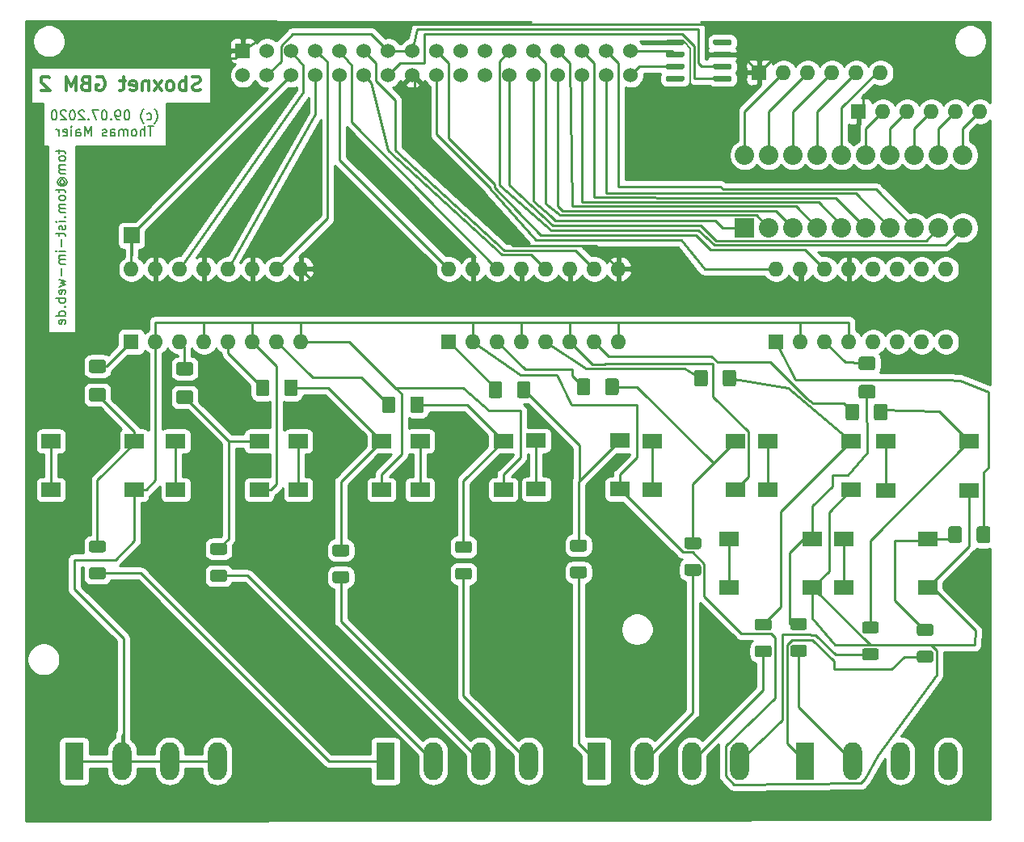
<source format=gbr>
%TF.GenerationSoftware,KiCad,Pcbnew,5.1.6-c6e7f7d~87~ubuntu18.04.1*%
%TF.CreationDate,2020-08-09T11:38:30+02:00*%
%TF.ProjectId,sboxnet-gbm,73626f78-6e65-4742-9d67-626d2e6b6963,rev?*%
%TF.SameCoordinates,Original*%
%TF.FileFunction,Copper,L2,Bot*%
%TF.FilePolarity,Positive*%
%FSLAX46Y46*%
G04 Gerber Fmt 4.6, Leading zero omitted, Abs format (unit mm)*
G04 Created by KiCad (PCBNEW 5.1.6-c6e7f7d~87~ubuntu18.04.1) date 2020-08-09 11:38:30*
%MOMM*%
%LPD*%
G01*
G04 APERTURE LIST*
%TA.AperFunction,NonConductor*%
%ADD10C,0.200000*%
%TD*%
%TA.AperFunction,NonConductor*%
%ADD11C,0.300000*%
%TD*%
%TA.AperFunction,ComponentPad*%
%ADD12C,1.524000*%
%TD*%
%TA.AperFunction,ComponentPad*%
%ADD13R,1.524000X1.524000*%
%TD*%
%TA.AperFunction,ComponentPad*%
%ADD14R,1.700000X1.700000*%
%TD*%
%TA.AperFunction,SMDPad,CuDef*%
%ADD15R,2.000000X1.500000*%
%TD*%
%TA.AperFunction,ComponentPad*%
%ADD16C,2.032000*%
%TD*%
%TA.AperFunction,ComponentPad*%
%ADD17R,2.032000X2.032000*%
%TD*%
%TA.AperFunction,ComponentPad*%
%ADD18O,1.600000X1.600000*%
%TD*%
%TA.AperFunction,ComponentPad*%
%ADD19R,1.600000X1.600000*%
%TD*%
%TA.AperFunction,ComponentPad*%
%ADD20O,1.980000X3.960000*%
%TD*%
%TA.AperFunction,ComponentPad*%
%ADD21R,1.980000X3.960000*%
%TD*%
%TA.AperFunction,Conductor*%
%ADD22C,0.250000*%
%TD*%
%TA.AperFunction,Conductor*%
%ADD23C,0.200000*%
%TD*%
%TA.AperFunction,Conductor*%
%ADD24C,0.254000*%
%TD*%
G04 APERTURE END LIST*
D10*
X54395714Y-45673523D02*
X54395714Y-46054476D01*
X54062380Y-45816380D02*
X54919523Y-45816380D01*
X55014761Y-45864000D01*
X55062380Y-45959238D01*
X55062380Y-46054476D01*
X55062380Y-46530666D02*
X55014761Y-46435428D01*
X54967142Y-46387809D01*
X54871904Y-46340190D01*
X54586190Y-46340190D01*
X54490952Y-46387809D01*
X54443333Y-46435428D01*
X54395714Y-46530666D01*
X54395714Y-46673523D01*
X54443333Y-46768761D01*
X54490952Y-46816380D01*
X54586190Y-46864000D01*
X54871904Y-46864000D01*
X54967142Y-46816380D01*
X55014761Y-46768761D01*
X55062380Y-46673523D01*
X55062380Y-46530666D01*
X55062380Y-47292571D02*
X54395714Y-47292571D01*
X54490952Y-47292571D02*
X54443333Y-47340190D01*
X54395714Y-47435428D01*
X54395714Y-47578285D01*
X54443333Y-47673523D01*
X54538571Y-47721142D01*
X55062380Y-47721142D01*
X54538571Y-47721142D02*
X54443333Y-47768761D01*
X54395714Y-47864000D01*
X54395714Y-48006857D01*
X54443333Y-48102095D01*
X54538571Y-48149714D01*
X55062380Y-48149714D01*
X54586190Y-49244952D02*
X54538571Y-49197333D01*
X54490952Y-49102095D01*
X54490952Y-49006857D01*
X54538571Y-48911619D01*
X54586190Y-48864000D01*
X54681428Y-48816380D01*
X54776666Y-48816380D01*
X54871904Y-48864000D01*
X54919523Y-48911619D01*
X54967142Y-49006857D01*
X54967142Y-49102095D01*
X54919523Y-49197333D01*
X54871904Y-49244952D01*
X54490952Y-49244952D02*
X54871904Y-49244952D01*
X54919523Y-49292571D01*
X54919523Y-49340190D01*
X54871904Y-49435428D01*
X54776666Y-49483047D01*
X54538571Y-49483047D01*
X54395714Y-49387809D01*
X54300476Y-49244952D01*
X54252857Y-49054476D01*
X54300476Y-48864000D01*
X54395714Y-48721142D01*
X54538571Y-48625904D01*
X54729047Y-48578285D01*
X54919523Y-48625904D01*
X55062380Y-48721142D01*
X55157619Y-48864000D01*
X55205238Y-49054476D01*
X55157619Y-49244952D01*
X55062380Y-49387809D01*
X54395714Y-49768761D02*
X54395714Y-50149714D01*
X54062380Y-49911619D02*
X54919523Y-49911619D01*
X55014761Y-49959238D01*
X55062380Y-50054476D01*
X55062380Y-50149714D01*
X55062380Y-50625904D02*
X55014761Y-50530666D01*
X54967142Y-50483047D01*
X54871904Y-50435428D01*
X54586190Y-50435428D01*
X54490952Y-50483047D01*
X54443333Y-50530666D01*
X54395714Y-50625904D01*
X54395714Y-50768761D01*
X54443333Y-50864000D01*
X54490952Y-50911619D01*
X54586190Y-50959238D01*
X54871904Y-50959238D01*
X54967142Y-50911619D01*
X55014761Y-50864000D01*
X55062380Y-50768761D01*
X55062380Y-50625904D01*
X55062380Y-51387809D02*
X54395714Y-51387809D01*
X54490952Y-51387809D02*
X54443333Y-51435428D01*
X54395714Y-51530666D01*
X54395714Y-51673523D01*
X54443333Y-51768761D01*
X54538571Y-51816380D01*
X55062380Y-51816380D01*
X54538571Y-51816380D02*
X54443333Y-51864000D01*
X54395714Y-51959238D01*
X54395714Y-52102095D01*
X54443333Y-52197333D01*
X54538571Y-52244952D01*
X55062380Y-52244952D01*
X54967142Y-52721142D02*
X55014761Y-52768761D01*
X55062380Y-52721142D01*
X55014761Y-52673523D01*
X54967142Y-52721142D01*
X55062380Y-52721142D01*
X55062380Y-53197333D02*
X54395714Y-53197333D01*
X54062380Y-53197333D02*
X54110000Y-53149714D01*
X54157619Y-53197333D01*
X54110000Y-53244952D01*
X54062380Y-53197333D01*
X54157619Y-53197333D01*
X55014761Y-53625904D02*
X55062380Y-53721142D01*
X55062380Y-53911619D01*
X55014761Y-54006857D01*
X54919523Y-54054476D01*
X54871904Y-54054476D01*
X54776666Y-54006857D01*
X54729047Y-53911619D01*
X54729047Y-53768761D01*
X54681428Y-53673523D01*
X54586190Y-53625904D01*
X54538571Y-53625904D01*
X54443333Y-53673523D01*
X54395714Y-53768761D01*
X54395714Y-53911619D01*
X54443333Y-54006857D01*
X54395714Y-54340190D02*
X54395714Y-54721142D01*
X54062380Y-54483047D02*
X54919523Y-54483047D01*
X55014761Y-54530666D01*
X55062380Y-54625904D01*
X55062380Y-54721142D01*
X54681428Y-55054476D02*
X54681428Y-55816380D01*
X55062380Y-56292571D02*
X54395714Y-56292571D01*
X54062380Y-56292571D02*
X54110000Y-56244952D01*
X54157619Y-56292571D01*
X54110000Y-56340190D01*
X54062380Y-56292571D01*
X54157619Y-56292571D01*
X55062380Y-56768761D02*
X54395714Y-56768761D01*
X54490952Y-56768761D02*
X54443333Y-56816380D01*
X54395714Y-56911619D01*
X54395714Y-57054476D01*
X54443333Y-57149714D01*
X54538571Y-57197333D01*
X55062380Y-57197333D01*
X54538571Y-57197333D02*
X54443333Y-57244952D01*
X54395714Y-57340190D01*
X54395714Y-57483047D01*
X54443333Y-57578285D01*
X54538571Y-57625904D01*
X55062380Y-57625904D01*
X54681428Y-58102095D02*
X54681428Y-58863999D01*
X54395714Y-59244952D02*
X55062380Y-59435428D01*
X54586190Y-59625904D01*
X55062380Y-59816380D01*
X54395714Y-60006857D01*
X55014761Y-60768761D02*
X55062380Y-60673523D01*
X55062380Y-60483047D01*
X55014761Y-60387809D01*
X54919523Y-60340190D01*
X54538571Y-60340190D01*
X54443333Y-60387809D01*
X54395714Y-60483047D01*
X54395714Y-60673523D01*
X54443333Y-60768761D01*
X54538571Y-60816380D01*
X54633809Y-60816380D01*
X54729047Y-60340190D01*
X55062380Y-61244952D02*
X54062380Y-61244952D01*
X54443333Y-61244952D02*
X54395714Y-61340190D01*
X54395714Y-61530666D01*
X54443333Y-61625904D01*
X54490952Y-61673523D01*
X54586190Y-61721142D01*
X54871904Y-61721142D01*
X54967142Y-61673523D01*
X55014761Y-61625904D01*
X55062380Y-61530666D01*
X55062380Y-61340190D01*
X55014761Y-61244952D01*
X54967142Y-62149714D02*
X55014761Y-62197333D01*
X55062380Y-62149714D01*
X55014761Y-62102095D01*
X54967142Y-62149714D01*
X55062380Y-62149714D01*
X55062380Y-63054476D02*
X54062380Y-63054476D01*
X55014761Y-63054476D02*
X55062380Y-62959238D01*
X55062380Y-62768761D01*
X55014761Y-62673523D01*
X54967142Y-62625904D01*
X54871904Y-62578285D01*
X54586190Y-62578285D01*
X54490952Y-62625904D01*
X54443333Y-62673523D01*
X54395714Y-62768761D01*
X54395714Y-62959238D01*
X54443333Y-63054476D01*
X55014761Y-63911619D02*
X55062380Y-63816380D01*
X55062380Y-63625904D01*
X55014761Y-63530666D01*
X54919523Y-63483047D01*
X54538571Y-63483047D01*
X54443333Y-63530666D01*
X54395714Y-63625904D01*
X54395714Y-63816380D01*
X54443333Y-63911619D01*
X54538571Y-63959238D01*
X54633809Y-63959238D01*
X54729047Y-63483047D01*
X64420095Y-42909333D02*
X64467714Y-42861714D01*
X64562952Y-42718857D01*
X64610571Y-42623619D01*
X64658190Y-42480761D01*
X64705809Y-42242666D01*
X64705809Y-42052190D01*
X64658190Y-41814095D01*
X64610571Y-41671238D01*
X64562952Y-41576000D01*
X64467714Y-41433142D01*
X64420095Y-41385523D01*
X63610571Y-42480761D02*
X63705809Y-42528380D01*
X63896285Y-42528380D01*
X63991523Y-42480761D01*
X64039142Y-42433142D01*
X64086761Y-42337904D01*
X64086761Y-42052190D01*
X64039142Y-41956952D01*
X63991523Y-41909333D01*
X63896285Y-41861714D01*
X63705809Y-41861714D01*
X63610571Y-41909333D01*
X63277238Y-42909333D02*
X63229619Y-42861714D01*
X63134380Y-42718857D01*
X63086761Y-42623619D01*
X63039142Y-42480761D01*
X62991523Y-42242666D01*
X62991523Y-42052190D01*
X63039142Y-41814095D01*
X63086761Y-41671238D01*
X63134380Y-41576000D01*
X63229619Y-41433142D01*
X63277238Y-41385523D01*
X61562952Y-41528380D02*
X61467714Y-41528380D01*
X61372476Y-41576000D01*
X61324857Y-41623619D01*
X61277238Y-41718857D01*
X61229619Y-41909333D01*
X61229619Y-42147428D01*
X61277238Y-42337904D01*
X61324857Y-42433142D01*
X61372476Y-42480761D01*
X61467714Y-42528380D01*
X61562952Y-42528380D01*
X61658190Y-42480761D01*
X61705809Y-42433142D01*
X61753428Y-42337904D01*
X61801047Y-42147428D01*
X61801047Y-41909333D01*
X61753428Y-41718857D01*
X61705809Y-41623619D01*
X61658190Y-41576000D01*
X61562952Y-41528380D01*
X60753428Y-42528380D02*
X60562952Y-42528380D01*
X60467714Y-42480761D01*
X60420095Y-42433142D01*
X60324857Y-42290285D01*
X60277238Y-42099809D01*
X60277238Y-41718857D01*
X60324857Y-41623619D01*
X60372476Y-41576000D01*
X60467714Y-41528380D01*
X60658190Y-41528380D01*
X60753428Y-41576000D01*
X60801047Y-41623619D01*
X60848666Y-41718857D01*
X60848666Y-41956952D01*
X60801047Y-42052190D01*
X60753428Y-42099809D01*
X60658190Y-42147428D01*
X60467714Y-42147428D01*
X60372476Y-42099809D01*
X60324857Y-42052190D01*
X60277238Y-41956952D01*
X59848666Y-42433142D02*
X59801047Y-42480761D01*
X59848666Y-42528380D01*
X59896285Y-42480761D01*
X59848666Y-42433142D01*
X59848666Y-42528380D01*
X59182000Y-41528380D02*
X59086761Y-41528380D01*
X58991523Y-41576000D01*
X58943904Y-41623619D01*
X58896285Y-41718857D01*
X58848666Y-41909333D01*
X58848666Y-42147428D01*
X58896285Y-42337904D01*
X58943904Y-42433142D01*
X58991523Y-42480761D01*
X59086761Y-42528380D01*
X59182000Y-42528380D01*
X59277238Y-42480761D01*
X59324857Y-42433142D01*
X59372476Y-42337904D01*
X59420095Y-42147428D01*
X59420095Y-41909333D01*
X59372476Y-41718857D01*
X59324857Y-41623619D01*
X59277238Y-41576000D01*
X59182000Y-41528380D01*
X58515333Y-41528380D02*
X57848666Y-41528380D01*
X58277238Y-42528380D01*
X57467714Y-42433142D02*
X57420095Y-42480761D01*
X57467714Y-42528380D01*
X57515333Y-42480761D01*
X57467714Y-42433142D01*
X57467714Y-42528380D01*
X57039142Y-41623619D02*
X56991523Y-41576000D01*
X56896285Y-41528380D01*
X56658190Y-41528380D01*
X56562952Y-41576000D01*
X56515333Y-41623619D01*
X56467714Y-41718857D01*
X56467714Y-41814095D01*
X56515333Y-41956952D01*
X57086761Y-42528380D01*
X56467714Y-42528380D01*
X55848666Y-41528380D02*
X55753428Y-41528380D01*
X55658190Y-41576000D01*
X55610571Y-41623619D01*
X55562952Y-41718857D01*
X55515333Y-41909333D01*
X55515333Y-42147428D01*
X55562952Y-42337904D01*
X55610571Y-42433142D01*
X55658190Y-42480761D01*
X55753428Y-42528380D01*
X55848666Y-42528380D01*
X55943904Y-42480761D01*
X55991523Y-42433142D01*
X56039142Y-42337904D01*
X56086761Y-42147428D01*
X56086761Y-41909333D01*
X56039142Y-41718857D01*
X55991523Y-41623619D01*
X55943904Y-41576000D01*
X55848666Y-41528380D01*
X55134380Y-41623619D02*
X55086761Y-41576000D01*
X54991523Y-41528380D01*
X54753428Y-41528380D01*
X54658190Y-41576000D01*
X54610571Y-41623619D01*
X54562952Y-41718857D01*
X54562952Y-41814095D01*
X54610571Y-41956952D01*
X55182000Y-42528380D01*
X54562952Y-42528380D01*
X53943904Y-41528380D02*
X53848666Y-41528380D01*
X53753428Y-41576000D01*
X53705809Y-41623619D01*
X53658190Y-41718857D01*
X53610571Y-41909333D01*
X53610571Y-42147428D01*
X53658190Y-42337904D01*
X53705809Y-42433142D01*
X53753428Y-42480761D01*
X53848666Y-42528380D01*
X53943904Y-42528380D01*
X54039142Y-42480761D01*
X54086761Y-42433142D01*
X54134380Y-42337904D01*
X54182000Y-42147428D01*
X54182000Y-41909333D01*
X54134380Y-41718857D01*
X54086761Y-41623619D01*
X54039142Y-41576000D01*
X53943904Y-41528380D01*
X64277238Y-43228380D02*
X63705809Y-43228380D01*
X63991523Y-44228380D02*
X63991523Y-43228380D01*
X63372476Y-44228380D02*
X63372476Y-43228380D01*
X62943904Y-44228380D02*
X62943904Y-43704571D01*
X62991523Y-43609333D01*
X63086761Y-43561714D01*
X63229619Y-43561714D01*
X63324857Y-43609333D01*
X63372476Y-43656952D01*
X62324857Y-44228380D02*
X62420095Y-44180761D01*
X62467714Y-44133142D01*
X62515333Y-44037904D01*
X62515333Y-43752190D01*
X62467714Y-43656952D01*
X62420095Y-43609333D01*
X62324857Y-43561714D01*
X62182000Y-43561714D01*
X62086761Y-43609333D01*
X62039142Y-43656952D01*
X61991523Y-43752190D01*
X61991523Y-44037904D01*
X62039142Y-44133142D01*
X62086761Y-44180761D01*
X62182000Y-44228380D01*
X62324857Y-44228380D01*
X61562952Y-44228380D02*
X61562952Y-43561714D01*
X61562952Y-43656952D02*
X61515333Y-43609333D01*
X61420095Y-43561714D01*
X61277238Y-43561714D01*
X61182000Y-43609333D01*
X61134380Y-43704571D01*
X61134380Y-44228380D01*
X61134380Y-43704571D02*
X61086761Y-43609333D01*
X60991523Y-43561714D01*
X60848666Y-43561714D01*
X60753428Y-43609333D01*
X60705809Y-43704571D01*
X60705809Y-44228380D01*
X59801047Y-44228380D02*
X59801047Y-43704571D01*
X59848666Y-43609333D01*
X59943904Y-43561714D01*
X60134380Y-43561714D01*
X60229619Y-43609333D01*
X59801047Y-44180761D02*
X59896285Y-44228380D01*
X60134380Y-44228380D01*
X60229619Y-44180761D01*
X60277238Y-44085523D01*
X60277238Y-43990285D01*
X60229619Y-43895047D01*
X60134380Y-43847428D01*
X59896285Y-43847428D01*
X59801047Y-43799809D01*
X59372476Y-44180761D02*
X59277238Y-44228380D01*
X59086761Y-44228380D01*
X58991523Y-44180761D01*
X58943904Y-44085523D01*
X58943904Y-44037904D01*
X58991523Y-43942666D01*
X59086761Y-43895047D01*
X59229619Y-43895047D01*
X59324857Y-43847428D01*
X59372476Y-43752190D01*
X59372476Y-43704571D01*
X59324857Y-43609333D01*
X59229619Y-43561714D01*
X59086761Y-43561714D01*
X58991523Y-43609333D01*
X57753428Y-44228380D02*
X57753428Y-43228380D01*
X57420095Y-43942666D01*
X57086761Y-43228380D01*
X57086761Y-44228380D01*
X56182000Y-44228380D02*
X56182000Y-43704571D01*
X56229619Y-43609333D01*
X56324857Y-43561714D01*
X56515333Y-43561714D01*
X56610571Y-43609333D01*
X56182000Y-44180761D02*
X56277238Y-44228380D01*
X56515333Y-44228380D01*
X56610571Y-44180761D01*
X56658190Y-44085523D01*
X56658190Y-43990285D01*
X56610571Y-43895047D01*
X56515333Y-43847428D01*
X56277238Y-43847428D01*
X56182000Y-43799809D01*
X55705809Y-44228380D02*
X55705809Y-43561714D01*
X55705809Y-43228380D02*
X55753428Y-43276000D01*
X55705809Y-43323619D01*
X55658190Y-43276000D01*
X55705809Y-43228380D01*
X55705809Y-43323619D01*
X54848666Y-44180761D02*
X54943904Y-44228380D01*
X55134380Y-44228380D01*
X55229619Y-44180761D01*
X55277238Y-44085523D01*
X55277238Y-43704571D01*
X55229619Y-43609333D01*
X55134380Y-43561714D01*
X54943904Y-43561714D01*
X54848666Y-43609333D01*
X54801047Y-43704571D01*
X54801047Y-43799809D01*
X55277238Y-43895047D01*
X54372476Y-44228380D02*
X54372476Y-43561714D01*
X54372476Y-43752190D02*
X54324857Y-43656952D01*
X54277238Y-43609333D01*
X54182000Y-43561714D01*
X54086761Y-43561714D01*
D11*
X69215542Y-39418342D02*
X69001257Y-39489771D01*
X68644114Y-39489771D01*
X68501257Y-39418342D01*
X68429828Y-39346914D01*
X68358400Y-39204057D01*
X68358400Y-39061200D01*
X68429828Y-38918342D01*
X68501257Y-38846914D01*
X68644114Y-38775485D01*
X68929828Y-38704057D01*
X69072685Y-38632628D01*
X69144114Y-38561200D01*
X69215542Y-38418342D01*
X69215542Y-38275485D01*
X69144114Y-38132628D01*
X69072685Y-38061200D01*
X68929828Y-37989771D01*
X68572685Y-37989771D01*
X68358400Y-38061200D01*
X67715542Y-39489771D02*
X67715542Y-37989771D01*
X67715542Y-38561200D02*
X67572685Y-38489771D01*
X67286971Y-38489771D01*
X67144114Y-38561200D01*
X67072685Y-38632628D01*
X67001257Y-38775485D01*
X67001257Y-39204057D01*
X67072685Y-39346914D01*
X67144114Y-39418342D01*
X67286971Y-39489771D01*
X67572685Y-39489771D01*
X67715542Y-39418342D01*
X66144114Y-39489771D02*
X66286971Y-39418342D01*
X66358400Y-39346914D01*
X66429828Y-39204057D01*
X66429828Y-38775485D01*
X66358400Y-38632628D01*
X66286971Y-38561200D01*
X66144114Y-38489771D01*
X65929828Y-38489771D01*
X65786971Y-38561200D01*
X65715542Y-38632628D01*
X65644114Y-38775485D01*
X65644114Y-39204057D01*
X65715542Y-39346914D01*
X65786971Y-39418342D01*
X65929828Y-39489771D01*
X66144114Y-39489771D01*
X65144114Y-39489771D02*
X64358400Y-38489771D01*
X65144114Y-38489771D02*
X64358400Y-39489771D01*
X63786971Y-38489771D02*
X63786971Y-39489771D01*
X63786971Y-38632628D02*
X63715542Y-38561200D01*
X63572685Y-38489771D01*
X63358400Y-38489771D01*
X63215542Y-38561200D01*
X63144114Y-38704057D01*
X63144114Y-39489771D01*
X61858400Y-39418342D02*
X62001257Y-39489771D01*
X62286971Y-39489771D01*
X62429828Y-39418342D01*
X62501257Y-39275485D01*
X62501257Y-38704057D01*
X62429828Y-38561200D01*
X62286971Y-38489771D01*
X62001257Y-38489771D01*
X61858400Y-38561200D01*
X61786971Y-38704057D01*
X61786971Y-38846914D01*
X62501257Y-38989771D01*
X61358400Y-38489771D02*
X60786971Y-38489771D01*
X61144114Y-37989771D02*
X61144114Y-39275485D01*
X61072685Y-39418342D01*
X60929828Y-39489771D01*
X60786971Y-39489771D01*
X58358400Y-38061200D02*
X58501257Y-37989771D01*
X58715542Y-37989771D01*
X58929828Y-38061200D01*
X59072685Y-38204057D01*
X59144114Y-38346914D01*
X59215542Y-38632628D01*
X59215542Y-38846914D01*
X59144114Y-39132628D01*
X59072685Y-39275485D01*
X58929828Y-39418342D01*
X58715542Y-39489771D01*
X58572685Y-39489771D01*
X58358400Y-39418342D01*
X58286971Y-39346914D01*
X58286971Y-38846914D01*
X58572685Y-38846914D01*
X57144114Y-38704057D02*
X56929828Y-38775485D01*
X56858400Y-38846914D01*
X56786971Y-38989771D01*
X56786971Y-39204057D01*
X56858400Y-39346914D01*
X56929828Y-39418342D01*
X57072685Y-39489771D01*
X57644114Y-39489771D01*
X57644114Y-37989771D01*
X57144114Y-37989771D01*
X57001257Y-38061200D01*
X56929828Y-38132628D01*
X56858400Y-38275485D01*
X56858400Y-38418342D01*
X56929828Y-38561200D01*
X57001257Y-38632628D01*
X57144114Y-38704057D01*
X57644114Y-38704057D01*
X56144114Y-39489771D02*
X56144114Y-37989771D01*
X55644114Y-39061200D01*
X55144114Y-37989771D01*
X55144114Y-39489771D01*
X53358400Y-38132628D02*
X53286971Y-38061200D01*
X53144114Y-37989771D01*
X52786971Y-37989771D01*
X52644114Y-38061200D01*
X52572685Y-38132628D01*
X52501257Y-38275485D01*
X52501257Y-38418342D01*
X52572685Y-38632628D01*
X53429828Y-39489771D01*
X52501257Y-39489771D01*
D12*
X114300000Y-35306000D03*
X111760000Y-35306000D03*
X109220000Y-35306000D03*
X106680000Y-35306000D03*
X104140000Y-35306000D03*
X101600000Y-35306000D03*
X99060000Y-35306000D03*
X114300000Y-37846000D03*
X111760000Y-37846000D03*
X109220000Y-37846000D03*
X106680000Y-37846000D03*
X104140000Y-37846000D03*
X101600000Y-37846000D03*
X99060000Y-37846000D03*
X96520000Y-35306000D03*
X96520000Y-37846000D03*
X93980000Y-35306000D03*
X93980000Y-37846000D03*
X91440000Y-35306000D03*
X91440000Y-37846000D03*
X88900000Y-35306000D03*
X88900000Y-37846000D03*
X86360000Y-35306000D03*
X86360000Y-37846000D03*
X83820000Y-35306000D03*
X83820000Y-37846000D03*
X81280000Y-35306000D03*
X81280000Y-37846000D03*
X78740000Y-35306000D03*
X78740000Y-37846000D03*
X76200000Y-35306000D03*
X76200000Y-37846000D03*
D13*
X73660000Y-35306000D03*
D12*
X73660000Y-37846000D03*
D14*
X62003940Y-54643020D03*
D15*
X100947001Y-81290000D03*
X100947001Y-76190000D03*
X92207001Y-76190000D03*
X92207001Y-81290000D03*
%TA.AperFunction,SMDPad,CuDef*%
G36*
G01*
X57795000Y-70625000D02*
X59045000Y-70625000D01*
G75*
G02*
X59295000Y-70875000I0J-250000D01*
G01*
X59295000Y-71800000D01*
G75*
G02*
X59045000Y-72050000I-250000J0D01*
G01*
X57795000Y-72050000D01*
G75*
G02*
X57545000Y-71800000I0J250000D01*
G01*
X57545000Y-70875000D01*
G75*
G02*
X57795000Y-70625000I250000J0D01*
G01*
G37*
%TD.AperFunction*%
%TA.AperFunction,SMDPad,CuDef*%
G36*
G01*
X57795000Y-67650000D02*
X59045000Y-67650000D01*
G75*
G02*
X59295000Y-67900000I0J-250000D01*
G01*
X59295000Y-68825000D01*
G75*
G02*
X59045000Y-69075000I-250000J0D01*
G01*
X57795000Y-69075000D01*
G75*
G02*
X57545000Y-68825000I0J250000D01*
G01*
X57545000Y-67900000D01*
G75*
G02*
X57795000Y-67650000I250000J0D01*
G01*
G37*
%TD.AperFunction*%
%TA.AperFunction,SMDPad,CuDef*%
G36*
G01*
X144510600Y-98158600D02*
X145760600Y-98158600D01*
G75*
G02*
X146010600Y-98408600I0J-250000D01*
G01*
X146010600Y-99158600D01*
G75*
G02*
X145760600Y-99408600I-250000J0D01*
G01*
X144510600Y-99408600D01*
G75*
G02*
X144260600Y-99158600I0J250000D01*
G01*
X144260600Y-98408600D01*
G75*
G02*
X144510600Y-98158600I250000J0D01*
G01*
G37*
%TD.AperFunction*%
%TA.AperFunction,SMDPad,CuDef*%
G36*
G01*
X144510600Y-95358600D02*
X145760600Y-95358600D01*
G75*
G02*
X146010600Y-95608600I0J-250000D01*
G01*
X146010600Y-96358600D01*
G75*
G02*
X145760600Y-96608600I-250000J0D01*
G01*
X144510600Y-96608600D01*
G75*
G02*
X144260600Y-96358600I0J250000D01*
G01*
X144260600Y-95608600D01*
G75*
G02*
X144510600Y-95358600I250000J0D01*
G01*
G37*
%TD.AperFunction*%
%TA.AperFunction,SMDPad,CuDef*%
G36*
G01*
X131251800Y-97549000D02*
X132501800Y-97549000D01*
G75*
G02*
X132751800Y-97799000I0J-250000D01*
G01*
X132751800Y-98549000D01*
G75*
G02*
X132501800Y-98799000I-250000J0D01*
G01*
X131251800Y-98799000D01*
G75*
G02*
X131001800Y-98549000I0J250000D01*
G01*
X131001800Y-97799000D01*
G75*
G02*
X131251800Y-97549000I250000J0D01*
G01*
G37*
%TD.AperFunction*%
%TA.AperFunction,SMDPad,CuDef*%
G36*
G01*
X131251800Y-94749000D02*
X132501800Y-94749000D01*
G75*
G02*
X132751800Y-94999000I0J-250000D01*
G01*
X132751800Y-95749000D01*
G75*
G02*
X132501800Y-95999000I-250000J0D01*
G01*
X131251800Y-95999000D01*
G75*
G02*
X131001800Y-95749000I0J250000D01*
G01*
X131001800Y-94999000D01*
G75*
G02*
X131251800Y-94749000I250000J0D01*
G01*
G37*
%TD.AperFunction*%
%TA.AperFunction,SMDPad,CuDef*%
G36*
G01*
X57795000Y-89421000D02*
X59045000Y-89421000D01*
G75*
G02*
X59295000Y-89671000I0J-250000D01*
G01*
X59295000Y-90421000D01*
G75*
G02*
X59045000Y-90671000I-250000J0D01*
G01*
X57795000Y-90671000D01*
G75*
G02*
X57545000Y-90421000I0J250000D01*
G01*
X57545000Y-89671000D01*
G75*
G02*
X57795000Y-89421000I250000J0D01*
G01*
G37*
%TD.AperFunction*%
%TA.AperFunction,SMDPad,CuDef*%
G36*
G01*
X57795000Y-86621000D02*
X59045000Y-86621000D01*
G75*
G02*
X59295000Y-86871000I0J-250000D01*
G01*
X59295000Y-87621000D01*
G75*
G02*
X59045000Y-87871000I-250000J0D01*
G01*
X57795000Y-87871000D01*
G75*
G02*
X57545000Y-87621000I0J250000D01*
G01*
X57545000Y-86871000D01*
G75*
G02*
X57795000Y-86621000I250000J0D01*
G01*
G37*
%TD.AperFunction*%
%TA.AperFunction,SMDPad,CuDef*%
G36*
G01*
X70495000Y-89675000D02*
X71745000Y-89675000D01*
G75*
G02*
X71995000Y-89925000I0J-250000D01*
G01*
X71995000Y-90675000D01*
G75*
G02*
X71745000Y-90925000I-250000J0D01*
G01*
X70495000Y-90925000D01*
G75*
G02*
X70245000Y-90675000I0J250000D01*
G01*
X70245000Y-89925000D01*
G75*
G02*
X70495000Y-89675000I250000J0D01*
G01*
G37*
%TD.AperFunction*%
%TA.AperFunction,SMDPad,CuDef*%
G36*
G01*
X70495000Y-86875000D02*
X71745000Y-86875000D01*
G75*
G02*
X71995000Y-87125000I0J-250000D01*
G01*
X71995000Y-87875000D01*
G75*
G02*
X71745000Y-88125000I-250000J0D01*
G01*
X70495000Y-88125000D01*
G75*
G02*
X70245000Y-87875000I0J250000D01*
G01*
X70245000Y-87125000D01*
G75*
G02*
X70495000Y-86875000I250000J0D01*
G01*
G37*
%TD.AperFunction*%
%TA.AperFunction,SMDPad,CuDef*%
G36*
G01*
X83296600Y-89827400D02*
X84546600Y-89827400D01*
G75*
G02*
X84796600Y-90077400I0J-250000D01*
G01*
X84796600Y-90827400D01*
G75*
G02*
X84546600Y-91077400I-250000J0D01*
G01*
X83296600Y-91077400D01*
G75*
G02*
X83046600Y-90827400I0J250000D01*
G01*
X83046600Y-90077400D01*
G75*
G02*
X83296600Y-89827400I250000J0D01*
G01*
G37*
%TD.AperFunction*%
%TA.AperFunction,SMDPad,CuDef*%
G36*
G01*
X83296600Y-87027400D02*
X84546600Y-87027400D01*
G75*
G02*
X84796600Y-87277400I0J-250000D01*
G01*
X84796600Y-88027400D01*
G75*
G02*
X84546600Y-88277400I-250000J0D01*
G01*
X83296600Y-88277400D01*
G75*
G02*
X83046600Y-88027400I0J250000D01*
G01*
X83046600Y-87277400D01*
G75*
G02*
X83296600Y-87027400I250000J0D01*
G01*
G37*
%TD.AperFunction*%
%TA.AperFunction,SMDPad,CuDef*%
G36*
G01*
X96149000Y-89471800D02*
X97399000Y-89471800D01*
G75*
G02*
X97649000Y-89721800I0J-250000D01*
G01*
X97649000Y-90471800D01*
G75*
G02*
X97399000Y-90721800I-250000J0D01*
G01*
X96149000Y-90721800D01*
G75*
G02*
X95899000Y-90471800I0J250000D01*
G01*
X95899000Y-89721800D01*
G75*
G02*
X96149000Y-89471800I250000J0D01*
G01*
G37*
%TD.AperFunction*%
%TA.AperFunction,SMDPad,CuDef*%
G36*
G01*
X96149000Y-86671800D02*
X97399000Y-86671800D01*
G75*
G02*
X97649000Y-86921800I0J-250000D01*
G01*
X97649000Y-87671800D01*
G75*
G02*
X97399000Y-87921800I-250000J0D01*
G01*
X96149000Y-87921800D01*
G75*
G02*
X95899000Y-87671800I0J250000D01*
G01*
X95899000Y-86921800D01*
G75*
G02*
X96149000Y-86671800I250000J0D01*
G01*
G37*
%TD.AperFunction*%
%TA.AperFunction,SMDPad,CuDef*%
G36*
G01*
X108188600Y-89319400D02*
X109438600Y-89319400D01*
G75*
G02*
X109688600Y-89569400I0J-250000D01*
G01*
X109688600Y-90319400D01*
G75*
G02*
X109438600Y-90569400I-250000J0D01*
G01*
X108188600Y-90569400D01*
G75*
G02*
X107938600Y-90319400I0J250000D01*
G01*
X107938600Y-89569400D01*
G75*
G02*
X108188600Y-89319400I250000J0D01*
G01*
G37*
%TD.AperFunction*%
%TA.AperFunction,SMDPad,CuDef*%
G36*
G01*
X108188600Y-86519400D02*
X109438600Y-86519400D01*
G75*
G02*
X109688600Y-86769400I0J-250000D01*
G01*
X109688600Y-87519400D01*
G75*
G02*
X109438600Y-87769400I-250000J0D01*
G01*
X108188600Y-87769400D01*
G75*
G02*
X107938600Y-87519400I0J250000D01*
G01*
X107938600Y-86769400D01*
G75*
G02*
X108188600Y-86519400I250000J0D01*
G01*
G37*
%TD.AperFunction*%
%TA.AperFunction,SMDPad,CuDef*%
G36*
G01*
X120177400Y-89065400D02*
X121427400Y-89065400D01*
G75*
G02*
X121677400Y-89315400I0J-250000D01*
G01*
X121677400Y-90065400D01*
G75*
G02*
X121427400Y-90315400I-250000J0D01*
G01*
X120177400Y-90315400D01*
G75*
G02*
X119927400Y-90065400I0J250000D01*
G01*
X119927400Y-89315400D01*
G75*
G02*
X120177400Y-89065400I250000J0D01*
G01*
G37*
%TD.AperFunction*%
%TA.AperFunction,SMDPad,CuDef*%
G36*
G01*
X120177400Y-86265400D02*
X121427400Y-86265400D01*
G75*
G02*
X121677400Y-86515400I0J-250000D01*
G01*
X121677400Y-87265400D01*
G75*
G02*
X121427400Y-87515400I-250000J0D01*
G01*
X120177400Y-87515400D01*
G75*
G02*
X119927400Y-87265400I0J250000D01*
G01*
X119927400Y-86515400D01*
G75*
G02*
X120177400Y-86265400I250000J0D01*
G01*
G37*
%TD.AperFunction*%
%TA.AperFunction,SMDPad,CuDef*%
G36*
G01*
X127543400Y-97599800D02*
X128793400Y-97599800D01*
G75*
G02*
X129043400Y-97849800I0J-250000D01*
G01*
X129043400Y-98599800D01*
G75*
G02*
X128793400Y-98849800I-250000J0D01*
G01*
X127543400Y-98849800D01*
G75*
G02*
X127293400Y-98599800I0J250000D01*
G01*
X127293400Y-97849800D01*
G75*
G02*
X127543400Y-97599800I250000J0D01*
G01*
G37*
%TD.AperFunction*%
%TA.AperFunction,SMDPad,CuDef*%
G36*
G01*
X127543400Y-94799800D02*
X128793400Y-94799800D01*
G75*
G02*
X129043400Y-95049800I0J-250000D01*
G01*
X129043400Y-95799800D01*
G75*
G02*
X128793400Y-96049800I-250000J0D01*
G01*
X127543400Y-96049800D01*
G75*
G02*
X127293400Y-95799800I0J250000D01*
G01*
X127293400Y-95049800D01*
G75*
G02*
X127543400Y-94799800I250000J0D01*
G01*
G37*
%TD.AperFunction*%
%TA.AperFunction,SMDPad,CuDef*%
G36*
G01*
X138770200Y-97904600D02*
X140020200Y-97904600D01*
G75*
G02*
X140270200Y-98154600I0J-250000D01*
G01*
X140270200Y-98904600D01*
G75*
G02*
X140020200Y-99154600I-250000J0D01*
G01*
X138770200Y-99154600D01*
G75*
G02*
X138520200Y-98904600I0J250000D01*
G01*
X138520200Y-98154600D01*
G75*
G02*
X138770200Y-97904600I250000J0D01*
G01*
G37*
%TD.AperFunction*%
%TA.AperFunction,SMDPad,CuDef*%
G36*
G01*
X138770200Y-95104600D02*
X140020200Y-95104600D01*
G75*
G02*
X140270200Y-95354600I0J-250000D01*
G01*
X140270200Y-96104600D01*
G75*
G02*
X140020200Y-96354600I-250000J0D01*
G01*
X138770200Y-96354600D01*
G75*
G02*
X138520200Y-96104600I0J250000D01*
G01*
X138520200Y-95354600D01*
G75*
G02*
X138770200Y-95104600I250000J0D01*
G01*
G37*
%TD.AperFunction*%
%TA.AperFunction,SMDPad,CuDef*%
G36*
G01*
X148983400Y-85379400D02*
X148983400Y-86629400D01*
G75*
G02*
X148733400Y-86879400I-250000J0D01*
G01*
X147808400Y-86879400D01*
G75*
G02*
X147558400Y-86629400I0J250000D01*
G01*
X147558400Y-85379400D01*
G75*
G02*
X147808400Y-85129400I250000J0D01*
G01*
X148733400Y-85129400D01*
G75*
G02*
X148983400Y-85379400I0J-250000D01*
G01*
G37*
%TD.AperFunction*%
%TA.AperFunction,SMDPad,CuDef*%
G36*
G01*
X151958400Y-85379400D02*
X151958400Y-86629400D01*
G75*
G02*
X151708400Y-86879400I-250000J0D01*
G01*
X150783400Y-86879400D01*
G75*
G02*
X150533400Y-86629400I0J250000D01*
G01*
X150533400Y-85379400D01*
G75*
G02*
X150783400Y-85129400I250000J0D01*
G01*
X151708400Y-85129400D01*
G75*
G02*
X151958400Y-85379400I0J-250000D01*
G01*
G37*
%TD.AperFunction*%
%TA.AperFunction,SMDPad,CuDef*%
G36*
G01*
X138414600Y-70320200D02*
X139664600Y-70320200D01*
G75*
G02*
X139914600Y-70570200I0J-250000D01*
G01*
X139914600Y-71495200D01*
G75*
G02*
X139664600Y-71745200I-250000J0D01*
G01*
X138414600Y-71745200D01*
G75*
G02*
X138164600Y-71495200I0J250000D01*
G01*
X138164600Y-70570200D01*
G75*
G02*
X138414600Y-70320200I250000J0D01*
G01*
G37*
%TD.AperFunction*%
%TA.AperFunction,SMDPad,CuDef*%
G36*
G01*
X138414600Y-67345200D02*
X139664600Y-67345200D01*
G75*
G02*
X139914600Y-67595200I0J-250000D01*
G01*
X139914600Y-68520200D01*
G75*
G02*
X139664600Y-68770200I-250000J0D01*
G01*
X138414600Y-68770200D01*
G75*
G02*
X138164600Y-68520200I0J250000D01*
G01*
X138164600Y-67595200D01*
G75*
G02*
X138414600Y-67345200I250000J0D01*
G01*
G37*
%TD.AperFunction*%
%TA.AperFunction,SMDPad,CuDef*%
G36*
G01*
X123914200Y-70221000D02*
X123914200Y-68971000D01*
G75*
G02*
X124164200Y-68721000I250000J0D01*
G01*
X125089200Y-68721000D01*
G75*
G02*
X125339200Y-68971000I0J-250000D01*
G01*
X125339200Y-70221000D01*
G75*
G02*
X125089200Y-70471000I-250000J0D01*
G01*
X124164200Y-70471000D01*
G75*
G02*
X123914200Y-70221000I0J250000D01*
G01*
G37*
%TD.AperFunction*%
%TA.AperFunction,SMDPad,CuDef*%
G36*
G01*
X120939200Y-70221000D02*
X120939200Y-68971000D01*
G75*
G02*
X121189200Y-68721000I250000J0D01*
G01*
X122114200Y-68721000D01*
G75*
G02*
X122364200Y-68971000I0J-250000D01*
G01*
X122364200Y-70221000D01*
G75*
G02*
X122114200Y-70471000I-250000J0D01*
G01*
X121189200Y-70471000D01*
G75*
G02*
X120939200Y-70221000I0J250000D01*
G01*
G37*
%TD.AperFunction*%
%TA.AperFunction,SMDPad,CuDef*%
G36*
G01*
X139763800Y-73777000D02*
X139763800Y-72527000D01*
G75*
G02*
X140013800Y-72277000I250000J0D01*
G01*
X140938800Y-72277000D01*
G75*
G02*
X141188800Y-72527000I0J-250000D01*
G01*
X141188800Y-73777000D01*
G75*
G02*
X140938800Y-74027000I-250000J0D01*
G01*
X140013800Y-74027000D01*
G75*
G02*
X139763800Y-73777000I0J250000D01*
G01*
G37*
%TD.AperFunction*%
%TA.AperFunction,SMDPad,CuDef*%
G36*
G01*
X136788800Y-73777000D02*
X136788800Y-72527000D01*
G75*
G02*
X137038800Y-72277000I250000J0D01*
G01*
X137963800Y-72277000D01*
G75*
G02*
X138213800Y-72527000I0J-250000D01*
G01*
X138213800Y-73777000D01*
G75*
G02*
X137963800Y-74027000I-250000J0D01*
G01*
X137038800Y-74027000D01*
G75*
G02*
X136788800Y-73777000I0J250000D01*
G01*
G37*
%TD.AperFunction*%
%TA.AperFunction,SMDPad,CuDef*%
G36*
G01*
X77991000Y-71237000D02*
X77991000Y-69987000D01*
G75*
G02*
X78241000Y-69737000I250000J0D01*
G01*
X79166000Y-69737000D01*
G75*
G02*
X79416000Y-69987000I0J-250000D01*
G01*
X79416000Y-71237000D01*
G75*
G02*
X79166000Y-71487000I-250000J0D01*
G01*
X78241000Y-71487000D01*
G75*
G02*
X77991000Y-71237000I0J250000D01*
G01*
G37*
%TD.AperFunction*%
%TA.AperFunction,SMDPad,CuDef*%
G36*
G01*
X75016000Y-71237000D02*
X75016000Y-69987000D01*
G75*
G02*
X75266000Y-69737000I250000J0D01*
G01*
X76191000Y-69737000D01*
G75*
G02*
X76441000Y-69987000I0J-250000D01*
G01*
X76441000Y-71237000D01*
G75*
G02*
X76191000Y-71487000I-250000J0D01*
G01*
X75266000Y-71487000D01*
G75*
G02*
X75016000Y-71237000I0J250000D01*
G01*
G37*
%TD.AperFunction*%
%TA.AperFunction,SMDPad,CuDef*%
G36*
G01*
X66939000Y-70879000D02*
X68189000Y-70879000D01*
G75*
G02*
X68439000Y-71129000I0J-250000D01*
G01*
X68439000Y-72054000D01*
G75*
G02*
X68189000Y-72304000I-250000J0D01*
G01*
X66939000Y-72304000D01*
G75*
G02*
X66689000Y-72054000I0J250000D01*
G01*
X66689000Y-71129000D01*
G75*
G02*
X66939000Y-70879000I250000J0D01*
G01*
G37*
%TD.AperFunction*%
%TA.AperFunction,SMDPad,CuDef*%
G36*
G01*
X66939000Y-67904000D02*
X68189000Y-67904000D01*
G75*
G02*
X68439000Y-68154000I0J-250000D01*
G01*
X68439000Y-69079000D01*
G75*
G02*
X68189000Y-69329000I-250000J0D01*
G01*
X66939000Y-69329000D01*
G75*
G02*
X66689000Y-69079000I0J250000D01*
G01*
X66689000Y-68154000D01*
G75*
G02*
X66939000Y-67904000I250000J0D01*
G01*
G37*
%TD.AperFunction*%
%TA.AperFunction,SMDPad,CuDef*%
G36*
G01*
X91199000Y-73015000D02*
X91199000Y-71765000D01*
G75*
G02*
X91449000Y-71515000I250000J0D01*
G01*
X92374000Y-71515000D01*
G75*
G02*
X92624000Y-71765000I0J-250000D01*
G01*
X92624000Y-73015000D01*
G75*
G02*
X92374000Y-73265000I-250000J0D01*
G01*
X91449000Y-73265000D01*
G75*
G02*
X91199000Y-73015000I0J250000D01*
G01*
G37*
%TD.AperFunction*%
%TA.AperFunction,SMDPad,CuDef*%
G36*
G01*
X88224000Y-73015000D02*
X88224000Y-71765000D01*
G75*
G02*
X88474000Y-71515000I250000J0D01*
G01*
X89399000Y-71515000D01*
G75*
G02*
X89649000Y-71765000I0J-250000D01*
G01*
X89649000Y-73015000D01*
G75*
G02*
X89399000Y-73265000I-250000J0D01*
G01*
X88474000Y-73265000D01*
G75*
G02*
X88224000Y-73015000I0J250000D01*
G01*
G37*
%TD.AperFunction*%
%TA.AperFunction,SMDPad,CuDef*%
G36*
G01*
X111606300Y-71135400D02*
X111606300Y-69885400D01*
G75*
G02*
X111856300Y-69635400I250000J0D01*
G01*
X112781300Y-69635400D01*
G75*
G02*
X113031300Y-69885400I0J-250000D01*
G01*
X113031300Y-71135400D01*
G75*
G02*
X112781300Y-71385400I-250000J0D01*
G01*
X111856300Y-71385400D01*
G75*
G02*
X111606300Y-71135400I0J250000D01*
G01*
G37*
%TD.AperFunction*%
%TA.AperFunction,SMDPad,CuDef*%
G36*
G01*
X108631300Y-71135400D02*
X108631300Y-69885400D01*
G75*
G02*
X108881300Y-69635400I250000J0D01*
G01*
X109806300Y-69635400D01*
G75*
G02*
X110056300Y-69885400I0J-250000D01*
G01*
X110056300Y-71135400D01*
G75*
G02*
X109806300Y-71385400I-250000J0D01*
G01*
X108881300Y-71385400D01*
G75*
G02*
X108631300Y-71135400I0J250000D01*
G01*
G37*
%TD.AperFunction*%
%TA.AperFunction,SMDPad,CuDef*%
G36*
G01*
X102375000Y-71440200D02*
X102375000Y-70190200D01*
G75*
G02*
X102625000Y-69940200I250000J0D01*
G01*
X103550000Y-69940200D01*
G75*
G02*
X103800000Y-70190200I0J-250000D01*
G01*
X103800000Y-71440200D01*
G75*
G02*
X103550000Y-71690200I-250000J0D01*
G01*
X102625000Y-71690200D01*
G75*
G02*
X102375000Y-71440200I0J250000D01*
G01*
G37*
%TD.AperFunction*%
%TA.AperFunction,SMDPad,CuDef*%
G36*
G01*
X99400000Y-71440200D02*
X99400000Y-70190200D01*
G75*
G02*
X99650000Y-69940200I250000J0D01*
G01*
X100575000Y-69940200D01*
G75*
G02*
X100825000Y-70190200I0J-250000D01*
G01*
X100825000Y-71440200D01*
G75*
G02*
X100575000Y-71690200I-250000J0D01*
G01*
X99650000Y-71690200D01*
G75*
G02*
X99400000Y-71440200I0J250000D01*
G01*
G37*
%TD.AperFunction*%
X145390800Y-91551600D03*
X145390800Y-86451600D03*
X136650800Y-86451600D03*
X136650800Y-91551600D03*
X133351200Y-91551600D03*
X133351200Y-86451600D03*
X124611200Y-86451600D03*
X124611200Y-91551600D03*
X137415200Y-81290000D03*
X137415200Y-76190000D03*
X128675200Y-76190000D03*
X128675200Y-81290000D03*
X149759600Y-81340800D03*
X149759600Y-76240800D03*
X141019600Y-76240800D03*
X141019600Y-81340800D03*
X62282000Y-81290000D03*
X62282000Y-76190000D03*
X53542000Y-76190000D03*
X53542000Y-81290000D03*
X75363000Y-81290000D03*
X75363000Y-76190000D03*
X66623000Y-76190000D03*
X66623000Y-81290000D03*
X88190000Y-81290000D03*
X88190000Y-76190000D03*
X79450000Y-76190000D03*
X79450000Y-81290000D03*
X125274000Y-81290000D03*
X125274000Y-76190000D03*
X116534000Y-76190000D03*
X116534000Y-81290000D03*
X113132800Y-81239200D03*
X113132800Y-76139200D03*
X104392800Y-76139200D03*
X104392800Y-81239200D03*
%TA.AperFunction,SMDPad,CuDef*%
G36*
G01*
X119912000Y-34267000D02*
X119912000Y-34567000D01*
G75*
G02*
X119762000Y-34717000I-150000J0D01*
G01*
X118112000Y-34717000D01*
G75*
G02*
X117962000Y-34567000I0J150000D01*
G01*
X117962000Y-34267000D01*
G75*
G02*
X118112000Y-34117000I150000J0D01*
G01*
X119762000Y-34117000D01*
G75*
G02*
X119912000Y-34267000I0J-150000D01*
G01*
G37*
%TD.AperFunction*%
%TA.AperFunction,SMDPad,CuDef*%
G36*
G01*
X119912000Y-35537000D02*
X119912000Y-35837000D01*
G75*
G02*
X119762000Y-35987000I-150000J0D01*
G01*
X118112000Y-35987000D01*
G75*
G02*
X117962000Y-35837000I0J150000D01*
G01*
X117962000Y-35537000D01*
G75*
G02*
X118112000Y-35387000I150000J0D01*
G01*
X119762000Y-35387000D01*
G75*
G02*
X119912000Y-35537000I0J-150000D01*
G01*
G37*
%TD.AperFunction*%
%TA.AperFunction,SMDPad,CuDef*%
G36*
G01*
X119912000Y-36807000D02*
X119912000Y-37107000D01*
G75*
G02*
X119762000Y-37257000I-150000J0D01*
G01*
X118112000Y-37257000D01*
G75*
G02*
X117962000Y-37107000I0J150000D01*
G01*
X117962000Y-36807000D01*
G75*
G02*
X118112000Y-36657000I150000J0D01*
G01*
X119762000Y-36657000D01*
G75*
G02*
X119912000Y-36807000I0J-150000D01*
G01*
G37*
%TD.AperFunction*%
%TA.AperFunction,SMDPad,CuDef*%
G36*
G01*
X119912000Y-38077000D02*
X119912000Y-38377000D01*
G75*
G02*
X119762000Y-38527000I-150000J0D01*
G01*
X118112000Y-38527000D01*
G75*
G02*
X117962000Y-38377000I0J150000D01*
G01*
X117962000Y-38077000D01*
G75*
G02*
X118112000Y-37927000I150000J0D01*
G01*
X119762000Y-37927000D01*
G75*
G02*
X119912000Y-38077000I0J-150000D01*
G01*
G37*
%TD.AperFunction*%
%TA.AperFunction,SMDPad,CuDef*%
G36*
G01*
X124862000Y-38077000D02*
X124862000Y-38377000D01*
G75*
G02*
X124712000Y-38527000I-150000J0D01*
G01*
X123062000Y-38527000D01*
G75*
G02*
X122912000Y-38377000I0J150000D01*
G01*
X122912000Y-38077000D01*
G75*
G02*
X123062000Y-37927000I150000J0D01*
G01*
X124712000Y-37927000D01*
G75*
G02*
X124862000Y-38077000I0J-150000D01*
G01*
G37*
%TD.AperFunction*%
%TA.AperFunction,SMDPad,CuDef*%
G36*
G01*
X124862000Y-36807000D02*
X124862000Y-37107000D01*
G75*
G02*
X124712000Y-37257000I-150000J0D01*
G01*
X123062000Y-37257000D01*
G75*
G02*
X122912000Y-37107000I0J150000D01*
G01*
X122912000Y-36807000D01*
G75*
G02*
X123062000Y-36657000I150000J0D01*
G01*
X124712000Y-36657000D01*
G75*
G02*
X124862000Y-36807000I0J-150000D01*
G01*
G37*
%TD.AperFunction*%
%TA.AperFunction,SMDPad,CuDef*%
G36*
G01*
X124862000Y-35537000D02*
X124862000Y-35837000D01*
G75*
G02*
X124712000Y-35987000I-150000J0D01*
G01*
X123062000Y-35987000D01*
G75*
G02*
X122912000Y-35837000I0J150000D01*
G01*
X122912000Y-35537000D01*
G75*
G02*
X123062000Y-35387000I150000J0D01*
G01*
X124712000Y-35387000D01*
G75*
G02*
X124862000Y-35537000I0J-150000D01*
G01*
G37*
%TD.AperFunction*%
%TA.AperFunction,SMDPad,CuDef*%
G36*
G01*
X124862000Y-34267000D02*
X124862000Y-34567000D01*
G75*
G02*
X124712000Y-34717000I-150000J0D01*
G01*
X123062000Y-34717000D01*
G75*
G02*
X122912000Y-34567000I0J150000D01*
G01*
X122912000Y-34267000D01*
G75*
G02*
X123062000Y-34117000I150000J0D01*
G01*
X124712000Y-34117000D01*
G75*
G02*
X124862000Y-34267000I0J-150000D01*
G01*
G37*
%TD.AperFunction*%
D16*
X126238000Y-46228000D03*
X128778000Y-46228000D03*
X131318000Y-46228000D03*
X133858000Y-46228000D03*
X146558000Y-53848000D03*
X149098000Y-53848000D03*
X149098000Y-46228000D03*
X146558000Y-46228000D03*
X144018000Y-53848000D03*
X141478000Y-53848000D03*
X138938000Y-53848000D03*
X136398000Y-53848000D03*
X136398000Y-46228000D03*
X138938000Y-46228000D03*
X141478000Y-46228000D03*
X144018000Y-46228000D03*
X133858000Y-53848000D03*
X131318000Y-53848000D03*
X128778000Y-53848000D03*
D17*
X126238000Y-53848000D03*
D18*
X150876000Y-41656000D03*
X148336000Y-41656000D03*
X145796000Y-41656000D03*
X143256000Y-41656000D03*
X140716000Y-41656000D03*
D19*
X138176000Y-41656000D03*
D18*
X140462000Y-37592000D03*
X137922000Y-37592000D03*
X135382000Y-37592000D03*
X132842000Y-37592000D03*
X130302000Y-37592000D03*
D19*
X127762000Y-37592000D03*
D18*
X129540000Y-58166000D03*
X147320000Y-65786000D03*
X132080000Y-58166000D03*
X144780000Y-65786000D03*
X134620000Y-58166000D03*
X142240000Y-65786000D03*
X137160000Y-58166000D03*
X139700000Y-65786000D03*
X139700000Y-58166000D03*
X137160000Y-65786000D03*
X142240000Y-58166000D03*
X134620000Y-65786000D03*
X144780000Y-58166000D03*
X132080000Y-65786000D03*
X147320000Y-58166000D03*
D19*
X129540000Y-65786000D03*
D20*
X142537200Y-109728000D03*
X147537200Y-109728000D03*
X137537200Y-109728000D03*
D21*
X132537200Y-109728000D03*
D18*
X95250000Y-58166000D03*
X113030000Y-65786000D03*
X97790000Y-58166000D03*
X110490000Y-65786000D03*
X100330000Y-58166000D03*
X107950000Y-65786000D03*
X102870000Y-58166000D03*
X105410000Y-65786000D03*
X105410000Y-58166000D03*
X102870000Y-65786000D03*
X107950000Y-58166000D03*
X100330000Y-65786000D03*
X110490000Y-58166000D03*
X97790000Y-65786000D03*
X113030000Y-58166000D03*
D19*
X95250000Y-65786000D03*
D18*
X61976000Y-58166000D03*
X79756000Y-65786000D03*
X64516000Y-58166000D03*
X77216000Y-65786000D03*
X67056000Y-58166000D03*
X74676000Y-65786000D03*
X69596000Y-58166000D03*
X72136000Y-65786000D03*
X72136000Y-58166000D03*
X69596000Y-65786000D03*
X74676000Y-58166000D03*
X67056000Y-65786000D03*
X77216000Y-58166000D03*
X64516000Y-65786000D03*
X79756000Y-58166000D03*
D19*
X61976000Y-65786000D03*
D20*
X120693200Y-109728000D03*
X125693200Y-109728000D03*
X115693200Y-109728000D03*
D21*
X110693200Y-109728000D03*
D20*
X98595200Y-109728000D03*
X103595200Y-109728000D03*
X93595200Y-109728000D03*
D21*
X88595200Y-109728000D03*
D20*
X65981600Y-109728000D03*
X70981600Y-109728000D03*
X60981600Y-109728000D03*
D21*
X55981600Y-109728000D03*
D22*
X104392800Y-81239200D02*
X104392800Y-76139200D01*
X108813600Y-87144400D02*
X108813600Y-80458400D01*
X108936200Y-76663900D02*
X108936200Y-80335800D01*
X103087500Y-70815200D02*
X108936200Y-76663900D01*
X108813600Y-80458400D02*
X108936200Y-80335800D01*
X108936200Y-80335800D02*
X113132800Y-76139200D01*
X132080000Y-65786000D02*
X132080000Y-63754000D01*
X132080000Y-63754000D02*
X137160000Y-63754000D01*
X137160000Y-63754000D02*
X137160000Y-65786000D01*
X113030000Y-63754000D02*
X113030000Y-65786000D01*
X107950000Y-65786000D02*
X107950000Y-63754000D01*
X107950000Y-63754000D02*
X113030000Y-63754000D01*
X102870000Y-65786000D02*
X102870000Y-63754000D01*
X102870000Y-63754000D02*
X107950000Y-63754000D01*
X97790000Y-65786000D02*
X97790000Y-63754000D01*
X97790000Y-63754000D02*
X102870000Y-63754000D01*
X97790000Y-63754000D02*
X79756000Y-63754000D01*
X79756000Y-63754000D02*
X79756000Y-65786000D01*
X74676000Y-65786000D02*
X74676000Y-63754000D01*
X74676000Y-63754000D02*
X79756000Y-63754000D01*
X69596000Y-63754000D02*
X74676000Y-63754000D01*
X69596000Y-65786000D02*
X69596000Y-63754000D01*
X64516000Y-63754000D02*
X64516000Y-65786000D01*
X64770000Y-63754000D02*
X64516000Y-63754000D01*
X69596000Y-63754000D02*
X64770000Y-63754000D01*
X132080000Y-63754000D02*
X126492000Y-63754000D01*
X126492000Y-63754000D02*
X113030000Y-63754000D01*
X63532000Y-81290000D02*
X64516000Y-80306000D01*
X62282000Y-81290000D02*
X63532000Y-81290000D01*
X64516000Y-80306000D02*
X64516000Y-72136000D01*
X64516000Y-72136000D02*
X64516000Y-65786000D01*
X76613000Y-81290000D02*
X77216000Y-80687000D01*
X75363000Y-81290000D02*
X76613000Y-81290000D01*
X77216000Y-68326000D02*
X74676000Y-65786000D01*
X77216000Y-80687000D02*
X77216000Y-68326000D01*
X90271600Y-77571600D02*
X90271600Y-71221600D01*
X84836000Y-65786000D02*
X79756000Y-65786000D01*
X88190000Y-81290000D02*
X88190000Y-79653200D01*
X88190000Y-79653200D02*
X90271600Y-77571600D01*
X89662000Y-70612000D02*
X84836000Y-65786000D01*
X90271600Y-71221600D02*
X89662000Y-70612000D01*
X96774000Y-70612000D02*
X96164400Y-70612000D01*
X100947001Y-79697799D02*
X102717600Y-77927200D01*
X96164400Y-70612000D02*
X89662000Y-70612000D01*
X99466400Y-72999600D02*
X96774000Y-70612000D01*
X100947001Y-81290000D02*
X100947001Y-79697799D01*
X102717600Y-77927200D02*
X102717600Y-72999600D01*
X102717600Y-72999600D02*
X99466400Y-72999600D01*
X102768400Y-69240400D02*
X97790000Y-65786000D01*
X106578400Y-69240400D02*
X102768400Y-69240400D01*
X113132800Y-79704000D02*
X114909600Y-77927200D01*
X114909600Y-77927200D02*
X114909600Y-72440800D01*
X113132800Y-81239200D02*
X113132800Y-79704000D01*
X114909600Y-72440800D02*
X108051600Y-72440800D01*
X108051600Y-72440800D02*
X106578400Y-69240400D01*
X126599001Y-75179999D02*
X122936000Y-71516998D01*
X125274000Y-81290000D02*
X126599001Y-79964999D01*
X126599001Y-79964999D02*
X126599001Y-75179999D01*
X122936000Y-71516998D02*
X122936000Y-68122800D01*
X111607600Y-68122800D02*
X111590537Y-68139862D01*
X122936000Y-68122800D02*
X111607600Y-68122800D01*
X110297524Y-68133524D02*
X107950000Y-65786000D01*
X111590537Y-68139862D02*
X110297524Y-68133524D01*
X149759600Y-87182800D02*
X145390800Y-91551600D01*
X149759600Y-81340800D02*
X149759600Y-87182800D01*
X137415200Y-81290000D02*
X135077200Y-83628000D01*
X135077200Y-89825600D02*
X133351200Y-91551600D01*
X135077200Y-83628000D02*
X135077200Y-89825600D01*
X62282000Y-86663600D02*
X62282000Y-81290000D01*
X61134000Y-96846400D02*
X56032400Y-91744800D01*
X56032400Y-88646000D02*
X60299600Y-88646000D01*
X56032400Y-91744800D02*
X56032400Y-88646000D01*
X60299600Y-88646000D02*
X62282000Y-86663600D01*
X55981600Y-109728000D02*
X60981600Y-109728000D01*
X60981600Y-109728000D02*
X65981600Y-109728000D01*
X65981600Y-109728000D02*
X70981600Y-109728000D01*
X60981600Y-107014000D02*
X61134000Y-106861600D01*
X61134000Y-109067600D02*
X61134000Y-106861600D01*
X60981600Y-109728000D02*
X60981600Y-107014000D01*
X61134000Y-106861600D02*
X61134000Y-96846400D01*
X150418800Y-96062800D02*
X145907600Y-91551600D01*
X150317200Y-97586800D02*
X150418800Y-96062800D01*
X133351200Y-91551600D02*
X133351200Y-94794000D01*
X145907600Y-91551600D02*
X145390800Y-91551600D01*
X135686800Y-97536000D02*
X140563600Y-97536000D01*
X133351200Y-94794000D02*
X135686800Y-97536000D01*
X140563600Y-97536000D02*
X150317200Y-97586800D01*
X119734010Y-87840410D02*
X113132800Y-81239200D01*
X120765600Y-87840410D02*
X119734010Y-87840410D01*
X125889610Y-96374810D02*
X122002410Y-92487610D01*
X129031580Y-96374810D02*
X125889610Y-96374810D01*
X129451819Y-96795049D02*
X129031580Y-96374810D01*
X129451819Y-103119677D02*
X129451819Y-96795049D01*
X146335610Y-100709906D02*
X140208000Y-109118400D01*
X122002410Y-92487610D02*
X122002410Y-89077220D01*
X138836400Y-111607600D02*
X138430000Y-112064800D01*
X125069600Y-112166400D02*
X124256800Y-111302800D01*
X146335610Y-98170420D02*
X146335610Y-100709906D01*
X122002410Y-89077220D02*
X120765600Y-87840410D01*
X139379190Y-97579590D02*
X145744780Y-97579590D01*
X145744780Y-97579590D02*
X146335610Y-98170420D01*
X133351200Y-91551600D02*
X139379190Y-97579590D01*
X140208000Y-109118400D02*
X138836400Y-111607600D01*
X138430000Y-112064800D02*
X125069600Y-112166400D01*
X124256800Y-111302800D02*
X124256800Y-108102400D01*
X124256800Y-108102400D02*
X129451819Y-103119677D01*
X116534000Y-81290000D02*
X116534000Y-76190000D01*
X120802400Y-86890400D02*
X120802400Y-80661600D01*
X112318800Y-70510400D02*
X114960400Y-70510400D01*
X120802400Y-80661600D02*
X122957000Y-78507000D01*
X114960400Y-70510400D02*
X122957000Y-78507000D01*
X122957000Y-78507000D02*
X125274000Y-76190000D01*
X79450000Y-76190000D02*
X79450000Y-81290000D01*
X82612000Y-70612000D02*
X88190000Y-76190000D01*
X78703500Y-70612000D02*
X82612000Y-70612000D01*
X83921600Y-80458400D02*
X88190000Y-76190000D01*
X83921600Y-87652400D02*
X83921600Y-80458400D01*
X97147001Y-72390000D02*
X100947001Y-76190000D01*
X91911500Y-72390000D02*
X97147001Y-72390000D01*
X96774000Y-80363001D02*
X100947001Y-76190000D01*
X96774000Y-87296800D02*
X96774000Y-80363001D01*
X66623000Y-81290000D02*
X66623000Y-76190000D01*
X72162500Y-76190000D02*
X75363000Y-76190000D01*
X67564000Y-71591500D02*
X72162500Y-76190000D01*
X72162500Y-86457500D02*
X71120000Y-87500000D01*
X72162500Y-76190000D02*
X72162500Y-86457500D01*
X53542000Y-81544000D02*
X53542000Y-76444000D01*
X58420000Y-80306000D02*
X62282000Y-76444000D01*
X58420000Y-87246000D02*
X58420000Y-80306000D01*
X62282000Y-75199500D02*
X58420000Y-71337500D01*
X62282000Y-76190000D02*
X62282000Y-75199500D01*
X141019600Y-81340800D02*
X141019600Y-76240800D01*
X139395200Y-86605200D02*
X149759600Y-76240800D01*
X139395200Y-95729600D02*
X139395200Y-86605200D01*
X146569200Y-73050400D02*
X149759600Y-76240800D01*
X140360400Y-72948800D02*
X146569200Y-73050400D01*
X128675200Y-81290000D02*
X128675200Y-76190000D01*
X130000201Y-93592999D02*
X130000201Y-83604999D01*
X130000201Y-83604999D02*
X137415200Y-76190000D01*
X128168400Y-95424800D02*
X130000201Y-93592999D01*
X130759200Y-70662800D02*
X137415200Y-76190000D01*
X124626700Y-69596000D02*
X130759200Y-70662800D01*
X124611200Y-91551600D02*
X124611200Y-86451600D01*
X130911600Y-95351600D02*
X130911600Y-87884000D01*
X132344000Y-86451600D02*
X130911600Y-87884000D01*
X133351200Y-86451600D02*
X132344000Y-86451600D01*
X131854400Y-95351600D02*
X131876800Y-95374000D01*
X130911600Y-95351600D02*
X131854400Y-95351600D01*
X133351200Y-83018998D02*
X135432800Y-80937398D01*
X133351200Y-86451600D02*
X133351200Y-83018998D01*
X135432800Y-80937398D02*
X135432800Y-79806800D01*
X135432800Y-79806800D02*
X137007600Y-79806800D01*
X139090400Y-77419200D02*
X138988800Y-71018400D01*
X137007600Y-79806800D02*
X139090400Y-77419200D01*
X136650800Y-91551600D02*
X136650800Y-86451600D01*
X145135600Y-95983600D02*
X145107200Y-95983600D01*
X145107200Y-95983600D02*
X141986000Y-92862400D01*
X141986000Y-92862400D02*
X141986000Y-86664800D01*
X145177600Y-86664800D02*
X145390800Y-86451600D01*
X141986000Y-86664800D02*
X145177600Y-86664800D01*
X147823700Y-86451600D02*
X148270900Y-86004400D01*
X145390800Y-86451600D02*
X147823700Y-86451600D01*
X83921600Y-95054400D02*
X98595200Y-109728000D01*
X83921600Y-90452400D02*
X83921600Y-95054400D01*
X96774000Y-102906800D02*
X103595200Y-109728000D01*
X96774000Y-90096800D02*
X96774000Y-102906800D01*
X74167200Y-90300000D02*
X93595200Y-109728000D01*
X71120000Y-90300000D02*
X74167200Y-90300000D01*
X58420000Y-90046000D02*
X62969600Y-90046000D01*
X82651600Y-109728000D02*
X88595200Y-109728000D01*
X62969600Y-90046000D02*
X82651600Y-109728000D01*
X128168400Y-102252800D02*
X120693200Y-109728000D01*
X128168400Y-98224800D02*
X128168400Y-102252800D01*
X135766000Y-98529600D02*
X133654800Y-96520000D01*
X139395200Y-98529600D02*
X135766000Y-98529600D01*
X130200400Y-105410000D02*
X125693200Y-109728000D01*
X133654800Y-96520000D02*
X132666889Y-96469200D01*
X132666889Y-96469200D02*
X130200400Y-96469200D01*
X130200400Y-96469200D02*
X130200400Y-105410000D01*
X120802400Y-104618800D02*
X115693200Y-109728000D01*
X120802400Y-89690400D02*
X120802400Y-104618800D01*
X108813600Y-107848400D02*
X110693200Y-109728000D01*
X108813600Y-89944400D02*
X108813600Y-107848400D01*
X132588000Y-56134000D02*
X134620000Y-58166000D01*
X122682000Y-56134000D02*
X132588000Y-56134000D01*
X104820039Y-54610000D02*
X121158000Y-54610000D01*
X95250000Y-36576000D02*
X95250000Y-44450000D01*
X121158000Y-54610000D02*
X122682000Y-56134000D01*
X104735863Y-54525824D02*
X104820039Y-54610000D01*
X93980000Y-35306000D02*
X95250000Y-36576000D01*
X100062988Y-49648204D02*
X104735863Y-54525824D01*
X95250000Y-44450000D02*
X100062988Y-49262988D01*
X100062988Y-49262988D02*
X100062988Y-49648204D01*
X93980000Y-44067590D02*
X99612979Y-49700569D01*
X93980000Y-37846000D02*
X93980000Y-44067590D01*
X99612979Y-49700569D02*
X99612979Y-49828979D01*
X99612979Y-49828979D02*
X104394000Y-55118000D01*
X122045590Y-58166000D02*
X129540000Y-58166000D01*
X119634000Y-55118000D02*
X122045590Y-58166000D01*
X104394000Y-55118000D02*
X119634000Y-55118000D01*
X108515990Y-56191990D02*
X101012794Y-56191990D01*
X101012794Y-56191990D02*
X89606794Y-45756712D01*
X110490000Y-58166000D02*
X108515990Y-56191990D01*
X87630000Y-36576000D02*
X86360000Y-35306000D01*
X87630000Y-38479590D02*
X87630000Y-36576000D01*
X89606794Y-45756712D02*
X89606794Y-40456384D01*
X89606794Y-40456384D02*
X87630000Y-38479590D01*
X87121999Y-38607999D02*
X86360000Y-37846000D01*
X100838000Y-56642000D02*
X88900000Y-45720000D01*
X88900000Y-45720000D02*
X87121999Y-38607999D01*
X103886000Y-56642000D02*
X105410000Y-58166000D01*
X100838000Y-56642000D02*
X103886000Y-56642000D01*
X85090000Y-42743001D02*
X100330000Y-58166000D01*
X83820000Y-35306000D02*
X85090000Y-36830000D01*
X85090000Y-36830000D02*
X85090000Y-42743001D01*
X83820000Y-46736000D02*
X95250000Y-58166000D01*
X83820000Y-37846000D02*
X83820000Y-46736000D01*
X82550000Y-36393001D02*
X81280000Y-35306000D01*
X77216000Y-58166000D02*
X82550000Y-52832000D01*
X82550000Y-52832000D02*
X82550000Y-36393001D01*
X81280000Y-41910000D02*
X81280000Y-37846000D01*
X72136000Y-58166000D02*
X81280000Y-41910000D01*
X80010000Y-36830000D02*
X78740000Y-35306000D01*
X67056000Y-58166000D02*
X80010000Y-39624000D01*
X80010000Y-39624000D02*
X80010000Y-36830000D01*
X61976000Y-54610000D02*
X78740000Y-37846000D01*
X62003940Y-56720740D02*
X61976000Y-56748680D01*
X62003940Y-54643020D02*
X62003940Y-56720740D01*
X61976000Y-58166000D02*
X61976000Y-56748680D01*
X61976000Y-56748680D02*
X61976000Y-54610000D01*
X64516000Y-58166000D02*
X64516000Y-60706000D01*
X79756000Y-60706000D02*
X79756000Y-58166000D01*
X79756000Y-58166000D02*
X82042000Y-60452000D01*
X82042000Y-60452000D02*
X97790000Y-60452000D01*
X97790000Y-60452000D02*
X97790000Y-58166000D01*
X97790000Y-60452000D02*
X102870000Y-60452000D01*
X102870000Y-60452000D02*
X102870000Y-58166000D01*
X102870000Y-60452000D02*
X107950000Y-60452000D01*
X107950000Y-60452000D02*
X107950000Y-58166000D01*
X107950000Y-60452000D02*
X113030000Y-60452000D01*
X113030000Y-60452000D02*
X113030000Y-58166000D01*
X113030000Y-60452000D02*
X132334000Y-60452000D01*
X132334000Y-58420000D02*
X132080000Y-58166000D01*
X132334000Y-60452000D02*
X132334000Y-58420000D01*
X132334000Y-60452000D02*
X136906000Y-60452000D01*
X137160000Y-60198000D02*
X137160000Y-58166000D01*
X136906000Y-60452000D02*
X137160000Y-60198000D01*
X125857000Y-35687000D02*
X127762000Y-37592000D01*
X123887000Y-35687000D02*
X125857000Y-35687000D01*
X127762000Y-37592000D02*
X129540000Y-35814000D01*
X143002000Y-35814000D02*
X143002000Y-38100000D01*
X142606998Y-38100000D02*
X140828998Y-39878000D01*
X143002000Y-38100000D02*
X142606998Y-38100000D01*
X140828998Y-39878000D02*
X138684000Y-39878000D01*
X138684000Y-41148000D02*
X138176000Y-41656000D01*
X138684000Y-39878000D02*
X138684000Y-41148000D01*
X69596000Y-60706000D02*
X69596000Y-58166000D01*
X64516000Y-60706000D02*
X69596000Y-60706000D01*
X74676000Y-60706000D02*
X74676000Y-58166000D01*
X74676000Y-60706000D02*
X79756000Y-60706000D01*
X69596000Y-60706000D02*
X74676000Y-60706000D01*
X129540000Y-35814000D02*
X129794000Y-35814000D01*
X129794000Y-35814000D02*
X143002000Y-35814000D01*
X110605980Y-55741980D02*
X113030000Y-58166000D01*
X101969980Y-55741980D02*
X110605980Y-55741980D01*
X91694000Y-45466000D02*
X101969980Y-55741980D01*
X91694000Y-38100000D02*
X91694000Y-45466000D01*
X91440000Y-37846000D02*
X91694000Y-38100000D01*
D23*
X122682000Y-39878000D02*
X127762000Y-38862000D01*
X120536980Y-39878000D02*
X122682000Y-39878000D01*
X120536980Y-35041980D02*
X120536980Y-39878000D01*
X118937000Y-34417000D02*
X119912000Y-34417000D01*
X127762000Y-38862000D02*
X127762000Y-37592000D01*
X119912000Y-34417000D02*
X120536980Y-35041980D01*
D22*
X125984000Y-32512000D02*
X129794000Y-35814000D01*
X73660000Y-35306000D02*
X77724000Y-32512000D01*
X77724000Y-32512000D02*
X125984000Y-32512000D01*
X72898000Y-36068000D02*
X73660000Y-35306000D01*
X62850998Y-60706000D02*
X61834998Y-59690000D01*
X64516000Y-60706000D02*
X62850998Y-60706000D01*
X58674000Y-50292000D02*
X62865000Y-50292000D01*
X71755000Y-41402000D02*
X71755000Y-36068000D01*
X61834998Y-59690000D02*
X58674000Y-59690000D01*
X62865000Y-50292000D02*
X71755000Y-41402000D01*
X71755000Y-36068000D02*
X72898000Y-36068000D01*
X58674000Y-59690000D02*
X58674000Y-50292000D01*
X100112500Y-70648500D02*
X95250000Y-65786000D01*
X100112500Y-70815200D02*
X100112500Y-70648500D01*
X103225600Y-68681600D02*
X108189700Y-68681600D01*
X100330000Y-65786000D02*
X103225600Y-68681600D01*
X108189700Y-69356300D02*
X109343800Y-70510400D01*
X108189700Y-68681600D02*
X108189700Y-69356300D01*
X86091700Y-69545200D02*
X88936500Y-72390000D01*
X77216000Y-65786000D02*
X80975200Y-69545200D01*
X80975200Y-69545200D02*
X86091700Y-69545200D01*
X67564000Y-66294000D02*
X67056000Y-65786000D01*
X67564000Y-68616500D02*
X67564000Y-66294000D01*
X72136000Y-67019500D02*
X75728500Y-70612000D01*
X72136000Y-65786000D02*
X72136000Y-67019500D01*
X59399500Y-68362500D02*
X61976000Y-65786000D01*
X58420000Y-68362500D02*
X59399500Y-68362500D01*
X133360014Y-72237600D02*
X132701876Y-71691076D01*
X132701876Y-71691076D02*
X128930400Y-67919600D01*
X123369210Y-67919600D02*
X122759610Y-67310000D01*
X128930400Y-67919600D02*
X123369210Y-67919600D01*
X112014000Y-67310000D02*
X110490000Y-65786000D01*
X122759610Y-67310000D02*
X112014000Y-67310000D01*
X136586900Y-72237600D02*
X137501300Y-73152000D01*
X133360014Y-72237600D02*
X136586900Y-72237600D01*
X109575600Y-68580000D02*
X105410000Y-65786000D01*
X121651700Y-69596000D02*
X119938800Y-68630800D01*
X119938800Y-68630800D02*
X109575600Y-68580000D01*
X137665098Y-67956100D02*
X137628598Y-67919600D01*
X139039600Y-67956100D02*
X137665098Y-67956100D01*
X136753600Y-67919600D02*
X134620000Y-65786000D01*
X137628598Y-67919600D02*
X136753600Y-67919600D01*
X131521200Y-69799200D02*
X129540000Y-65786000D01*
X147472400Y-69799200D02*
X131521200Y-69799200D01*
X148793200Y-69850000D02*
X147472400Y-69799200D01*
X151245900Y-79487700D02*
X151790400Y-78943200D01*
X151245900Y-86004400D02*
X151245900Y-79487700D01*
X151739600Y-71018400D02*
X148793200Y-69850000D01*
X151790400Y-78943200D02*
X151739600Y-78892400D01*
X151739600Y-78892400D02*
X151739600Y-71018400D01*
X131876800Y-104067600D02*
X137537200Y-109728000D01*
X131876800Y-98174000D02*
X131876800Y-104067600D01*
X145135600Y-98783600D02*
X142922800Y-98783600D01*
X142922800Y-98783600D02*
X141630400Y-100076000D01*
X141630400Y-100076000D02*
X135585200Y-100076000D01*
X135585200Y-100076000D02*
X135585200Y-99263200D01*
X135585200Y-99263200D02*
X133350000Y-97028000D01*
X133350000Y-97028000D02*
X131209610Y-97028000D01*
X130676790Y-107867590D02*
X132537200Y-109728000D01*
X130676790Y-97560820D02*
X130676790Y-107867590D01*
X131209610Y-97028000D02*
X130676790Y-97560820D01*
X126238000Y-41656000D02*
X130302000Y-37592000D01*
X126238000Y-46228000D02*
X126238000Y-41656000D01*
X128778000Y-41656000D02*
X132842000Y-37592000D01*
X128778000Y-46228000D02*
X128778000Y-41656000D01*
X131318000Y-41656000D02*
X135382000Y-37592000D01*
X131318000Y-46228000D02*
X131318000Y-41656000D01*
X133858000Y-41656000D02*
X137922000Y-37592000D01*
X133858000Y-46228000D02*
X133858000Y-41656000D01*
X137871258Y-50241258D02*
X141478000Y-53848000D01*
X123646866Y-50240866D02*
X123647258Y-50241258D01*
X123647258Y-50241258D02*
X137871258Y-50241258D01*
X111760000Y-37846000D02*
X111760000Y-50218824D01*
X123444000Y-50241258D02*
X123647258Y-50241258D01*
X123370824Y-50218824D02*
X123392866Y-50240866D01*
X111760000Y-50218824D02*
X123370824Y-50218824D01*
X123392866Y-50240866D02*
X123646866Y-50240866D01*
X144018000Y-53848000D02*
X139961248Y-49791248D01*
X139961248Y-49791248D02*
X138057658Y-49791248D01*
X126238000Y-49791248D02*
X126753248Y-49791248D01*
X123959248Y-49791248D02*
X126238000Y-49791248D01*
X113030000Y-36576000D02*
X113030000Y-49530000D01*
X138057658Y-49791248D02*
X126753248Y-49791248D01*
X111760000Y-35306000D02*
X113030000Y-36576000D01*
X126753248Y-49791248D02*
X125984000Y-49791248D01*
X123698000Y-49530000D02*
X123959248Y-49791248D01*
X113030000Y-49530000D02*
X123698000Y-49530000D01*
X149098000Y-43434000D02*
X150876000Y-41656000D01*
X149098000Y-46228000D02*
X149098000Y-43434000D01*
X146558000Y-43434000D02*
X148336000Y-41656000D01*
X146558000Y-46228000D02*
X146558000Y-43434000D01*
X110490000Y-36576000D02*
X109220000Y-35306000D01*
X110490000Y-38100000D02*
X110490000Y-36576000D01*
X135781268Y-50691268D02*
X123552732Y-50691268D01*
X138938000Y-53848000D02*
X135781268Y-50691268D01*
X123552732Y-50691268D02*
X123552527Y-50691472D01*
X110490256Y-50666397D02*
X110490256Y-38354256D01*
X123552527Y-50691472D02*
X110490256Y-50666397D01*
X110490256Y-38354256D02*
X110490000Y-38100000D01*
X109220860Y-37846860D02*
X109220000Y-37846000D01*
X136398000Y-53594000D02*
X133945278Y-51141278D01*
X123864722Y-51141278D02*
X123863917Y-51142082D01*
X136398000Y-53848000D02*
X136398000Y-53594000D01*
X133945278Y-51141278D02*
X123864722Y-51141278D01*
X123863917Y-51142082D02*
X109220860Y-51113970D01*
X109220860Y-51113970D02*
X109220860Y-37846860D01*
X107950000Y-36576000D02*
X106680000Y-35306000D01*
X133858000Y-53848000D02*
X131616979Y-51606979D01*
X108189629Y-51562000D02*
X107950000Y-36576000D01*
X131616979Y-51606979D02*
X108189629Y-51562000D01*
X106680000Y-51562000D02*
X106680000Y-37846000D01*
X107174989Y-52056989D02*
X106680000Y-51562000D01*
X131318000Y-53848000D02*
X129526989Y-52056989D01*
X129526989Y-52056989D02*
X107174989Y-52056989D01*
X140054998Y-37592000D02*
X140462000Y-37592000D01*
X136398000Y-41248998D02*
X140054998Y-37592000D01*
X136398000Y-46228000D02*
X136398000Y-41248998D01*
X138938000Y-43434000D02*
X140716000Y-41656000D01*
X138938000Y-46228000D02*
X138938000Y-43434000D01*
X141478000Y-43434000D02*
X143256000Y-41656000D01*
X141478000Y-46228000D02*
X141478000Y-43434000D01*
X144018000Y-43434000D02*
X145796000Y-41656000D01*
X144018000Y-46228000D02*
X144018000Y-43434000D01*
X105410000Y-36576000D02*
X104140000Y-35306000D01*
X106862999Y-52506999D02*
X105410000Y-51308000D01*
X105410000Y-51308000D02*
X105410000Y-36576000D01*
X128778000Y-53848000D02*
X127436999Y-52506999D01*
X127436999Y-52506999D02*
X106862999Y-52506999D01*
X104140000Y-51054000D02*
X104140000Y-37846000D01*
X105918000Y-52578000D02*
X104140000Y-51054000D01*
X106426000Y-53086000D02*
X105918000Y-52578000D01*
X123190000Y-53086000D02*
X106426000Y-53086000D01*
X126238000Y-53848000D02*
X123952000Y-53848000D01*
X123952000Y-53848000D02*
X123190000Y-53086000D01*
X100512999Y-36393001D02*
X101600000Y-35306000D01*
X147306989Y-55639011D02*
X123074601Y-55639011D01*
X121412000Y-54102000D02*
X105975990Y-54102000D01*
X100512999Y-49343019D02*
X100512999Y-36393001D01*
X149098000Y-53848000D02*
X147306989Y-55639011D01*
X123074601Y-55639011D02*
X121412000Y-54102000D01*
X105975990Y-54102000D02*
X100512999Y-49343019D01*
X106172000Y-53594000D02*
X101600000Y-49404410D01*
X123261001Y-55189001D02*
X121666000Y-53594000D01*
X146558000Y-53848000D02*
X145216999Y-55189001D01*
X101600000Y-49404410D02*
X101600000Y-37846000D01*
X121666000Y-53594000D02*
X106172000Y-53594000D01*
X145216999Y-55189001D02*
X123261001Y-55189001D01*
X118556000Y-35306000D02*
X118937000Y-35687000D01*
X114300000Y-35306000D02*
X118556000Y-35306000D01*
X118618000Y-36830000D02*
X118872000Y-36830000D01*
X115189000Y-36957000D02*
X118937000Y-36957000D01*
X114300000Y-37846000D02*
X115189000Y-36957000D01*
X88900000Y-35306000D02*
X91440000Y-35306000D01*
X87122000Y-33528000D02*
X88900000Y-35306000D01*
X77652999Y-34784239D02*
X78909238Y-33528000D01*
X78909238Y-33528000D02*
X87122000Y-33528000D01*
X76200000Y-37846000D02*
X77652999Y-36393001D01*
X77652999Y-36393001D02*
X77652999Y-34784239D01*
X91948000Y-33020000D02*
X91440000Y-35306000D01*
X121412000Y-33020000D02*
X91948000Y-33020000D01*
X121412000Y-36576000D02*
X121412000Y-33020000D01*
X123887000Y-36957000D02*
X121732040Y-36944300D01*
X121732040Y-36944300D02*
X121412000Y-36576000D01*
X121031000Y-38227000D02*
X123887000Y-38227000D01*
X120961990Y-38157990D02*
X121031000Y-38227000D01*
X90170000Y-36576000D02*
X92710000Y-36576000D01*
X88900000Y-37846000D02*
X90170000Y-36576000D01*
X92710000Y-33528000D02*
X119694768Y-33528000D01*
X92710000Y-36576000D02*
X92710000Y-33528000D01*
X119694768Y-33528000D02*
X120961990Y-34795222D01*
X120961990Y-34795222D02*
X120961990Y-38157990D01*
X92207001Y-81290000D02*
X92207001Y-76190000D01*
D24*
G36*
X103840560Y-32260000D02*
G01*
X91993834Y-32260000D01*
X91965043Y-32256514D01*
X91919174Y-32260000D01*
X91910667Y-32260000D01*
X91881922Y-32262831D01*
X91815766Y-32267859D01*
X91807529Y-32270158D01*
X91799014Y-32270997D01*
X91735465Y-32290274D01*
X91671572Y-32308109D01*
X91663947Y-32311968D01*
X91655753Y-32314454D01*
X91597184Y-32345760D01*
X91538000Y-32375716D01*
X91531269Y-32380993D01*
X91523724Y-32385026D01*
X91472402Y-32427145D01*
X91420185Y-32468083D01*
X91414615Y-32474570D01*
X91407999Y-32479999D01*
X91365880Y-32531321D01*
X91322653Y-32581659D01*
X91318454Y-32589110D01*
X91313026Y-32595724D01*
X91281720Y-32654292D01*
X91249153Y-32712081D01*
X91246490Y-32720202D01*
X91242454Y-32727753D01*
X91223173Y-32791314D01*
X91214197Y-32818690D01*
X91212356Y-32826975D01*
X91198997Y-32871014D01*
X91196153Y-32899887D01*
X90952622Y-33995777D01*
X90778273Y-34067995D01*
X90549465Y-34220880D01*
X90354880Y-34415465D01*
X90267659Y-34546000D01*
X90072341Y-34546000D01*
X89985120Y-34415465D01*
X89790535Y-34220880D01*
X89561727Y-34067995D01*
X89307490Y-33962686D01*
X89037592Y-33909000D01*
X88762408Y-33909000D01*
X88608430Y-33939628D01*
X87685804Y-33017003D01*
X87662001Y-32987999D01*
X87546276Y-32893026D01*
X87414247Y-32822454D01*
X87270986Y-32778997D01*
X87159333Y-32768000D01*
X87159322Y-32768000D01*
X87122000Y-32764324D01*
X87084678Y-32768000D01*
X78946560Y-32768000D01*
X78909237Y-32764324D01*
X78871914Y-32768000D01*
X78871905Y-32768000D01*
X78760252Y-32778997D01*
X78616991Y-32822454D01*
X78484962Y-32893026D01*
X78369237Y-32987999D01*
X78345439Y-33016997D01*
X77141997Y-34220440D01*
X77113490Y-34243835D01*
X77090535Y-34220880D01*
X76861727Y-34067995D01*
X76607490Y-33962686D01*
X76337592Y-33909000D01*
X76062408Y-33909000D01*
X75792510Y-33962686D01*
X75538273Y-34067995D01*
X75309465Y-34220880D01*
X75114880Y-34415465D01*
X75056080Y-34503465D01*
X75047812Y-34419518D01*
X75011502Y-34299820D01*
X74952537Y-34189506D01*
X74873185Y-34092815D01*
X74776494Y-34013463D01*
X74666180Y-33954498D01*
X74546482Y-33918188D01*
X74422000Y-33905928D01*
X73945750Y-33909000D01*
X73787000Y-34067750D01*
X73787000Y-35179000D01*
X73807000Y-35179000D01*
X73807000Y-35433000D01*
X73787000Y-35433000D01*
X73787000Y-35453000D01*
X73533000Y-35453000D01*
X73533000Y-35433000D01*
X72421750Y-35433000D01*
X72263000Y-35591750D01*
X72259928Y-36068000D01*
X72272188Y-36192482D01*
X72308498Y-36312180D01*
X72367463Y-36422494D01*
X72446815Y-36519185D01*
X72543506Y-36598537D01*
X72653820Y-36657502D01*
X72773518Y-36693812D01*
X72857465Y-36702080D01*
X72769465Y-36760880D01*
X72574880Y-36955465D01*
X72421995Y-37184273D01*
X72316686Y-37438510D01*
X72263000Y-37708408D01*
X72263000Y-37983592D01*
X72316686Y-38253490D01*
X72421995Y-38507727D01*
X72574880Y-38736535D01*
X72769465Y-38931120D01*
X72998273Y-39084005D01*
X73252510Y-39189314D01*
X73522408Y-39243000D01*
X73797592Y-39243000D01*
X74067490Y-39189314D01*
X74321727Y-39084005D01*
X74550535Y-38931120D01*
X74745120Y-38736535D01*
X74898005Y-38507727D01*
X74930000Y-38430485D01*
X74961995Y-38507727D01*
X75114880Y-38736535D01*
X75309465Y-38931120D01*
X75538273Y-39084005D01*
X75792510Y-39189314D01*
X76062408Y-39243000D01*
X76268198Y-39243000D01*
X62356251Y-53154948D01*
X61153940Y-53154948D01*
X61029458Y-53167208D01*
X60909760Y-53203518D01*
X60799446Y-53262483D01*
X60702755Y-53341835D01*
X60623403Y-53438526D01*
X60564438Y-53548840D01*
X60528128Y-53668538D01*
X60515868Y-53793020D01*
X60515868Y-55493020D01*
X60528128Y-55617502D01*
X60564438Y-55737200D01*
X60623403Y-55847514D01*
X60702755Y-55944205D01*
X60799446Y-56023557D01*
X60909760Y-56082522D01*
X61029458Y-56118832D01*
X61153940Y-56131092D01*
X61216000Y-56131092D01*
X61216000Y-56711357D01*
X61212324Y-56748680D01*
X61216000Y-56786002D01*
X61216000Y-56786012D01*
X61216001Y-56786022D01*
X61216001Y-56947956D01*
X61061241Y-57051363D01*
X60861363Y-57251241D01*
X60704320Y-57486273D01*
X60596147Y-57747426D01*
X60541000Y-58024665D01*
X60541000Y-58307335D01*
X60596147Y-58584574D01*
X60704320Y-58845727D01*
X60861363Y-59080759D01*
X61061241Y-59280637D01*
X61296273Y-59437680D01*
X61557426Y-59545853D01*
X61834665Y-59601000D01*
X62117335Y-59601000D01*
X62394574Y-59545853D01*
X62655727Y-59437680D01*
X62890759Y-59280637D01*
X63090637Y-59080759D01*
X63247680Y-58845727D01*
X63252067Y-58835135D01*
X63363615Y-59021131D01*
X63552586Y-59229519D01*
X63778580Y-59397037D01*
X64032913Y-59517246D01*
X64166961Y-59557904D01*
X64389000Y-59435915D01*
X64389000Y-58293000D01*
X64369000Y-58293000D01*
X64369000Y-58039000D01*
X64389000Y-58039000D01*
X64389000Y-56896085D01*
X64166961Y-56774096D01*
X64032913Y-56814754D01*
X63778580Y-56934963D01*
X63552586Y-57102481D01*
X63363615Y-57310869D01*
X63252067Y-57496865D01*
X63247680Y-57486273D01*
X63090637Y-57251241D01*
X62890759Y-57051363D01*
X62736000Y-56947957D01*
X62736000Y-56925581D01*
X62752943Y-56869726D01*
X62763940Y-56758073D01*
X62763940Y-56758063D01*
X62767616Y-56720741D01*
X62763940Y-56683418D01*
X62763940Y-56131092D01*
X62853940Y-56131092D01*
X62978422Y-56118832D01*
X63098120Y-56082522D01*
X63208434Y-56023557D01*
X63305125Y-55944205D01*
X63384477Y-55847514D01*
X63443442Y-55737200D01*
X63479752Y-55617502D01*
X63492012Y-55493020D01*
X63492012Y-54168789D01*
X78448430Y-39212372D01*
X78602408Y-39243000D01*
X78877592Y-39243000D01*
X79147490Y-39189314D01*
X79250000Y-39146853D01*
X79250000Y-39384814D01*
X67131434Y-56731000D01*
X66914665Y-56731000D01*
X66637426Y-56786147D01*
X66376273Y-56894320D01*
X66141241Y-57051363D01*
X65941363Y-57251241D01*
X65784320Y-57486273D01*
X65779933Y-57496865D01*
X65668385Y-57310869D01*
X65479414Y-57102481D01*
X65253420Y-56934963D01*
X64999087Y-56814754D01*
X64865039Y-56774096D01*
X64643000Y-56896085D01*
X64643000Y-58039000D01*
X64663000Y-58039000D01*
X64663000Y-58293000D01*
X64643000Y-58293000D01*
X64643000Y-59435915D01*
X64865039Y-59557904D01*
X64999087Y-59517246D01*
X65253420Y-59397037D01*
X65479414Y-59229519D01*
X65668385Y-59021131D01*
X65779933Y-58835135D01*
X65784320Y-58845727D01*
X65941363Y-59080759D01*
X66141241Y-59280637D01*
X66376273Y-59437680D01*
X66637426Y-59545853D01*
X66914665Y-59601000D01*
X67197335Y-59601000D01*
X67474574Y-59545853D01*
X67735727Y-59437680D01*
X67970759Y-59280637D01*
X68170637Y-59080759D01*
X68327680Y-58845727D01*
X68332067Y-58835135D01*
X68443615Y-59021131D01*
X68632586Y-59229519D01*
X68858580Y-59397037D01*
X69112913Y-59517246D01*
X69246961Y-59557904D01*
X69469000Y-59435915D01*
X69469000Y-58293000D01*
X69449000Y-58293000D01*
X69449000Y-58039000D01*
X69469000Y-58039000D01*
X69469000Y-56896085D01*
X69246961Y-56774096D01*
X69112913Y-56814754D01*
X68858580Y-56934963D01*
X68826558Y-56958699D01*
X80520000Y-40221027D01*
X80520000Y-41710916D01*
X72071204Y-56731000D01*
X71994665Y-56731000D01*
X71717426Y-56786147D01*
X71456273Y-56894320D01*
X71221241Y-57051363D01*
X71021363Y-57251241D01*
X70864320Y-57486273D01*
X70859933Y-57496865D01*
X70748385Y-57310869D01*
X70559414Y-57102481D01*
X70333420Y-56934963D01*
X70079087Y-56814754D01*
X69945039Y-56774096D01*
X69723000Y-56896085D01*
X69723000Y-58039000D01*
X69743000Y-58039000D01*
X69743000Y-58293000D01*
X69723000Y-58293000D01*
X69723000Y-59435915D01*
X69945039Y-59557904D01*
X70079087Y-59517246D01*
X70333420Y-59397037D01*
X70559414Y-59229519D01*
X70748385Y-59021131D01*
X70859933Y-58835135D01*
X70864320Y-58845727D01*
X71021363Y-59080759D01*
X71221241Y-59280637D01*
X71456273Y-59437680D01*
X71717426Y-59545853D01*
X71994665Y-59601000D01*
X72277335Y-59601000D01*
X72554574Y-59545853D01*
X72815727Y-59437680D01*
X73050759Y-59280637D01*
X73250637Y-59080759D01*
X73407680Y-58845727D01*
X73412067Y-58835135D01*
X73523615Y-59021131D01*
X73712586Y-59229519D01*
X73938580Y-59397037D01*
X74192913Y-59517246D01*
X74326961Y-59557904D01*
X74549000Y-59435915D01*
X74549000Y-58293000D01*
X74529000Y-58293000D01*
X74529000Y-58039000D01*
X74549000Y-58039000D01*
X74549000Y-56896085D01*
X74326961Y-56774096D01*
X74192913Y-56814754D01*
X73938580Y-56934963D01*
X73712586Y-57102481D01*
X73523615Y-57310869D01*
X73412067Y-57496865D01*
X73407680Y-57486273D01*
X73398260Y-57472175D01*
X81790001Y-42553526D01*
X81790000Y-52517198D01*
X77539887Y-56767312D01*
X77357335Y-56731000D01*
X77074665Y-56731000D01*
X76797426Y-56786147D01*
X76536273Y-56894320D01*
X76301241Y-57051363D01*
X76101363Y-57251241D01*
X75944320Y-57486273D01*
X75939933Y-57496865D01*
X75828385Y-57310869D01*
X75639414Y-57102481D01*
X75413420Y-56934963D01*
X75159087Y-56814754D01*
X75025039Y-56774096D01*
X74803000Y-56896085D01*
X74803000Y-58039000D01*
X74823000Y-58039000D01*
X74823000Y-58293000D01*
X74803000Y-58293000D01*
X74803000Y-59435915D01*
X75025039Y-59557904D01*
X75159087Y-59517246D01*
X75413420Y-59397037D01*
X75639414Y-59229519D01*
X75828385Y-59021131D01*
X75939933Y-58835135D01*
X75944320Y-58845727D01*
X76101363Y-59080759D01*
X76301241Y-59280637D01*
X76536273Y-59437680D01*
X76797426Y-59545853D01*
X77074665Y-59601000D01*
X77357335Y-59601000D01*
X77634574Y-59545853D01*
X77895727Y-59437680D01*
X78130759Y-59280637D01*
X78330637Y-59080759D01*
X78487680Y-58845727D01*
X78492067Y-58835135D01*
X78603615Y-59021131D01*
X78792586Y-59229519D01*
X79018580Y-59397037D01*
X79272913Y-59517246D01*
X79406961Y-59557904D01*
X79629000Y-59435915D01*
X79629000Y-58293000D01*
X79883000Y-58293000D01*
X79883000Y-59435915D01*
X80105039Y-59557904D01*
X80239087Y-59517246D01*
X80493420Y-59397037D01*
X80719414Y-59229519D01*
X80908385Y-59021131D01*
X81053070Y-58779881D01*
X81147909Y-58515040D01*
X81026624Y-58293000D01*
X79883000Y-58293000D01*
X79629000Y-58293000D01*
X79609000Y-58293000D01*
X79609000Y-58039000D01*
X79629000Y-58039000D01*
X79629000Y-56896085D01*
X79883000Y-56896085D01*
X79883000Y-58039000D01*
X81026624Y-58039000D01*
X81147909Y-57816960D01*
X81053070Y-57552119D01*
X80908385Y-57310869D01*
X80719414Y-57102481D01*
X80493420Y-56934963D01*
X80239087Y-56814754D01*
X80105039Y-56774096D01*
X79883000Y-56896085D01*
X79629000Y-56896085D01*
X79584929Y-56871872D01*
X83061004Y-53395798D01*
X83090001Y-53372001D01*
X83145905Y-53303882D01*
X83184974Y-53256277D01*
X83255546Y-53124247D01*
X83273227Y-53065958D01*
X83299003Y-52980986D01*
X83310000Y-52869333D01*
X83310000Y-52869324D01*
X83313676Y-52832001D01*
X83310000Y-52794678D01*
X83310000Y-47300801D01*
X93851312Y-57842114D01*
X93815000Y-58024665D01*
X93815000Y-58307335D01*
X93870147Y-58584574D01*
X93978320Y-58845727D01*
X94135363Y-59080759D01*
X94335241Y-59280637D01*
X94570273Y-59437680D01*
X94831426Y-59545853D01*
X95108665Y-59601000D01*
X95391335Y-59601000D01*
X95668574Y-59545853D01*
X95929727Y-59437680D01*
X96164759Y-59280637D01*
X96364637Y-59080759D01*
X96521680Y-58845727D01*
X96526067Y-58835135D01*
X96637615Y-59021131D01*
X96826586Y-59229519D01*
X97052580Y-59397037D01*
X97306913Y-59517246D01*
X97440961Y-59557904D01*
X97663000Y-59435915D01*
X97663000Y-58293000D01*
X97643000Y-58293000D01*
X97643000Y-58039000D01*
X97663000Y-58039000D01*
X97663000Y-56896085D01*
X97440961Y-56774096D01*
X97306913Y-56814754D01*
X97052580Y-56934963D01*
X96826586Y-57102481D01*
X96637615Y-57310869D01*
X96526067Y-57496865D01*
X96521680Y-57486273D01*
X96364637Y-57251241D01*
X96164759Y-57051363D01*
X95929727Y-56894320D01*
X95668574Y-56786147D01*
X95391335Y-56731000D01*
X95108665Y-56731000D01*
X94926114Y-56767312D01*
X84580000Y-46421199D01*
X84580000Y-43308151D01*
X97975143Y-56864141D01*
X97917000Y-56896085D01*
X97917000Y-58039000D01*
X97937000Y-58039000D01*
X97937000Y-58293000D01*
X97917000Y-58293000D01*
X97917000Y-59435915D01*
X98139039Y-59557904D01*
X98273087Y-59517246D01*
X98527420Y-59397037D01*
X98753414Y-59229519D01*
X98942385Y-59021131D01*
X99053933Y-58835135D01*
X99058320Y-58845727D01*
X99215363Y-59080759D01*
X99415241Y-59280637D01*
X99650273Y-59437680D01*
X99911426Y-59545853D01*
X100188665Y-59601000D01*
X100471335Y-59601000D01*
X100748574Y-59545853D01*
X101009727Y-59437680D01*
X101244759Y-59280637D01*
X101444637Y-59080759D01*
X101601680Y-58845727D01*
X101606067Y-58835135D01*
X101717615Y-59021131D01*
X101906586Y-59229519D01*
X102132580Y-59397037D01*
X102386913Y-59517246D01*
X102520961Y-59557904D01*
X102743000Y-59435915D01*
X102743000Y-58293000D01*
X102723000Y-58293000D01*
X102723000Y-58039000D01*
X102743000Y-58039000D01*
X102743000Y-58019000D01*
X102997000Y-58019000D01*
X102997000Y-58039000D01*
X103017000Y-58039000D01*
X103017000Y-58293000D01*
X102997000Y-58293000D01*
X102997000Y-59435915D01*
X103219039Y-59557904D01*
X103353087Y-59517246D01*
X103607420Y-59397037D01*
X103833414Y-59229519D01*
X104022385Y-59021131D01*
X104133933Y-58835135D01*
X104138320Y-58845727D01*
X104295363Y-59080759D01*
X104495241Y-59280637D01*
X104730273Y-59437680D01*
X104991426Y-59545853D01*
X105268665Y-59601000D01*
X105551335Y-59601000D01*
X105828574Y-59545853D01*
X106089727Y-59437680D01*
X106324759Y-59280637D01*
X106524637Y-59080759D01*
X106681680Y-58845727D01*
X106686067Y-58835135D01*
X106797615Y-59021131D01*
X106986586Y-59229519D01*
X107212580Y-59397037D01*
X107466913Y-59517246D01*
X107600961Y-59557904D01*
X107823000Y-59435915D01*
X107823000Y-58293000D01*
X107803000Y-58293000D01*
X107803000Y-58039000D01*
X107823000Y-58039000D01*
X107823000Y-58019000D01*
X108077000Y-58019000D01*
X108077000Y-58039000D01*
X108097000Y-58039000D01*
X108097000Y-58293000D01*
X108077000Y-58293000D01*
X108077000Y-59435915D01*
X108299039Y-59557904D01*
X108433087Y-59517246D01*
X108687420Y-59397037D01*
X108913414Y-59229519D01*
X109102385Y-59021131D01*
X109213933Y-58835135D01*
X109218320Y-58845727D01*
X109375363Y-59080759D01*
X109575241Y-59280637D01*
X109810273Y-59437680D01*
X110071426Y-59545853D01*
X110348665Y-59601000D01*
X110631335Y-59601000D01*
X110908574Y-59545853D01*
X111169727Y-59437680D01*
X111404759Y-59280637D01*
X111604637Y-59080759D01*
X111761680Y-58845727D01*
X111766067Y-58835135D01*
X111877615Y-59021131D01*
X112066586Y-59229519D01*
X112292580Y-59397037D01*
X112546913Y-59517246D01*
X112680961Y-59557904D01*
X112903000Y-59435915D01*
X112903000Y-58293000D01*
X113157000Y-58293000D01*
X113157000Y-59435915D01*
X113379039Y-59557904D01*
X113513087Y-59517246D01*
X113767420Y-59397037D01*
X113993414Y-59229519D01*
X114182385Y-59021131D01*
X114327070Y-58779881D01*
X114421909Y-58515040D01*
X114300624Y-58293000D01*
X113157000Y-58293000D01*
X112903000Y-58293000D01*
X112883000Y-58293000D01*
X112883000Y-58039000D01*
X112903000Y-58039000D01*
X112903000Y-56896085D01*
X113157000Y-56896085D01*
X113157000Y-58039000D01*
X114300624Y-58039000D01*
X114421909Y-57816960D01*
X114327070Y-57552119D01*
X114182385Y-57310869D01*
X113993414Y-57102481D01*
X113767420Y-56934963D01*
X113513087Y-56814754D01*
X113379039Y-56774096D01*
X113157000Y-56896085D01*
X112903000Y-56896085D01*
X112680961Y-56774096D01*
X112546913Y-56814754D01*
X112292580Y-56934963D01*
X112066586Y-57102481D01*
X111877615Y-57310869D01*
X111766067Y-57496865D01*
X111761680Y-57486273D01*
X111604637Y-57251241D01*
X111404759Y-57051363D01*
X111169727Y-56894320D01*
X110908574Y-56786147D01*
X110631335Y-56731000D01*
X110348665Y-56731000D01*
X110166114Y-56767312D01*
X109276801Y-55878000D01*
X119266203Y-55878000D01*
X121407389Y-58584239D01*
X121410616Y-58590276D01*
X121453765Y-58642853D01*
X121472745Y-58666842D01*
X121477476Y-58671745D01*
X121505589Y-58706001D01*
X121529326Y-58725482D01*
X121550648Y-58747579D01*
X121587053Y-58772857D01*
X121621314Y-58800974D01*
X121648394Y-58815449D01*
X121673618Y-58832963D01*
X121714251Y-58850651D01*
X121753343Y-58871546D01*
X121782736Y-58880462D01*
X121810884Y-58892715D01*
X121854182Y-58902135D01*
X121896604Y-58915003D01*
X121927170Y-58918013D01*
X121957169Y-58924540D01*
X122001472Y-58925332D01*
X122008257Y-58926000D01*
X122038865Y-58926000D01*
X122106851Y-58927215D01*
X122113586Y-58926000D01*
X128321957Y-58926000D01*
X128425363Y-59080759D01*
X128625241Y-59280637D01*
X128860273Y-59437680D01*
X129121426Y-59545853D01*
X129398665Y-59601000D01*
X129681335Y-59601000D01*
X129958574Y-59545853D01*
X130219727Y-59437680D01*
X130454759Y-59280637D01*
X130654637Y-59080759D01*
X130811680Y-58845727D01*
X130816067Y-58835135D01*
X130927615Y-59021131D01*
X131116586Y-59229519D01*
X131342580Y-59397037D01*
X131596913Y-59517246D01*
X131730961Y-59557904D01*
X131953000Y-59435915D01*
X131953000Y-58293000D01*
X131933000Y-58293000D01*
X131933000Y-58039000D01*
X131953000Y-58039000D01*
X131953000Y-58019000D01*
X132207000Y-58019000D01*
X132207000Y-58039000D01*
X132227000Y-58039000D01*
X132227000Y-58293000D01*
X132207000Y-58293000D01*
X132207000Y-59435915D01*
X132429039Y-59557904D01*
X132563087Y-59517246D01*
X132817420Y-59397037D01*
X133043414Y-59229519D01*
X133232385Y-59021131D01*
X133343933Y-58835135D01*
X133348320Y-58845727D01*
X133505363Y-59080759D01*
X133705241Y-59280637D01*
X133940273Y-59437680D01*
X134201426Y-59545853D01*
X134478665Y-59601000D01*
X134761335Y-59601000D01*
X135038574Y-59545853D01*
X135299727Y-59437680D01*
X135534759Y-59280637D01*
X135734637Y-59080759D01*
X135891680Y-58845727D01*
X135896067Y-58835135D01*
X136007615Y-59021131D01*
X136196586Y-59229519D01*
X136422580Y-59397037D01*
X136676913Y-59517246D01*
X136810961Y-59557904D01*
X137033000Y-59435915D01*
X137033000Y-58293000D01*
X137013000Y-58293000D01*
X137013000Y-58039000D01*
X137033000Y-58039000D01*
X137033000Y-56896085D01*
X137287000Y-56896085D01*
X137287000Y-58039000D01*
X137307000Y-58039000D01*
X137307000Y-58293000D01*
X137287000Y-58293000D01*
X137287000Y-59435915D01*
X137509039Y-59557904D01*
X137643087Y-59517246D01*
X137897420Y-59397037D01*
X138123414Y-59229519D01*
X138312385Y-59021131D01*
X138423933Y-58835135D01*
X138428320Y-58845727D01*
X138585363Y-59080759D01*
X138785241Y-59280637D01*
X139020273Y-59437680D01*
X139281426Y-59545853D01*
X139558665Y-59601000D01*
X139841335Y-59601000D01*
X140118574Y-59545853D01*
X140379727Y-59437680D01*
X140614759Y-59280637D01*
X140814637Y-59080759D01*
X140970000Y-58848241D01*
X141125363Y-59080759D01*
X141325241Y-59280637D01*
X141560273Y-59437680D01*
X141821426Y-59545853D01*
X142098665Y-59601000D01*
X142381335Y-59601000D01*
X142658574Y-59545853D01*
X142919727Y-59437680D01*
X143154759Y-59280637D01*
X143354637Y-59080759D01*
X143510000Y-58848241D01*
X143665363Y-59080759D01*
X143865241Y-59280637D01*
X144100273Y-59437680D01*
X144361426Y-59545853D01*
X144638665Y-59601000D01*
X144921335Y-59601000D01*
X145198574Y-59545853D01*
X145459727Y-59437680D01*
X145694759Y-59280637D01*
X145894637Y-59080759D01*
X146050000Y-58848241D01*
X146205363Y-59080759D01*
X146405241Y-59280637D01*
X146640273Y-59437680D01*
X146901426Y-59545853D01*
X147178665Y-59601000D01*
X147461335Y-59601000D01*
X147738574Y-59545853D01*
X147999727Y-59437680D01*
X148234759Y-59280637D01*
X148434637Y-59080759D01*
X148591680Y-58845727D01*
X148699853Y-58584574D01*
X148755000Y-58307335D01*
X148755000Y-58024665D01*
X148699853Y-57747426D01*
X148591680Y-57486273D01*
X148434637Y-57251241D01*
X148234759Y-57051363D01*
X147999727Y-56894320D01*
X147738574Y-56786147D01*
X147461335Y-56731000D01*
X147178665Y-56731000D01*
X146901426Y-56786147D01*
X146640273Y-56894320D01*
X146405241Y-57051363D01*
X146205363Y-57251241D01*
X146050000Y-57483759D01*
X145894637Y-57251241D01*
X145694759Y-57051363D01*
X145459727Y-56894320D01*
X145198574Y-56786147D01*
X144921335Y-56731000D01*
X144638665Y-56731000D01*
X144361426Y-56786147D01*
X144100273Y-56894320D01*
X143865241Y-57051363D01*
X143665363Y-57251241D01*
X143510000Y-57483759D01*
X143354637Y-57251241D01*
X143154759Y-57051363D01*
X142919727Y-56894320D01*
X142658574Y-56786147D01*
X142381335Y-56731000D01*
X142098665Y-56731000D01*
X141821426Y-56786147D01*
X141560273Y-56894320D01*
X141325241Y-57051363D01*
X141125363Y-57251241D01*
X140970000Y-57483759D01*
X140814637Y-57251241D01*
X140614759Y-57051363D01*
X140379727Y-56894320D01*
X140118574Y-56786147D01*
X139841335Y-56731000D01*
X139558665Y-56731000D01*
X139281426Y-56786147D01*
X139020273Y-56894320D01*
X138785241Y-57051363D01*
X138585363Y-57251241D01*
X138428320Y-57486273D01*
X138423933Y-57496865D01*
X138312385Y-57310869D01*
X138123414Y-57102481D01*
X137897420Y-56934963D01*
X137643087Y-56814754D01*
X137509039Y-56774096D01*
X137287000Y-56896085D01*
X137033000Y-56896085D01*
X136810961Y-56774096D01*
X136676913Y-56814754D01*
X136422580Y-56934963D01*
X136196586Y-57102481D01*
X136007615Y-57310869D01*
X135896067Y-57496865D01*
X135891680Y-57486273D01*
X135734637Y-57251241D01*
X135534759Y-57051363D01*
X135299727Y-56894320D01*
X135038574Y-56786147D01*
X134761335Y-56731000D01*
X134478665Y-56731000D01*
X134296114Y-56767312D01*
X133927812Y-56399011D01*
X147269667Y-56399011D01*
X147306989Y-56402687D01*
X147344311Y-56399011D01*
X147344322Y-56399011D01*
X147455975Y-56388014D01*
X147599236Y-56344557D01*
X147731265Y-56273985D01*
X147846990Y-56179012D01*
X147870793Y-56150008D01*
X148594379Y-55426423D01*
X148616421Y-55435553D01*
X148935391Y-55499000D01*
X149260609Y-55499000D01*
X149579579Y-55435553D01*
X149880042Y-55311097D01*
X150150451Y-55130415D01*
X150380415Y-54900451D01*
X150561097Y-54630042D01*
X150685553Y-54329579D01*
X150749000Y-54010609D01*
X150749000Y-53685391D01*
X150685553Y-53366421D01*
X150561097Y-53065958D01*
X150380415Y-52795549D01*
X150150451Y-52565585D01*
X149880042Y-52384903D01*
X149579579Y-52260447D01*
X149260609Y-52197000D01*
X148935391Y-52197000D01*
X148616421Y-52260447D01*
X148315958Y-52384903D01*
X148045549Y-52565585D01*
X147828000Y-52783134D01*
X147610451Y-52565585D01*
X147340042Y-52384903D01*
X147039579Y-52260447D01*
X146720609Y-52197000D01*
X146395391Y-52197000D01*
X146076421Y-52260447D01*
X145775958Y-52384903D01*
X145505549Y-52565585D01*
X145288000Y-52783134D01*
X145070451Y-52565585D01*
X144800042Y-52384903D01*
X144499579Y-52260447D01*
X144180609Y-52197000D01*
X143855391Y-52197000D01*
X143536421Y-52260447D01*
X143514379Y-52269577D01*
X140525052Y-49280251D01*
X140501249Y-49251247D01*
X140385524Y-49156274D01*
X140253495Y-49085702D01*
X140110234Y-49042245D01*
X139998581Y-49031248D01*
X139998570Y-49031248D01*
X139961248Y-49027572D01*
X139923926Y-49031248D01*
X124274049Y-49031248D01*
X124261803Y-49019002D01*
X124238001Y-48989999D01*
X124122276Y-48895026D01*
X123990247Y-48824454D01*
X123846986Y-48780997D01*
X123735333Y-48770000D01*
X123735322Y-48770000D01*
X123698000Y-48766324D01*
X123660678Y-48770000D01*
X113790000Y-48770000D01*
X113790000Y-39146853D01*
X113892510Y-39189314D01*
X114162408Y-39243000D01*
X114437592Y-39243000D01*
X114707490Y-39189314D01*
X114961727Y-39084005D01*
X115190535Y-38931120D01*
X115385120Y-38736535D01*
X115538005Y-38507727D01*
X115643314Y-38253490D01*
X115697000Y-37983592D01*
X115697000Y-37717000D01*
X117415141Y-37717000D01*
X117383916Y-37775418D01*
X117339071Y-37923255D01*
X117323928Y-38077000D01*
X117323928Y-38377000D01*
X117339071Y-38530745D01*
X117383916Y-38678582D01*
X117456742Y-38814829D01*
X117554749Y-38934251D01*
X117674171Y-39032258D01*
X117810418Y-39105084D01*
X117958255Y-39149929D01*
X118112000Y-39165072D01*
X119762000Y-39165072D01*
X119915745Y-39149929D01*
X120063582Y-39105084D01*
X120199829Y-39032258D01*
X120319251Y-38934251D01*
X120417258Y-38814829D01*
X120461416Y-38732217D01*
X120467196Y-38737997D01*
X120490999Y-38767001D01*
X120606724Y-38861974D01*
X120738753Y-38932546D01*
X120882014Y-38976003D01*
X120993667Y-38987000D01*
X120993678Y-38987000D01*
X121031000Y-38990676D01*
X121068323Y-38987000D01*
X122569024Y-38987000D01*
X122624171Y-39032258D01*
X122760418Y-39105084D01*
X122908255Y-39149929D01*
X123062000Y-39165072D01*
X124712000Y-39165072D01*
X124865745Y-39149929D01*
X125013582Y-39105084D01*
X125149829Y-39032258D01*
X125269251Y-38934251D01*
X125367258Y-38814829D01*
X125440084Y-38678582D01*
X125484929Y-38530745D01*
X125498594Y-38392000D01*
X126323928Y-38392000D01*
X126336188Y-38516482D01*
X126372498Y-38636180D01*
X126431463Y-38746494D01*
X126510815Y-38843185D01*
X126607506Y-38922537D01*
X126717820Y-38981502D01*
X126837518Y-39017812D01*
X126962000Y-39030072D01*
X127476250Y-39027000D01*
X127635000Y-38868250D01*
X127635000Y-37719000D01*
X126485750Y-37719000D01*
X126327000Y-37877750D01*
X126323928Y-38392000D01*
X125498594Y-38392000D01*
X125500072Y-38377000D01*
X125500072Y-38077000D01*
X125484929Y-37923255D01*
X125440084Y-37775418D01*
X125367258Y-37639171D01*
X125328546Y-37592000D01*
X125367258Y-37544829D01*
X125440084Y-37408582D01*
X125484929Y-37260745D01*
X125500072Y-37107000D01*
X125500072Y-36807000D01*
X125498595Y-36792000D01*
X126323928Y-36792000D01*
X126327000Y-37306250D01*
X126485750Y-37465000D01*
X127635000Y-37465000D01*
X127635000Y-36315750D01*
X127476250Y-36157000D01*
X126962000Y-36153928D01*
X126837518Y-36166188D01*
X126717820Y-36202498D01*
X126607506Y-36261463D01*
X126510815Y-36340815D01*
X126431463Y-36437506D01*
X126372498Y-36547820D01*
X126336188Y-36667518D01*
X126323928Y-36792000D01*
X125498595Y-36792000D01*
X125484929Y-36653255D01*
X125440084Y-36505418D01*
X125368270Y-36371064D01*
X125392537Y-36341494D01*
X125451502Y-36231180D01*
X125487812Y-36111482D01*
X125500072Y-35987000D01*
X125497000Y-35972750D01*
X125338250Y-35814000D01*
X124014000Y-35814000D01*
X124014000Y-35834000D01*
X123760000Y-35834000D01*
X123760000Y-35814000D01*
X122435750Y-35814000D01*
X122277000Y-35972750D01*
X122273928Y-35987000D01*
X122286188Y-36111482D01*
X122309305Y-36187690D01*
X122172000Y-36186880D01*
X122172000Y-34267000D01*
X122273928Y-34267000D01*
X122273928Y-34567000D01*
X122289071Y-34720745D01*
X122333916Y-34868582D01*
X122405730Y-35002936D01*
X122381463Y-35032506D01*
X122322498Y-35142820D01*
X122286188Y-35262518D01*
X122273928Y-35387000D01*
X122277000Y-35401250D01*
X122435750Y-35560000D01*
X123760000Y-35560000D01*
X123760000Y-35540000D01*
X124014000Y-35540000D01*
X124014000Y-35560000D01*
X125338250Y-35560000D01*
X125497000Y-35401250D01*
X125500072Y-35387000D01*
X125487812Y-35262518D01*
X125451502Y-35142820D01*
X125392537Y-35032506D01*
X125368270Y-35002936D01*
X125440084Y-34868582D01*
X125484929Y-34720745D01*
X125500072Y-34567000D01*
X125500072Y-34267000D01*
X125485507Y-34119117D01*
X148125000Y-34119117D01*
X148125000Y-34460883D01*
X148191675Y-34796081D01*
X148322463Y-35111831D01*
X148512337Y-35395998D01*
X148754002Y-35637663D01*
X149038169Y-35827537D01*
X149353919Y-35958325D01*
X149689117Y-36025000D01*
X150030883Y-36025000D01*
X150366081Y-35958325D01*
X150681831Y-35827537D01*
X150965998Y-35637663D01*
X151207663Y-35395998D01*
X151397537Y-35111831D01*
X151528325Y-34796081D01*
X151595000Y-34460883D01*
X151595000Y-34119117D01*
X151528325Y-33783919D01*
X151397537Y-33468169D01*
X151207663Y-33184002D01*
X150965998Y-32942337D01*
X150681831Y-32752463D01*
X150366081Y-32621675D01*
X150030883Y-32555000D01*
X149689117Y-32555000D01*
X149353919Y-32621675D01*
X149038169Y-32752463D01*
X148754002Y-32942337D01*
X148512337Y-33184002D01*
X148322463Y-33468169D01*
X148191675Y-33783919D01*
X148125000Y-34119117D01*
X125485507Y-34119117D01*
X125484929Y-34113255D01*
X125440084Y-33965418D01*
X125367258Y-33829171D01*
X125269251Y-33709749D01*
X125149829Y-33611742D01*
X125013582Y-33538916D01*
X124865745Y-33494071D01*
X124712000Y-33478928D01*
X123062000Y-33478928D01*
X122908255Y-33494071D01*
X122760418Y-33538916D01*
X122624171Y-33611742D01*
X122504749Y-33709749D01*
X122406742Y-33829171D01*
X122333916Y-33965418D01*
X122289071Y-34113255D01*
X122273928Y-34267000D01*
X122172000Y-34267000D01*
X122172000Y-33057333D01*
X122175677Y-33020000D01*
X122161003Y-32871014D01*
X122117546Y-32727753D01*
X122046974Y-32595724D01*
X121952001Y-32479999D01*
X121836276Y-32385026D01*
X121704247Y-32314454D01*
X121582787Y-32277610D01*
X151943200Y-32307744D01*
X151943200Y-40693804D01*
X151790759Y-40541363D01*
X151555727Y-40384320D01*
X151294574Y-40276147D01*
X151017335Y-40221000D01*
X150734665Y-40221000D01*
X150457426Y-40276147D01*
X150196273Y-40384320D01*
X149961241Y-40541363D01*
X149761363Y-40741241D01*
X149606000Y-40973759D01*
X149450637Y-40741241D01*
X149250759Y-40541363D01*
X149015727Y-40384320D01*
X148754574Y-40276147D01*
X148477335Y-40221000D01*
X148194665Y-40221000D01*
X147917426Y-40276147D01*
X147656273Y-40384320D01*
X147421241Y-40541363D01*
X147221363Y-40741241D01*
X147066000Y-40973759D01*
X146910637Y-40741241D01*
X146710759Y-40541363D01*
X146475727Y-40384320D01*
X146214574Y-40276147D01*
X145937335Y-40221000D01*
X145654665Y-40221000D01*
X145377426Y-40276147D01*
X145116273Y-40384320D01*
X144881241Y-40541363D01*
X144681363Y-40741241D01*
X144526000Y-40973759D01*
X144370637Y-40741241D01*
X144170759Y-40541363D01*
X143935727Y-40384320D01*
X143674574Y-40276147D01*
X143397335Y-40221000D01*
X143114665Y-40221000D01*
X142837426Y-40276147D01*
X142576273Y-40384320D01*
X142341241Y-40541363D01*
X142141363Y-40741241D01*
X141986000Y-40973759D01*
X141830637Y-40741241D01*
X141630759Y-40541363D01*
X141395727Y-40384320D01*
X141134574Y-40276147D01*
X140857335Y-40221000D01*
X140574665Y-40221000D01*
X140297426Y-40276147D01*
X140036273Y-40384320D01*
X139801241Y-40541363D01*
X139602643Y-40739961D01*
X139601812Y-40731518D01*
X139565502Y-40611820D01*
X139506537Y-40501506D01*
X139427185Y-40404815D01*
X139330494Y-40325463D01*
X139220180Y-40266498D01*
X139100482Y-40230188D01*
X138976000Y-40217928D01*
X138501034Y-40220765D01*
X139835905Y-38885895D01*
X140043426Y-38971853D01*
X140320665Y-39027000D01*
X140603335Y-39027000D01*
X140880574Y-38971853D01*
X141141727Y-38863680D01*
X141376759Y-38706637D01*
X141576637Y-38506759D01*
X141733680Y-38271727D01*
X141841853Y-38010574D01*
X141897000Y-37733335D01*
X141897000Y-37450665D01*
X141841853Y-37173426D01*
X141733680Y-36912273D01*
X141576637Y-36677241D01*
X141376759Y-36477363D01*
X141141727Y-36320320D01*
X140880574Y-36212147D01*
X140603335Y-36157000D01*
X140320665Y-36157000D01*
X140043426Y-36212147D01*
X139782273Y-36320320D01*
X139547241Y-36477363D01*
X139347363Y-36677241D01*
X139192000Y-36909759D01*
X139036637Y-36677241D01*
X138836759Y-36477363D01*
X138601727Y-36320320D01*
X138340574Y-36212147D01*
X138063335Y-36157000D01*
X137780665Y-36157000D01*
X137503426Y-36212147D01*
X137242273Y-36320320D01*
X137007241Y-36477363D01*
X136807363Y-36677241D01*
X136652000Y-36909759D01*
X136496637Y-36677241D01*
X136296759Y-36477363D01*
X136061727Y-36320320D01*
X135800574Y-36212147D01*
X135523335Y-36157000D01*
X135240665Y-36157000D01*
X134963426Y-36212147D01*
X134702273Y-36320320D01*
X134467241Y-36477363D01*
X134267363Y-36677241D01*
X134112000Y-36909759D01*
X133956637Y-36677241D01*
X133756759Y-36477363D01*
X133521727Y-36320320D01*
X133260574Y-36212147D01*
X132983335Y-36157000D01*
X132700665Y-36157000D01*
X132423426Y-36212147D01*
X132162273Y-36320320D01*
X131927241Y-36477363D01*
X131727363Y-36677241D01*
X131572000Y-36909759D01*
X131416637Y-36677241D01*
X131216759Y-36477363D01*
X130981727Y-36320320D01*
X130720574Y-36212147D01*
X130443335Y-36157000D01*
X130160665Y-36157000D01*
X129883426Y-36212147D01*
X129622273Y-36320320D01*
X129387241Y-36477363D01*
X129188643Y-36675961D01*
X129187812Y-36667518D01*
X129151502Y-36547820D01*
X129092537Y-36437506D01*
X129013185Y-36340815D01*
X128916494Y-36261463D01*
X128806180Y-36202498D01*
X128686482Y-36166188D01*
X128562000Y-36153928D01*
X128047750Y-36157000D01*
X127889000Y-36315750D01*
X127889000Y-37465000D01*
X127909000Y-37465000D01*
X127909000Y-37719000D01*
X127889000Y-37719000D01*
X127889000Y-38868250D01*
X127919974Y-38899224D01*
X125726998Y-41092201D01*
X125698000Y-41115999D01*
X125674202Y-41144997D01*
X125674201Y-41144998D01*
X125603026Y-41231724D01*
X125532454Y-41363754D01*
X125517534Y-41412941D01*
X125488998Y-41507014D01*
X125486833Y-41529000D01*
X125474324Y-41656000D01*
X125478001Y-41693332D01*
X125478000Y-44755773D01*
X125455958Y-44764903D01*
X125185549Y-44945585D01*
X124955585Y-45175549D01*
X124774903Y-45445958D01*
X124650447Y-45746421D01*
X124587000Y-46065391D01*
X124587000Y-46390609D01*
X124650447Y-46709579D01*
X124774903Y-47010042D01*
X124955585Y-47280451D01*
X125185549Y-47510415D01*
X125455958Y-47691097D01*
X125756421Y-47815553D01*
X126075391Y-47879000D01*
X126400609Y-47879000D01*
X126719579Y-47815553D01*
X127020042Y-47691097D01*
X127290451Y-47510415D01*
X127508000Y-47292866D01*
X127725549Y-47510415D01*
X127995958Y-47691097D01*
X128296421Y-47815553D01*
X128615391Y-47879000D01*
X128940609Y-47879000D01*
X129259579Y-47815553D01*
X129560042Y-47691097D01*
X129830451Y-47510415D01*
X130048000Y-47292866D01*
X130265549Y-47510415D01*
X130535958Y-47691097D01*
X130836421Y-47815553D01*
X131155391Y-47879000D01*
X131480609Y-47879000D01*
X131799579Y-47815553D01*
X132100042Y-47691097D01*
X132370451Y-47510415D01*
X132588000Y-47292866D01*
X132805549Y-47510415D01*
X133075958Y-47691097D01*
X133376421Y-47815553D01*
X133695391Y-47879000D01*
X134020609Y-47879000D01*
X134339579Y-47815553D01*
X134640042Y-47691097D01*
X134910451Y-47510415D01*
X135128000Y-47292866D01*
X135345549Y-47510415D01*
X135615958Y-47691097D01*
X135916421Y-47815553D01*
X136235391Y-47879000D01*
X136560609Y-47879000D01*
X136879579Y-47815553D01*
X137180042Y-47691097D01*
X137450451Y-47510415D01*
X137668000Y-47292866D01*
X137885549Y-47510415D01*
X138155958Y-47691097D01*
X138456421Y-47815553D01*
X138775391Y-47879000D01*
X139100609Y-47879000D01*
X139419579Y-47815553D01*
X139720042Y-47691097D01*
X139990451Y-47510415D01*
X140208000Y-47292866D01*
X140425549Y-47510415D01*
X140695958Y-47691097D01*
X140996421Y-47815553D01*
X141315391Y-47879000D01*
X141640609Y-47879000D01*
X141959579Y-47815553D01*
X142260042Y-47691097D01*
X142530451Y-47510415D01*
X142748000Y-47292866D01*
X142965549Y-47510415D01*
X143235958Y-47691097D01*
X143536421Y-47815553D01*
X143855391Y-47879000D01*
X144180609Y-47879000D01*
X144499579Y-47815553D01*
X144800042Y-47691097D01*
X145070451Y-47510415D01*
X145288000Y-47292866D01*
X145505549Y-47510415D01*
X145775958Y-47691097D01*
X146076421Y-47815553D01*
X146395391Y-47879000D01*
X146720609Y-47879000D01*
X147039579Y-47815553D01*
X147340042Y-47691097D01*
X147610451Y-47510415D01*
X147828000Y-47292866D01*
X148045549Y-47510415D01*
X148315958Y-47691097D01*
X148616421Y-47815553D01*
X148935391Y-47879000D01*
X149260609Y-47879000D01*
X149579579Y-47815553D01*
X149880042Y-47691097D01*
X150150451Y-47510415D01*
X150380415Y-47280451D01*
X150561097Y-47010042D01*
X150685553Y-46709579D01*
X150749000Y-46390609D01*
X150749000Y-46065391D01*
X150685553Y-45746421D01*
X150561097Y-45445958D01*
X150380415Y-45175549D01*
X150150451Y-44945585D01*
X149880042Y-44764903D01*
X149858000Y-44755773D01*
X149858000Y-43748801D01*
X150552114Y-43054688D01*
X150734665Y-43091000D01*
X151017335Y-43091000D01*
X151294574Y-43035853D01*
X151555727Y-42927680D01*
X151790759Y-42770637D01*
X151943200Y-42618196D01*
X151943201Y-70281562D01*
X149127074Y-69164823D01*
X149112347Y-69156208D01*
X149057622Y-69137282D01*
X149038651Y-69129759D01*
X149022342Y-69125081D01*
X148970862Y-69107277D01*
X148950532Y-69104482D01*
X148930807Y-69098824D01*
X148876518Y-69094307D01*
X148859715Y-69091997D01*
X148839332Y-69091213D01*
X148781617Y-69086411D01*
X148764662Y-69088341D01*
X147524297Y-69040634D01*
X147509733Y-69039200D01*
X147487002Y-69039200D01*
X147464304Y-69038327D01*
X147449707Y-69039200D01*
X140381984Y-69039200D01*
X140403005Y-69013586D01*
X140485072Y-68860050D01*
X140535608Y-68693454D01*
X140552672Y-68520200D01*
X140552672Y-67595200D01*
X140535608Y-67421946D01*
X140485072Y-67255350D01*
X140403005Y-67101814D01*
X140370069Y-67061681D01*
X140379727Y-67057680D01*
X140614759Y-66900637D01*
X140814637Y-66700759D01*
X140970000Y-66468241D01*
X141125363Y-66700759D01*
X141325241Y-66900637D01*
X141560273Y-67057680D01*
X141821426Y-67165853D01*
X142098665Y-67221000D01*
X142381335Y-67221000D01*
X142658574Y-67165853D01*
X142919727Y-67057680D01*
X143154759Y-66900637D01*
X143354637Y-66700759D01*
X143510000Y-66468241D01*
X143665363Y-66700759D01*
X143865241Y-66900637D01*
X144100273Y-67057680D01*
X144361426Y-67165853D01*
X144638665Y-67221000D01*
X144921335Y-67221000D01*
X145198574Y-67165853D01*
X145459727Y-67057680D01*
X145694759Y-66900637D01*
X145894637Y-66700759D01*
X146050000Y-66468241D01*
X146205363Y-66700759D01*
X146405241Y-66900637D01*
X146640273Y-67057680D01*
X146901426Y-67165853D01*
X147178665Y-67221000D01*
X147461335Y-67221000D01*
X147738574Y-67165853D01*
X147999727Y-67057680D01*
X148234759Y-66900637D01*
X148434637Y-66700759D01*
X148591680Y-66465727D01*
X148699853Y-66204574D01*
X148755000Y-65927335D01*
X148755000Y-65644665D01*
X148699853Y-65367426D01*
X148591680Y-65106273D01*
X148434637Y-64871241D01*
X148234759Y-64671363D01*
X147999727Y-64514320D01*
X147738574Y-64406147D01*
X147461335Y-64351000D01*
X147178665Y-64351000D01*
X146901426Y-64406147D01*
X146640273Y-64514320D01*
X146405241Y-64671363D01*
X146205363Y-64871241D01*
X146050000Y-65103759D01*
X145894637Y-64871241D01*
X145694759Y-64671363D01*
X145459727Y-64514320D01*
X145198574Y-64406147D01*
X144921335Y-64351000D01*
X144638665Y-64351000D01*
X144361426Y-64406147D01*
X144100273Y-64514320D01*
X143865241Y-64671363D01*
X143665363Y-64871241D01*
X143510000Y-65103759D01*
X143354637Y-64871241D01*
X143154759Y-64671363D01*
X142919727Y-64514320D01*
X142658574Y-64406147D01*
X142381335Y-64351000D01*
X142098665Y-64351000D01*
X141821426Y-64406147D01*
X141560273Y-64514320D01*
X141325241Y-64671363D01*
X141125363Y-64871241D01*
X140970000Y-65103759D01*
X140814637Y-64871241D01*
X140614759Y-64671363D01*
X140379727Y-64514320D01*
X140118574Y-64406147D01*
X139841335Y-64351000D01*
X139558665Y-64351000D01*
X139281426Y-64406147D01*
X139020273Y-64514320D01*
X138785241Y-64671363D01*
X138585363Y-64871241D01*
X138430000Y-65103759D01*
X138274637Y-64871241D01*
X138074759Y-64671363D01*
X137920000Y-64567957D01*
X137920000Y-63791333D01*
X137923677Y-63754000D01*
X137909003Y-63605014D01*
X137865546Y-63461753D01*
X137794974Y-63329724D01*
X137700001Y-63213999D01*
X137584276Y-63119026D01*
X137452247Y-63048454D01*
X137308986Y-63004997D01*
X137197333Y-62994000D01*
X137160000Y-62990323D01*
X137122667Y-62994000D01*
X132117333Y-62994000D01*
X132080000Y-62990323D01*
X132042667Y-62994000D01*
X113067333Y-62994000D01*
X113030000Y-62990323D01*
X112992667Y-62994000D01*
X107987333Y-62994000D01*
X107950000Y-62990323D01*
X107912667Y-62994000D01*
X102907333Y-62994000D01*
X102870000Y-62990323D01*
X102832667Y-62994000D01*
X97827333Y-62994000D01*
X97790000Y-62990323D01*
X97752667Y-62994000D01*
X79793333Y-62994000D01*
X79756000Y-62990323D01*
X79718667Y-62994000D01*
X74713333Y-62994000D01*
X74676000Y-62990323D01*
X74638667Y-62994000D01*
X69633333Y-62994000D01*
X69596000Y-62990323D01*
X69558667Y-62994000D01*
X64553333Y-62994000D01*
X64516000Y-62990323D01*
X64478667Y-62994000D01*
X64367014Y-63004997D01*
X64223753Y-63048454D01*
X64091724Y-63119026D01*
X63975999Y-63213999D01*
X63881026Y-63329724D01*
X63810454Y-63461753D01*
X63766997Y-63605014D01*
X63752323Y-63754000D01*
X63756000Y-63791333D01*
X63756000Y-64567956D01*
X63601241Y-64671363D01*
X63402643Y-64869961D01*
X63401812Y-64861518D01*
X63365502Y-64741820D01*
X63306537Y-64631506D01*
X63227185Y-64534815D01*
X63130494Y-64455463D01*
X63020180Y-64396498D01*
X62900482Y-64360188D01*
X62776000Y-64347928D01*
X61176000Y-64347928D01*
X61051518Y-64360188D01*
X60931820Y-64396498D01*
X60821506Y-64455463D01*
X60724815Y-64534815D01*
X60645463Y-64631506D01*
X60586498Y-64741820D01*
X60550188Y-64861518D01*
X60537928Y-64986000D01*
X60537928Y-66149270D01*
X59530056Y-67157143D01*
X59384850Y-67079528D01*
X59218254Y-67028992D01*
X59045000Y-67011928D01*
X57795000Y-67011928D01*
X57621746Y-67028992D01*
X57455150Y-67079528D01*
X57301614Y-67161595D01*
X57167038Y-67272038D01*
X57056595Y-67406614D01*
X56974528Y-67560150D01*
X56923992Y-67726746D01*
X56906928Y-67900000D01*
X56906928Y-68825000D01*
X56923992Y-68998254D01*
X56974528Y-69164850D01*
X57056595Y-69318386D01*
X57167038Y-69452962D01*
X57301614Y-69563405D01*
X57455150Y-69645472D01*
X57621746Y-69696008D01*
X57795000Y-69713072D01*
X59045000Y-69713072D01*
X59218254Y-69696008D01*
X59384850Y-69645472D01*
X59538386Y-69563405D01*
X59672962Y-69452962D01*
X59783405Y-69318386D01*
X59865472Y-69164850D01*
X59916008Y-68998254D01*
X59924202Y-68915056D01*
X59939501Y-68902501D01*
X59963304Y-68873497D01*
X61612730Y-67224072D01*
X62776000Y-67224072D01*
X62900482Y-67211812D01*
X63020180Y-67175502D01*
X63130494Y-67116537D01*
X63227185Y-67037185D01*
X63306537Y-66940494D01*
X63365502Y-66830180D01*
X63401812Y-66710482D01*
X63402643Y-66702039D01*
X63601241Y-66900637D01*
X63756001Y-67004044D01*
X63756000Y-72173332D01*
X63756001Y-72173342D01*
X63756001Y-75016616D01*
X63733185Y-74988815D01*
X63636494Y-74909463D01*
X63526180Y-74850498D01*
X63406482Y-74814188D01*
X63282000Y-74801928D01*
X62931248Y-74801928D01*
X62916974Y-74775224D01*
X62822001Y-74659499D01*
X62793003Y-74635701D01*
X59933072Y-71775771D01*
X59933072Y-70875000D01*
X59916008Y-70701746D01*
X59865472Y-70535150D01*
X59783405Y-70381614D01*
X59672962Y-70247038D01*
X59538386Y-70136595D01*
X59384850Y-70054528D01*
X59218254Y-70003992D01*
X59045000Y-69986928D01*
X57795000Y-69986928D01*
X57621746Y-70003992D01*
X57455150Y-70054528D01*
X57301614Y-70136595D01*
X57167038Y-70247038D01*
X57056595Y-70381614D01*
X56974528Y-70535150D01*
X56923992Y-70701746D01*
X56906928Y-70875000D01*
X56906928Y-71800000D01*
X56923992Y-71973254D01*
X56974528Y-72139850D01*
X57056595Y-72293386D01*
X57167038Y-72427962D01*
X57301614Y-72538405D01*
X57455150Y-72620472D01*
X57621746Y-72671008D01*
X57795000Y-72688072D01*
X58695771Y-72688072D01*
X60921824Y-74914126D01*
X60830815Y-74988815D01*
X60751463Y-75085506D01*
X60692498Y-75195820D01*
X60656188Y-75315518D01*
X60643928Y-75440000D01*
X60643928Y-76940000D01*
X60649959Y-77001239D01*
X57908998Y-79742201D01*
X57880000Y-79765999D01*
X57856202Y-79794997D01*
X57856201Y-79794998D01*
X57785026Y-79881724D01*
X57714454Y-80013754D01*
X57688582Y-80099047D01*
X57670998Y-80157014D01*
X57660001Y-80268667D01*
X57656324Y-80306000D01*
X57660001Y-80343332D01*
X57660000Y-85996224D01*
X57621746Y-85999992D01*
X57455150Y-86050528D01*
X57301614Y-86132595D01*
X57167038Y-86243038D01*
X57056595Y-86377614D01*
X56974528Y-86531150D01*
X56923992Y-86697746D01*
X56906928Y-86871000D01*
X56906928Y-87621000D01*
X56923992Y-87794254D01*
X56951823Y-87886000D01*
X56069733Y-87886000D01*
X56032400Y-87882323D01*
X55995067Y-87886000D01*
X55883414Y-87896997D01*
X55740153Y-87940454D01*
X55608124Y-88011026D01*
X55492399Y-88105999D01*
X55397426Y-88221724D01*
X55326854Y-88353753D01*
X55283397Y-88497014D01*
X55268723Y-88646000D01*
X55272401Y-88683343D01*
X55272400Y-91707477D01*
X55268724Y-91744800D01*
X55272400Y-91782122D01*
X55272400Y-91782132D01*
X55283397Y-91893785D01*
X55308299Y-91975876D01*
X55326854Y-92037046D01*
X55397426Y-92169076D01*
X55437271Y-92217626D01*
X55492399Y-92284801D01*
X55521403Y-92308604D01*
X60374001Y-97161203D01*
X60374000Y-106556369D01*
X60346626Y-106589724D01*
X60276054Y-106721754D01*
X60245780Y-106821558D01*
X60233634Y-106861601D01*
X60232598Y-106865015D01*
X60217924Y-107014000D01*
X60221601Y-107051332D01*
X60221601Y-107301661D01*
X60074430Y-107380325D01*
X59826992Y-107583392D01*
X59623925Y-107830831D01*
X59473032Y-108113132D01*
X59380113Y-108419445D01*
X59356600Y-108658177D01*
X59356600Y-108968000D01*
X57609672Y-108968000D01*
X57609672Y-107748000D01*
X57597412Y-107623518D01*
X57561102Y-107503820D01*
X57502137Y-107393506D01*
X57422785Y-107296815D01*
X57326094Y-107217463D01*
X57215780Y-107158498D01*
X57096082Y-107122188D01*
X56971600Y-107109928D01*
X54991600Y-107109928D01*
X54867118Y-107122188D01*
X54747420Y-107158498D01*
X54637106Y-107217463D01*
X54540415Y-107296815D01*
X54461063Y-107393506D01*
X54402098Y-107503820D01*
X54365788Y-107623518D01*
X54353528Y-107748000D01*
X54353528Y-111708000D01*
X54365788Y-111832482D01*
X54402098Y-111952180D01*
X54461063Y-112062494D01*
X54540415Y-112159185D01*
X54637106Y-112238537D01*
X54747420Y-112297502D01*
X54867118Y-112333812D01*
X54991600Y-112346072D01*
X56971600Y-112346072D01*
X57096082Y-112333812D01*
X57215780Y-112297502D01*
X57326094Y-112238537D01*
X57422785Y-112159185D01*
X57502137Y-112062494D01*
X57561102Y-111952180D01*
X57597412Y-111832482D01*
X57609672Y-111708000D01*
X57609672Y-110488000D01*
X59356601Y-110488000D01*
X59356601Y-110797824D01*
X59380114Y-111036556D01*
X59473033Y-111342869D01*
X59623926Y-111625170D01*
X59826993Y-111872608D01*
X60074431Y-112075675D01*
X60356732Y-112226568D01*
X60663045Y-112319487D01*
X60981600Y-112350862D01*
X61300156Y-112319487D01*
X61606469Y-112226568D01*
X61888770Y-112075675D01*
X62136208Y-111872608D01*
X62339275Y-111625170D01*
X62490168Y-111342869D01*
X62583087Y-111036556D01*
X62606600Y-110797824D01*
X62606600Y-110488000D01*
X64356601Y-110488000D01*
X64356601Y-110797824D01*
X64380114Y-111036556D01*
X64473033Y-111342869D01*
X64623926Y-111625170D01*
X64826993Y-111872608D01*
X65074431Y-112075675D01*
X65356732Y-112226568D01*
X65663045Y-112319487D01*
X65981600Y-112350862D01*
X66300156Y-112319487D01*
X66606469Y-112226568D01*
X66888770Y-112075675D01*
X67136208Y-111872608D01*
X67339275Y-111625170D01*
X67490168Y-111342869D01*
X67583087Y-111036556D01*
X67606600Y-110797824D01*
X67606600Y-110488000D01*
X69356601Y-110488000D01*
X69356601Y-110797824D01*
X69380114Y-111036556D01*
X69473033Y-111342869D01*
X69623926Y-111625170D01*
X69826993Y-111872608D01*
X70074431Y-112075675D01*
X70356732Y-112226568D01*
X70663045Y-112319487D01*
X70981600Y-112350862D01*
X71300156Y-112319487D01*
X71606469Y-112226568D01*
X71888770Y-112075675D01*
X72136208Y-111872608D01*
X72339275Y-111625170D01*
X72490168Y-111342869D01*
X72583087Y-111036556D01*
X72606600Y-110797824D01*
X72606600Y-108658176D01*
X72583087Y-108419444D01*
X72490168Y-108113131D01*
X72339275Y-107830830D01*
X72136208Y-107583392D01*
X71888769Y-107380325D01*
X71606468Y-107229432D01*
X71300155Y-107136513D01*
X70981600Y-107105138D01*
X70663044Y-107136513D01*
X70356731Y-107229432D01*
X70074430Y-107380325D01*
X69826992Y-107583392D01*
X69623925Y-107830831D01*
X69473032Y-108113132D01*
X69380113Y-108419445D01*
X69356600Y-108658177D01*
X69356600Y-108968000D01*
X67606600Y-108968000D01*
X67606600Y-108658176D01*
X67583087Y-108419444D01*
X67490168Y-108113131D01*
X67339275Y-107830830D01*
X67136208Y-107583392D01*
X66888769Y-107380325D01*
X66606468Y-107229432D01*
X66300155Y-107136513D01*
X65981600Y-107105138D01*
X65663044Y-107136513D01*
X65356731Y-107229432D01*
X65074430Y-107380325D01*
X64826992Y-107583392D01*
X64623925Y-107830831D01*
X64473032Y-108113132D01*
X64380113Y-108419445D01*
X64356600Y-108658177D01*
X64356600Y-108968000D01*
X62606600Y-108968000D01*
X62606600Y-108658176D01*
X62583087Y-108419444D01*
X62490168Y-108113131D01*
X62339275Y-107830830D01*
X62136208Y-107583392D01*
X61894000Y-107384618D01*
X61894000Y-106898924D01*
X61897676Y-106861601D01*
X61894000Y-106824278D01*
X61894000Y-96883723D01*
X61897676Y-96846400D01*
X61894000Y-96809077D01*
X61894000Y-96809067D01*
X61883003Y-96697414D01*
X61839546Y-96554153D01*
X61831352Y-96538823D01*
X61768974Y-96422123D01*
X61697799Y-96335397D01*
X61674001Y-96306399D01*
X61645003Y-96282601D01*
X56792400Y-91429999D01*
X56792400Y-89406000D01*
X56951823Y-89406000D01*
X56923992Y-89497746D01*
X56906928Y-89671000D01*
X56906928Y-90421000D01*
X56923992Y-90594254D01*
X56974528Y-90760850D01*
X57056595Y-90914386D01*
X57167038Y-91048962D01*
X57301614Y-91159405D01*
X57455150Y-91241472D01*
X57621746Y-91292008D01*
X57795000Y-91309072D01*
X59045000Y-91309072D01*
X59218254Y-91292008D01*
X59384850Y-91241472D01*
X59538386Y-91159405D01*
X59672962Y-91048962D01*
X59783405Y-90914386D01*
X59841339Y-90806000D01*
X62654799Y-90806000D01*
X82087801Y-110239003D01*
X82111599Y-110268001D01*
X82227324Y-110362974D01*
X82359353Y-110433546D01*
X82502614Y-110477003D01*
X82614267Y-110488000D01*
X82614276Y-110488000D01*
X82651599Y-110491676D01*
X82688922Y-110488000D01*
X86967128Y-110488000D01*
X86967128Y-111708000D01*
X86979388Y-111832482D01*
X87015698Y-111952180D01*
X87074663Y-112062494D01*
X87154015Y-112159185D01*
X87250706Y-112238537D01*
X87361020Y-112297502D01*
X87480718Y-112333812D01*
X87605200Y-112346072D01*
X89585200Y-112346072D01*
X89709682Y-112333812D01*
X89829380Y-112297502D01*
X89939694Y-112238537D01*
X90036385Y-112159185D01*
X90115737Y-112062494D01*
X90174702Y-111952180D01*
X90211012Y-111832482D01*
X90223272Y-111708000D01*
X90223272Y-107748000D01*
X90211012Y-107623518D01*
X90174702Y-107503820D01*
X90115737Y-107393506D01*
X90036385Y-107296815D01*
X89939694Y-107217463D01*
X89829380Y-107158498D01*
X89709682Y-107122188D01*
X89585200Y-107109928D01*
X87605200Y-107109928D01*
X87480718Y-107122188D01*
X87361020Y-107158498D01*
X87250706Y-107217463D01*
X87154015Y-107296815D01*
X87074663Y-107393506D01*
X87015698Y-107503820D01*
X86979388Y-107623518D01*
X86967128Y-107748000D01*
X86967128Y-108968000D01*
X82966402Y-108968000D01*
X63923402Y-89925000D01*
X69606928Y-89925000D01*
X69606928Y-90675000D01*
X69623992Y-90848254D01*
X69674528Y-91014850D01*
X69756595Y-91168386D01*
X69867038Y-91302962D01*
X70001614Y-91413405D01*
X70155150Y-91495472D01*
X70321746Y-91546008D01*
X70495000Y-91563072D01*
X71745000Y-91563072D01*
X71918254Y-91546008D01*
X72084850Y-91495472D01*
X72238386Y-91413405D01*
X72372962Y-91302962D01*
X72483405Y-91168386D01*
X72541339Y-91060000D01*
X73852399Y-91060000D01*
X91970200Y-109177802D01*
X91970201Y-110797824D01*
X91993714Y-111036556D01*
X92086633Y-111342869D01*
X92237526Y-111625170D01*
X92440593Y-111872608D01*
X92688031Y-112075675D01*
X92970332Y-112226568D01*
X93276645Y-112319487D01*
X93595200Y-112350862D01*
X93913756Y-112319487D01*
X94220069Y-112226568D01*
X94502370Y-112075675D01*
X94749808Y-111872608D01*
X94952875Y-111625170D01*
X95103768Y-111342869D01*
X95196687Y-111036556D01*
X95220200Y-110797824D01*
X95220200Y-108658176D01*
X95196687Y-108419444D01*
X95103768Y-108113131D01*
X94952875Y-107830830D01*
X94749808Y-107583392D01*
X94502369Y-107380325D01*
X94220068Y-107229432D01*
X93913755Y-107136513D01*
X93595200Y-107105138D01*
X93276644Y-107136513D01*
X92970331Y-107229432D01*
X92688030Y-107380325D01*
X92487169Y-107545167D01*
X75019402Y-90077400D01*
X82408528Y-90077400D01*
X82408528Y-90827400D01*
X82425592Y-91000654D01*
X82476128Y-91167250D01*
X82558195Y-91320786D01*
X82668638Y-91455362D01*
X82803214Y-91565805D01*
X82956750Y-91647872D01*
X83123346Y-91698408D01*
X83161600Y-91702176D01*
X83161601Y-95017068D01*
X83157924Y-95054400D01*
X83172598Y-95203385D01*
X83216054Y-95346646D01*
X83286626Y-95478676D01*
X83346636Y-95551797D01*
X83381600Y-95594401D01*
X83410598Y-95618199D01*
X96970200Y-109177802D01*
X96970201Y-110797824D01*
X96993714Y-111036556D01*
X97086633Y-111342869D01*
X97237526Y-111625170D01*
X97440593Y-111872608D01*
X97688031Y-112075675D01*
X97970332Y-112226568D01*
X98276645Y-112319487D01*
X98595200Y-112350862D01*
X98913756Y-112319487D01*
X99220069Y-112226568D01*
X99502370Y-112075675D01*
X99749808Y-111872608D01*
X99952875Y-111625170D01*
X100103768Y-111342869D01*
X100196687Y-111036556D01*
X100220200Y-110797824D01*
X100220200Y-108658176D01*
X100196687Y-108419444D01*
X100103768Y-108113131D01*
X99952875Y-107830830D01*
X99749808Y-107583392D01*
X99502369Y-107380325D01*
X99220068Y-107229432D01*
X98913755Y-107136513D01*
X98595200Y-107105138D01*
X98276644Y-107136513D01*
X97970331Y-107229432D01*
X97688030Y-107380325D01*
X97487169Y-107545167D01*
X84681600Y-94739599D01*
X84681600Y-91702176D01*
X84719854Y-91698408D01*
X84886450Y-91647872D01*
X85039986Y-91565805D01*
X85174562Y-91455362D01*
X85285005Y-91320786D01*
X85367072Y-91167250D01*
X85417608Y-91000654D01*
X85434672Y-90827400D01*
X85434672Y-90077400D01*
X85417608Y-89904146D01*
X85367072Y-89737550D01*
X85358654Y-89721800D01*
X95260928Y-89721800D01*
X95260928Y-90471800D01*
X95277992Y-90645054D01*
X95328528Y-90811650D01*
X95410595Y-90965186D01*
X95521038Y-91099762D01*
X95655614Y-91210205D01*
X95809150Y-91292272D01*
X95975746Y-91342808D01*
X96014000Y-91346576D01*
X96014001Y-102869468D01*
X96010324Y-102906800D01*
X96014001Y-102944133D01*
X96018159Y-102986344D01*
X96024998Y-103055785D01*
X96068454Y-103199046D01*
X96139026Y-103331076D01*
X96205376Y-103411923D01*
X96234000Y-103446801D01*
X96262998Y-103470599D01*
X101970200Y-109177802D01*
X101970201Y-110797824D01*
X101993714Y-111036556D01*
X102086633Y-111342869D01*
X102237526Y-111625170D01*
X102440593Y-111872608D01*
X102688031Y-112075675D01*
X102970332Y-112226568D01*
X103276645Y-112319487D01*
X103595200Y-112350862D01*
X103913756Y-112319487D01*
X104220069Y-112226568D01*
X104502370Y-112075675D01*
X104749808Y-111872608D01*
X104952875Y-111625170D01*
X105103768Y-111342869D01*
X105196687Y-111036556D01*
X105220200Y-110797824D01*
X105220200Y-108658176D01*
X105196687Y-108419444D01*
X105103768Y-108113131D01*
X104952875Y-107830830D01*
X104749808Y-107583392D01*
X104502369Y-107380325D01*
X104220068Y-107229432D01*
X103913755Y-107136513D01*
X103595200Y-107105138D01*
X103276644Y-107136513D01*
X102970331Y-107229432D01*
X102688030Y-107380325D01*
X102487169Y-107545167D01*
X97534000Y-102591999D01*
X97534000Y-91346576D01*
X97572254Y-91342808D01*
X97738850Y-91292272D01*
X97892386Y-91210205D01*
X98026962Y-91099762D01*
X98137405Y-90965186D01*
X98219472Y-90811650D01*
X98270008Y-90645054D01*
X98287072Y-90471800D01*
X98287072Y-89721800D01*
X98272062Y-89569400D01*
X107300528Y-89569400D01*
X107300528Y-90319400D01*
X107317592Y-90492654D01*
X107368128Y-90659250D01*
X107450195Y-90812786D01*
X107560638Y-90947362D01*
X107695214Y-91057805D01*
X107848750Y-91139872D01*
X108015346Y-91190408D01*
X108053600Y-91194176D01*
X108053601Y-107811067D01*
X108049924Y-107848400D01*
X108064598Y-107997385D01*
X108108054Y-108140646D01*
X108178626Y-108272676D01*
X108249801Y-108359402D01*
X108273600Y-108388401D01*
X108302598Y-108412199D01*
X109065128Y-109174729D01*
X109065128Y-111708000D01*
X109077388Y-111832482D01*
X109113698Y-111952180D01*
X109172663Y-112062494D01*
X109252015Y-112159185D01*
X109348706Y-112238537D01*
X109459020Y-112297502D01*
X109578718Y-112333812D01*
X109703200Y-112346072D01*
X111683200Y-112346072D01*
X111807682Y-112333812D01*
X111927380Y-112297502D01*
X112037694Y-112238537D01*
X112134385Y-112159185D01*
X112213737Y-112062494D01*
X112272702Y-111952180D01*
X112309012Y-111832482D01*
X112321272Y-111708000D01*
X112321272Y-107748000D01*
X112309012Y-107623518D01*
X112272702Y-107503820D01*
X112213737Y-107393506D01*
X112134385Y-107296815D01*
X112037694Y-107217463D01*
X111927380Y-107158498D01*
X111807682Y-107122188D01*
X111683200Y-107109928D01*
X109703200Y-107109928D01*
X109578718Y-107122188D01*
X109573600Y-107123741D01*
X109573600Y-95739517D01*
X113225400Y-95739517D01*
X113225400Y-96081283D01*
X113292075Y-96416481D01*
X113422863Y-96732231D01*
X113612737Y-97016398D01*
X113854402Y-97258063D01*
X114138569Y-97447937D01*
X114454319Y-97578725D01*
X114789517Y-97645400D01*
X115131283Y-97645400D01*
X115466481Y-97578725D01*
X115782231Y-97447937D01*
X116066398Y-97258063D01*
X116308063Y-97016398D01*
X116497937Y-96732231D01*
X116628725Y-96416481D01*
X116695400Y-96081283D01*
X116695400Y-95739517D01*
X116628725Y-95404319D01*
X116497937Y-95088569D01*
X116308063Y-94804402D01*
X116066398Y-94562737D01*
X115782231Y-94372863D01*
X115466481Y-94242075D01*
X115131283Y-94175400D01*
X114789517Y-94175400D01*
X114454319Y-94242075D01*
X114138569Y-94372863D01*
X113854402Y-94562737D01*
X113612737Y-94804402D01*
X113422863Y-95088569D01*
X113292075Y-95404319D01*
X113225400Y-95739517D01*
X109573600Y-95739517D01*
X109573600Y-91194176D01*
X109611854Y-91190408D01*
X109778450Y-91139872D01*
X109931986Y-91057805D01*
X110066562Y-90947362D01*
X110177005Y-90812786D01*
X110259072Y-90659250D01*
X110309608Y-90492654D01*
X110326672Y-90319400D01*
X110326672Y-89569400D01*
X110309608Y-89396146D01*
X110259072Y-89229550D01*
X110177005Y-89076014D01*
X110066562Y-88941438D01*
X109931986Y-88830995D01*
X109778450Y-88748928D01*
X109611854Y-88698392D01*
X109438600Y-88681328D01*
X108188600Y-88681328D01*
X108015346Y-88698392D01*
X107848750Y-88748928D01*
X107695214Y-88830995D01*
X107560638Y-88941438D01*
X107450195Y-89076014D01*
X107368128Y-89229550D01*
X107317592Y-89396146D01*
X107300528Y-89569400D01*
X98272062Y-89569400D01*
X98270008Y-89548546D01*
X98219472Y-89381950D01*
X98137405Y-89228414D01*
X98026962Y-89093838D01*
X97892386Y-88983395D01*
X97738850Y-88901328D01*
X97572254Y-88850792D01*
X97399000Y-88833728D01*
X96149000Y-88833728D01*
X95975746Y-88850792D01*
X95809150Y-88901328D01*
X95655614Y-88983395D01*
X95521038Y-89093838D01*
X95410595Y-89228414D01*
X95328528Y-89381950D01*
X95277992Y-89548546D01*
X95260928Y-89721800D01*
X85358654Y-89721800D01*
X85285005Y-89584014D01*
X85174562Y-89449438D01*
X85039986Y-89338995D01*
X84886450Y-89256928D01*
X84719854Y-89206392D01*
X84546600Y-89189328D01*
X83296600Y-89189328D01*
X83123346Y-89206392D01*
X82956750Y-89256928D01*
X82803214Y-89338995D01*
X82668638Y-89449438D01*
X82558195Y-89584014D01*
X82476128Y-89737550D01*
X82425592Y-89904146D01*
X82408528Y-90077400D01*
X75019402Y-90077400D01*
X74731004Y-89789003D01*
X74707201Y-89759999D01*
X74591476Y-89665026D01*
X74459447Y-89594454D01*
X74316186Y-89550997D01*
X74204533Y-89540000D01*
X74204522Y-89540000D01*
X74167200Y-89536324D01*
X74129878Y-89540000D01*
X72541339Y-89540000D01*
X72483405Y-89431614D01*
X72372962Y-89297038D01*
X72238386Y-89186595D01*
X72084850Y-89104528D01*
X71918254Y-89053992D01*
X71745000Y-89036928D01*
X70495000Y-89036928D01*
X70321746Y-89053992D01*
X70155150Y-89104528D01*
X70001614Y-89186595D01*
X69867038Y-89297038D01*
X69756595Y-89431614D01*
X69674528Y-89585150D01*
X69623992Y-89751746D01*
X69606928Y-89925000D01*
X63923402Y-89925000D01*
X63533404Y-89535003D01*
X63509601Y-89505999D01*
X63393876Y-89411026D01*
X63261847Y-89340454D01*
X63118586Y-89296997D01*
X63006933Y-89286000D01*
X63006922Y-89286000D01*
X62969600Y-89282324D01*
X62932278Y-89286000D01*
X60714473Y-89286000D01*
X60723876Y-89280974D01*
X60839601Y-89186001D01*
X60863404Y-89156997D01*
X62793004Y-87227398D01*
X62822001Y-87203601D01*
X62878412Y-87134864D01*
X62916974Y-87087877D01*
X62987546Y-86955847D01*
X63007352Y-86890554D01*
X63031003Y-86812586D01*
X63042000Y-86700933D01*
X63042000Y-86700923D01*
X63045676Y-86663600D01*
X63042000Y-86626277D01*
X63042000Y-82678072D01*
X63282000Y-82678072D01*
X63406482Y-82665812D01*
X63526180Y-82629502D01*
X63636494Y-82570537D01*
X63733185Y-82491185D01*
X63812537Y-82394494D01*
X63871502Y-82284180D01*
X63907812Y-82164482D01*
X63920072Y-82040000D01*
X63920072Y-81944326D01*
X63956276Y-81924974D01*
X64072001Y-81830001D01*
X64095804Y-81800998D01*
X64984928Y-80911874D01*
X64984928Y-82040000D01*
X64997188Y-82164482D01*
X65033498Y-82284180D01*
X65092463Y-82394494D01*
X65171815Y-82491185D01*
X65268506Y-82570537D01*
X65378820Y-82629502D01*
X65498518Y-82665812D01*
X65623000Y-82678072D01*
X67623000Y-82678072D01*
X67747482Y-82665812D01*
X67867180Y-82629502D01*
X67977494Y-82570537D01*
X68074185Y-82491185D01*
X68153537Y-82394494D01*
X68212502Y-82284180D01*
X68248812Y-82164482D01*
X68261072Y-82040000D01*
X68261072Y-80540000D01*
X68248812Y-80415518D01*
X68212502Y-80295820D01*
X68153537Y-80185506D01*
X68074185Y-80088815D01*
X67977494Y-80009463D01*
X67867180Y-79950498D01*
X67747482Y-79914188D01*
X67623000Y-79901928D01*
X67383000Y-79901928D01*
X67383000Y-77578072D01*
X67623000Y-77578072D01*
X67747482Y-77565812D01*
X67867180Y-77529502D01*
X67977494Y-77470537D01*
X68074185Y-77391185D01*
X68153537Y-77294494D01*
X68212502Y-77184180D01*
X68248812Y-77064482D01*
X68261072Y-76940000D01*
X68261072Y-75440000D01*
X68248812Y-75315518D01*
X68212502Y-75195820D01*
X68153537Y-75085506D01*
X68074185Y-74988815D01*
X67977494Y-74909463D01*
X67867180Y-74850498D01*
X67747482Y-74814188D01*
X67623000Y-74801928D01*
X65623000Y-74801928D01*
X65498518Y-74814188D01*
X65378820Y-74850498D01*
X65276000Y-74905457D01*
X65276000Y-67004043D01*
X65430759Y-66900637D01*
X65630637Y-66700759D01*
X65786000Y-66468241D01*
X65941363Y-66700759D01*
X66141241Y-66900637D01*
X66376273Y-67057680D01*
X66637426Y-67165853D01*
X66804001Y-67198987D01*
X66804001Y-67279224D01*
X66765746Y-67282992D01*
X66599150Y-67333528D01*
X66445614Y-67415595D01*
X66311038Y-67526038D01*
X66200595Y-67660614D01*
X66118528Y-67814150D01*
X66067992Y-67980746D01*
X66050928Y-68154000D01*
X66050928Y-69079000D01*
X66067992Y-69252254D01*
X66118528Y-69418850D01*
X66200595Y-69572386D01*
X66311038Y-69706962D01*
X66445614Y-69817405D01*
X66599150Y-69899472D01*
X66765746Y-69950008D01*
X66939000Y-69967072D01*
X68189000Y-69967072D01*
X68362254Y-69950008D01*
X68528850Y-69899472D01*
X68682386Y-69817405D01*
X68816962Y-69706962D01*
X68927405Y-69572386D01*
X69009472Y-69418850D01*
X69060008Y-69252254D01*
X69077072Y-69079000D01*
X69077072Y-68154000D01*
X69060008Y-67980746D01*
X69009472Y-67814150D01*
X68927405Y-67660614D01*
X68816962Y-67526038D01*
X68682386Y-67415595D01*
X68528850Y-67333528D01*
X68362254Y-67282992D01*
X68324000Y-67279224D01*
X68324000Y-66471235D01*
X68326000Y-66468241D01*
X68481363Y-66700759D01*
X68681241Y-66900637D01*
X68916273Y-67057680D01*
X69177426Y-67165853D01*
X69454665Y-67221000D01*
X69737335Y-67221000D01*
X70014574Y-67165853D01*
X70275727Y-67057680D01*
X70510759Y-66900637D01*
X70710637Y-66700759D01*
X70866000Y-66468241D01*
X71021363Y-66700759D01*
X71221241Y-66900637D01*
X71373979Y-67002693D01*
X71372324Y-67019500D01*
X71376001Y-67056833D01*
X71386998Y-67168486D01*
X71398710Y-67207097D01*
X71430454Y-67311746D01*
X71501026Y-67443776D01*
X71572201Y-67530502D01*
X71596000Y-67559501D01*
X71624998Y-67583299D01*
X74377928Y-70336230D01*
X74377928Y-71237000D01*
X74394992Y-71410254D01*
X74445528Y-71576850D01*
X74527595Y-71730386D01*
X74638038Y-71864962D01*
X74772614Y-71975405D01*
X74926150Y-72057472D01*
X75092746Y-72108008D01*
X75266000Y-72125072D01*
X76191000Y-72125072D01*
X76364254Y-72108008D01*
X76456001Y-72080177D01*
X76456000Y-74811087D01*
X76363000Y-74801928D01*
X74363000Y-74801928D01*
X74238518Y-74814188D01*
X74118820Y-74850498D01*
X74008506Y-74909463D01*
X73911815Y-74988815D01*
X73832463Y-75085506D01*
X73773498Y-75195820D01*
X73737188Y-75315518D01*
X73725913Y-75430000D01*
X72477302Y-75430000D01*
X69077072Y-72029771D01*
X69077072Y-71129000D01*
X69060008Y-70955746D01*
X69009472Y-70789150D01*
X68927405Y-70635614D01*
X68816962Y-70501038D01*
X68682386Y-70390595D01*
X68528850Y-70308528D01*
X68362254Y-70257992D01*
X68189000Y-70240928D01*
X66939000Y-70240928D01*
X66765746Y-70257992D01*
X66599150Y-70308528D01*
X66445614Y-70390595D01*
X66311038Y-70501038D01*
X66200595Y-70635614D01*
X66118528Y-70789150D01*
X66067992Y-70955746D01*
X66050928Y-71129000D01*
X66050928Y-72054000D01*
X66067992Y-72227254D01*
X66118528Y-72393850D01*
X66200595Y-72547386D01*
X66311038Y-72681962D01*
X66445614Y-72792405D01*
X66599150Y-72874472D01*
X66765746Y-72925008D01*
X66939000Y-72942072D01*
X67839771Y-72942072D01*
X71402500Y-76504802D01*
X71402501Y-86142697D01*
X71308270Y-86236928D01*
X70495000Y-86236928D01*
X70321746Y-86253992D01*
X70155150Y-86304528D01*
X70001614Y-86386595D01*
X69867038Y-86497038D01*
X69756595Y-86631614D01*
X69674528Y-86785150D01*
X69623992Y-86951746D01*
X69606928Y-87125000D01*
X69606928Y-87875000D01*
X69623992Y-88048254D01*
X69674528Y-88214850D01*
X69756595Y-88368386D01*
X69867038Y-88502962D01*
X70001614Y-88613405D01*
X70155150Y-88695472D01*
X70321746Y-88746008D01*
X70495000Y-88763072D01*
X71745000Y-88763072D01*
X71918254Y-88746008D01*
X72084850Y-88695472D01*
X72238386Y-88613405D01*
X72372962Y-88502962D01*
X72483405Y-88368386D01*
X72565472Y-88214850D01*
X72616008Y-88048254D01*
X72633072Y-87875000D01*
X72633072Y-87125000D01*
X72627399Y-87067403D01*
X72673503Y-87021299D01*
X72702501Y-86997501D01*
X72797474Y-86881776D01*
X72868046Y-86749747D01*
X72911503Y-86606486D01*
X72922500Y-86494833D01*
X72922500Y-86494825D01*
X72926176Y-86457500D01*
X72922500Y-86420175D01*
X72922500Y-76950000D01*
X73725913Y-76950000D01*
X73737188Y-77064482D01*
X73773498Y-77184180D01*
X73832463Y-77294494D01*
X73911815Y-77391185D01*
X74008506Y-77470537D01*
X74118820Y-77529502D01*
X74238518Y-77565812D01*
X74363000Y-77578072D01*
X76363000Y-77578072D01*
X76456000Y-77568913D01*
X76456000Y-79911087D01*
X76363000Y-79901928D01*
X74363000Y-79901928D01*
X74238518Y-79914188D01*
X74118820Y-79950498D01*
X74008506Y-80009463D01*
X73911815Y-80088815D01*
X73832463Y-80185506D01*
X73773498Y-80295820D01*
X73737188Y-80415518D01*
X73724928Y-80540000D01*
X73724928Y-82040000D01*
X73737188Y-82164482D01*
X73773498Y-82284180D01*
X73832463Y-82394494D01*
X73911815Y-82491185D01*
X74008506Y-82570537D01*
X74118820Y-82629502D01*
X74238518Y-82665812D01*
X74363000Y-82678072D01*
X76363000Y-82678072D01*
X76487482Y-82665812D01*
X76607180Y-82629502D01*
X76717494Y-82570537D01*
X76814185Y-82491185D01*
X76893537Y-82394494D01*
X76952502Y-82284180D01*
X76988812Y-82164482D01*
X77001072Y-82040000D01*
X77001072Y-81944326D01*
X77037276Y-81924974D01*
X77153001Y-81830001D01*
X77176803Y-81800998D01*
X77727004Y-81250798D01*
X77756001Y-81227001D01*
X77811928Y-81158854D01*
X77811928Y-82040000D01*
X77824188Y-82164482D01*
X77860498Y-82284180D01*
X77919463Y-82394494D01*
X77998815Y-82491185D01*
X78095506Y-82570537D01*
X78205820Y-82629502D01*
X78325518Y-82665812D01*
X78450000Y-82678072D01*
X80450000Y-82678072D01*
X80574482Y-82665812D01*
X80694180Y-82629502D01*
X80804494Y-82570537D01*
X80901185Y-82491185D01*
X80980537Y-82394494D01*
X81039502Y-82284180D01*
X81075812Y-82164482D01*
X81088072Y-82040000D01*
X81088072Y-80540000D01*
X81075812Y-80415518D01*
X81039502Y-80295820D01*
X80980537Y-80185506D01*
X80901185Y-80088815D01*
X80804494Y-80009463D01*
X80694180Y-79950498D01*
X80574482Y-79914188D01*
X80450000Y-79901928D01*
X80210000Y-79901928D01*
X80210000Y-77578072D01*
X80450000Y-77578072D01*
X80574482Y-77565812D01*
X80694180Y-77529502D01*
X80804494Y-77470537D01*
X80901185Y-77391185D01*
X80980537Y-77294494D01*
X81039502Y-77184180D01*
X81075812Y-77064482D01*
X81088072Y-76940000D01*
X81088072Y-75440000D01*
X81075812Y-75315518D01*
X81039502Y-75195820D01*
X80980537Y-75085506D01*
X80901185Y-74988815D01*
X80804494Y-74909463D01*
X80694180Y-74850498D01*
X80574482Y-74814188D01*
X80450000Y-74801928D01*
X78450000Y-74801928D01*
X78325518Y-74814188D01*
X78205820Y-74850498D01*
X78095506Y-74909463D01*
X77998815Y-74988815D01*
X77976000Y-75016615D01*
X77976000Y-72080177D01*
X78067746Y-72108008D01*
X78241000Y-72125072D01*
X79166000Y-72125072D01*
X79339254Y-72108008D01*
X79505850Y-72057472D01*
X79659386Y-71975405D01*
X79793962Y-71864962D01*
X79904405Y-71730386D01*
X79986472Y-71576850D01*
X80037008Y-71410254D01*
X80040776Y-71372000D01*
X82297199Y-71372000D01*
X86551928Y-75626730D01*
X86551928Y-76753270D01*
X83410598Y-79894601D01*
X83381600Y-79918399D01*
X83357802Y-79947397D01*
X83357801Y-79947398D01*
X83286626Y-80034124D01*
X83216054Y-80166154D01*
X83194466Y-80237324D01*
X83172598Y-80309414D01*
X83162736Y-80409546D01*
X83157924Y-80458400D01*
X83161601Y-80495732D01*
X83161600Y-86402624D01*
X83123346Y-86406392D01*
X82956750Y-86456928D01*
X82803214Y-86538995D01*
X82668638Y-86649438D01*
X82558195Y-86784014D01*
X82476128Y-86937550D01*
X82425592Y-87104146D01*
X82408528Y-87277400D01*
X82408528Y-88027400D01*
X82425592Y-88200654D01*
X82476128Y-88367250D01*
X82558195Y-88520786D01*
X82668638Y-88655362D01*
X82803214Y-88765805D01*
X82956750Y-88847872D01*
X83123346Y-88898408D01*
X83296600Y-88915472D01*
X84546600Y-88915472D01*
X84719854Y-88898408D01*
X84886450Y-88847872D01*
X85039986Y-88765805D01*
X85174562Y-88655362D01*
X85285005Y-88520786D01*
X85367072Y-88367250D01*
X85417608Y-88200654D01*
X85434672Y-88027400D01*
X85434672Y-87277400D01*
X85417608Y-87104146D01*
X85367072Y-86937550D01*
X85285005Y-86784014D01*
X85174562Y-86649438D01*
X85039986Y-86538995D01*
X84886450Y-86456928D01*
X84719854Y-86406392D01*
X84681600Y-86402624D01*
X84681600Y-80773201D01*
X87876730Y-77578072D01*
X89190000Y-77578072D01*
X89190362Y-77578036D01*
X87678998Y-79089401D01*
X87650000Y-79113199D01*
X87626202Y-79142197D01*
X87626201Y-79142198D01*
X87555026Y-79228924D01*
X87484454Y-79360954D01*
X87472246Y-79401200D01*
X87440998Y-79504214D01*
X87432864Y-79586797D01*
X87426324Y-79653200D01*
X87430001Y-79690532D01*
X87430001Y-79901928D01*
X87190000Y-79901928D01*
X87065518Y-79914188D01*
X86945820Y-79950498D01*
X86835506Y-80009463D01*
X86738815Y-80088815D01*
X86659463Y-80185506D01*
X86600498Y-80295820D01*
X86564188Y-80415518D01*
X86551928Y-80540000D01*
X86551928Y-82040000D01*
X86564188Y-82164482D01*
X86600498Y-82284180D01*
X86659463Y-82394494D01*
X86738815Y-82491185D01*
X86835506Y-82570537D01*
X86945820Y-82629502D01*
X87065518Y-82665812D01*
X87190000Y-82678072D01*
X89190000Y-82678072D01*
X89314482Y-82665812D01*
X89434180Y-82629502D01*
X89544494Y-82570537D01*
X89641185Y-82491185D01*
X89720537Y-82394494D01*
X89779502Y-82284180D01*
X89815812Y-82164482D01*
X89828072Y-82040000D01*
X89828072Y-80540000D01*
X89815812Y-80415518D01*
X89779502Y-80295820D01*
X89720537Y-80185506D01*
X89641185Y-80088815D01*
X89544494Y-80009463D01*
X89434180Y-79950498D01*
X89314482Y-79914188D01*
X89190000Y-79901928D01*
X89016073Y-79901928D01*
X90782604Y-78135398D01*
X90811601Y-78111601D01*
X90853270Y-78060827D01*
X90906574Y-77995877D01*
X90977146Y-77863847D01*
X90996725Y-77799301D01*
X91020603Y-77720586D01*
X91031600Y-77608933D01*
X91031600Y-77608923D01*
X91035276Y-77571600D01*
X91033233Y-77550861D01*
X91082519Y-77565812D01*
X91207001Y-77578072D01*
X91447002Y-77578072D01*
X91447001Y-79901928D01*
X91207001Y-79901928D01*
X91082519Y-79914188D01*
X90962821Y-79950498D01*
X90852507Y-80009463D01*
X90755816Y-80088815D01*
X90676464Y-80185506D01*
X90617499Y-80295820D01*
X90581189Y-80415518D01*
X90568929Y-80540000D01*
X90568929Y-82040000D01*
X90581189Y-82164482D01*
X90617499Y-82284180D01*
X90676464Y-82394494D01*
X90755816Y-82491185D01*
X90852507Y-82570537D01*
X90962821Y-82629502D01*
X91082519Y-82665812D01*
X91207001Y-82678072D01*
X93207001Y-82678072D01*
X93331483Y-82665812D01*
X93451181Y-82629502D01*
X93561495Y-82570537D01*
X93658186Y-82491185D01*
X93737538Y-82394494D01*
X93796503Y-82284180D01*
X93832813Y-82164482D01*
X93845073Y-82040000D01*
X93845073Y-80540000D01*
X93832813Y-80415518D01*
X93796503Y-80295820D01*
X93737538Y-80185506D01*
X93658186Y-80088815D01*
X93561495Y-80009463D01*
X93451181Y-79950498D01*
X93331483Y-79914188D01*
X93207001Y-79901928D01*
X92967001Y-79901928D01*
X92967001Y-77578072D01*
X93207001Y-77578072D01*
X93331483Y-77565812D01*
X93451181Y-77529502D01*
X93561495Y-77470537D01*
X93658186Y-77391185D01*
X93737538Y-77294494D01*
X93796503Y-77184180D01*
X93832813Y-77064482D01*
X93845073Y-76940000D01*
X93845073Y-75440000D01*
X93832813Y-75315518D01*
X93796503Y-75195820D01*
X93737538Y-75085506D01*
X93658186Y-74988815D01*
X93561495Y-74909463D01*
X93451181Y-74850498D01*
X93331483Y-74814188D01*
X93207001Y-74801928D01*
X91207001Y-74801928D01*
X91082519Y-74814188D01*
X91031600Y-74829634D01*
X91031600Y-73794021D01*
X91109150Y-73835472D01*
X91275746Y-73886008D01*
X91449000Y-73903072D01*
X92374000Y-73903072D01*
X92547254Y-73886008D01*
X92713850Y-73835472D01*
X92867386Y-73753405D01*
X93001962Y-73642962D01*
X93112405Y-73508386D01*
X93194472Y-73354850D01*
X93245008Y-73188254D01*
X93248776Y-73150000D01*
X96832200Y-73150000D01*
X99308929Y-75626730D01*
X99308929Y-76753270D01*
X96262998Y-79799202D01*
X96234000Y-79823000D01*
X96210202Y-79851998D01*
X96210201Y-79851999D01*
X96139026Y-79938725D01*
X96068454Y-80070755D01*
X96039516Y-80166154D01*
X96024998Y-80214015D01*
X96022702Y-80237324D01*
X96010324Y-80363001D01*
X96014001Y-80400333D01*
X96014000Y-86047024D01*
X95975746Y-86050792D01*
X95809150Y-86101328D01*
X95655614Y-86183395D01*
X95521038Y-86293838D01*
X95410595Y-86428414D01*
X95328528Y-86581950D01*
X95277992Y-86748546D01*
X95260928Y-86921800D01*
X95260928Y-87671800D01*
X95277992Y-87845054D01*
X95328528Y-88011650D01*
X95410595Y-88165186D01*
X95521038Y-88299762D01*
X95655614Y-88410205D01*
X95809150Y-88492272D01*
X95975746Y-88542808D01*
X96149000Y-88559872D01*
X97399000Y-88559872D01*
X97572254Y-88542808D01*
X97738850Y-88492272D01*
X97892386Y-88410205D01*
X98026962Y-88299762D01*
X98137405Y-88165186D01*
X98219472Y-88011650D01*
X98270008Y-87845054D01*
X98287072Y-87671800D01*
X98287072Y-86921800D01*
X98270008Y-86748546D01*
X98219472Y-86581950D01*
X98137405Y-86428414D01*
X98026962Y-86293838D01*
X97892386Y-86183395D01*
X97738850Y-86101328D01*
X97572254Y-86050792D01*
X97534000Y-86047024D01*
X97534000Y-80677802D01*
X100633731Y-77578072D01*
X101947001Y-77578072D01*
X101957600Y-77577028D01*
X101957600Y-77612398D01*
X100435999Y-79134000D01*
X100407001Y-79157798D01*
X100383203Y-79186796D01*
X100383202Y-79186797D01*
X100312027Y-79273523D01*
X100241455Y-79405553D01*
X100226698Y-79454203D01*
X100199968Y-79542324D01*
X100197999Y-79548814D01*
X100183325Y-79697799D01*
X100187002Y-79735131D01*
X100187002Y-79901928D01*
X99947001Y-79901928D01*
X99822519Y-79914188D01*
X99702821Y-79950498D01*
X99592507Y-80009463D01*
X99495816Y-80088815D01*
X99416464Y-80185506D01*
X99357499Y-80295820D01*
X99321189Y-80415518D01*
X99308929Y-80540000D01*
X99308929Y-82040000D01*
X99321189Y-82164482D01*
X99357499Y-82284180D01*
X99416464Y-82394494D01*
X99495816Y-82491185D01*
X99592507Y-82570537D01*
X99702821Y-82629502D01*
X99822519Y-82665812D01*
X99947001Y-82678072D01*
X101947001Y-82678072D01*
X102071483Y-82665812D01*
X102191181Y-82629502D01*
X102301495Y-82570537D01*
X102398186Y-82491185D01*
X102477538Y-82394494D01*
X102536503Y-82284180D01*
X102572813Y-82164482D01*
X102585073Y-82040000D01*
X102585073Y-80540000D01*
X102572813Y-80415518D01*
X102536503Y-80295820D01*
X102477538Y-80185506D01*
X102398186Y-80088815D01*
X102301495Y-80009463D01*
X102191181Y-79950498D01*
X102071483Y-79914188D01*
X101947001Y-79901928D01*
X101817673Y-79901928D01*
X103228604Y-78490998D01*
X103257601Y-78467201D01*
X103286327Y-78432198D01*
X103352574Y-78351477D01*
X103423146Y-78219447D01*
X103433033Y-78186854D01*
X103466603Y-78076186D01*
X103477600Y-77964533D01*
X103477600Y-77964524D01*
X103481276Y-77927201D01*
X103477600Y-77889878D01*
X103477600Y-77527272D01*
X103632801Y-77527272D01*
X103632800Y-79851128D01*
X103392800Y-79851128D01*
X103268318Y-79863388D01*
X103148620Y-79899698D01*
X103038306Y-79958663D01*
X102941615Y-80038015D01*
X102862263Y-80134706D01*
X102803298Y-80245020D01*
X102766988Y-80364718D01*
X102754728Y-80489200D01*
X102754728Y-81989200D01*
X102766988Y-82113682D01*
X102803298Y-82233380D01*
X102862263Y-82343694D01*
X102941615Y-82440385D01*
X103038306Y-82519737D01*
X103148620Y-82578702D01*
X103268318Y-82615012D01*
X103392800Y-82627272D01*
X105392800Y-82627272D01*
X105517282Y-82615012D01*
X105636980Y-82578702D01*
X105747294Y-82519737D01*
X105843985Y-82440385D01*
X105923337Y-82343694D01*
X105982302Y-82233380D01*
X106018612Y-82113682D01*
X106030872Y-81989200D01*
X106030872Y-80489200D01*
X106018612Y-80364718D01*
X105982302Y-80245020D01*
X105923337Y-80134706D01*
X105843985Y-80038015D01*
X105747294Y-79958663D01*
X105636980Y-79899698D01*
X105517282Y-79863388D01*
X105392800Y-79851128D01*
X105152800Y-79851128D01*
X105152800Y-77527272D01*
X105392800Y-77527272D01*
X105517282Y-77515012D01*
X105636980Y-77478702D01*
X105747294Y-77419737D01*
X105843985Y-77340385D01*
X105923337Y-77243694D01*
X105982302Y-77133380D01*
X106018612Y-77013682D01*
X106030872Y-76889200D01*
X106030872Y-75389200D01*
X106018612Y-75264718D01*
X105982302Y-75145020D01*
X105923337Y-75034706D01*
X105843985Y-74938015D01*
X105747294Y-74858663D01*
X105636980Y-74799698D01*
X105517282Y-74763388D01*
X105392800Y-74751128D01*
X103477600Y-74751128D01*
X103477600Y-73036933D01*
X103481277Y-72999600D01*
X103466603Y-72850614D01*
X103423146Y-72707353D01*
X103352574Y-72575324D01*
X103257601Y-72459599D01*
X103141876Y-72364626D01*
X103073863Y-72328272D01*
X103525771Y-72328272D01*
X108176200Y-76978702D01*
X108176201Y-80038661D01*
X108108054Y-80166154D01*
X108086466Y-80237324D01*
X108064598Y-80309414D01*
X108054736Y-80409546D01*
X108049924Y-80458400D01*
X108053601Y-80495732D01*
X108053600Y-85894624D01*
X108015346Y-85898392D01*
X107848750Y-85948928D01*
X107695214Y-86030995D01*
X107560638Y-86141438D01*
X107450195Y-86276014D01*
X107368128Y-86429550D01*
X107317592Y-86596146D01*
X107300528Y-86769400D01*
X107300528Y-87519400D01*
X107317592Y-87692654D01*
X107368128Y-87859250D01*
X107450195Y-88012786D01*
X107560638Y-88147362D01*
X107695214Y-88257805D01*
X107848750Y-88339872D01*
X108015346Y-88390408D01*
X108188600Y-88407472D01*
X109438600Y-88407472D01*
X109611854Y-88390408D01*
X109778450Y-88339872D01*
X109931986Y-88257805D01*
X110066562Y-88147362D01*
X110177005Y-88012786D01*
X110259072Y-87859250D01*
X110309608Y-87692654D01*
X110326672Y-87519400D01*
X110326672Y-86769400D01*
X110309608Y-86596146D01*
X110259072Y-86429550D01*
X110177005Y-86276014D01*
X110066562Y-86141438D01*
X109931986Y-86030995D01*
X109778450Y-85948928D01*
X109611854Y-85898392D01*
X109573600Y-85894624D01*
X109573600Y-80773201D01*
X112819530Y-77527272D01*
X114132800Y-77527272D01*
X114149600Y-77525617D01*
X114149600Y-77612398D01*
X112621798Y-79140201D01*
X112592800Y-79163999D01*
X112569002Y-79192997D01*
X112569001Y-79192998D01*
X112497826Y-79279724D01*
X112427254Y-79411754D01*
X112414378Y-79454203D01*
X112383798Y-79555014D01*
X112377989Y-79613998D01*
X112369124Y-79704000D01*
X112372801Y-79741332D01*
X112372801Y-79851128D01*
X112132800Y-79851128D01*
X112008318Y-79863388D01*
X111888620Y-79899698D01*
X111778306Y-79958663D01*
X111681615Y-80038015D01*
X111602263Y-80134706D01*
X111543298Y-80245020D01*
X111506988Y-80364718D01*
X111494728Y-80489200D01*
X111494728Y-81989200D01*
X111506988Y-82113682D01*
X111543298Y-82233380D01*
X111602263Y-82343694D01*
X111681615Y-82440385D01*
X111778306Y-82519737D01*
X111888620Y-82578702D01*
X112008318Y-82615012D01*
X112132800Y-82627272D01*
X113446071Y-82627272D01*
X119170210Y-88351412D01*
X119194009Y-88380411D01*
X119309734Y-88475384D01*
X119441763Y-88545956D01*
X119585024Y-88589413D01*
X119659897Y-88596787D01*
X119549438Y-88687438D01*
X119438995Y-88822014D01*
X119356928Y-88975550D01*
X119306392Y-89142146D01*
X119289328Y-89315400D01*
X119289328Y-90065400D01*
X119306392Y-90238654D01*
X119356928Y-90405250D01*
X119438995Y-90558786D01*
X119549438Y-90693362D01*
X119684014Y-90803805D01*
X119837550Y-90885872D01*
X120004146Y-90936408D01*
X120042400Y-90940176D01*
X120042401Y-104303997D01*
X116801231Y-107545168D01*
X116600369Y-107380325D01*
X116318068Y-107229432D01*
X116011755Y-107136513D01*
X115693200Y-107105138D01*
X115374644Y-107136513D01*
X115068331Y-107229432D01*
X114786030Y-107380325D01*
X114538592Y-107583392D01*
X114335525Y-107830831D01*
X114184632Y-108113132D01*
X114091713Y-108419445D01*
X114068200Y-108658177D01*
X114068201Y-110797824D01*
X114091714Y-111036556D01*
X114184633Y-111342869D01*
X114335526Y-111625170D01*
X114538593Y-111872608D01*
X114786031Y-112075675D01*
X115068332Y-112226568D01*
X115374645Y-112319487D01*
X115693200Y-112350862D01*
X116011756Y-112319487D01*
X116318069Y-112226568D01*
X116600370Y-112075675D01*
X116847808Y-111872608D01*
X117050875Y-111625170D01*
X117201768Y-111342869D01*
X117294687Y-111036556D01*
X117318200Y-110797824D01*
X117318200Y-109177801D01*
X121313403Y-105182599D01*
X121342401Y-105158801D01*
X121368732Y-105126717D01*
X121437374Y-105043077D01*
X121507946Y-104911047D01*
X121516849Y-104881697D01*
X121551403Y-104767786D01*
X121562400Y-104656133D01*
X121562400Y-104656123D01*
X121566076Y-104618800D01*
X121562400Y-104581477D01*
X121562400Y-93122401D01*
X125325810Y-96885812D01*
X125349609Y-96914811D01*
X125378607Y-96938609D01*
X125465333Y-97009784D01*
X125539859Y-97049619D01*
X125597363Y-97080356D01*
X125740624Y-97123813D01*
X125852277Y-97134810D01*
X125852287Y-97134810D01*
X125889610Y-97138486D01*
X125926933Y-97134810D01*
X127021483Y-97134810D01*
X126915438Y-97221838D01*
X126804995Y-97356414D01*
X126722928Y-97509950D01*
X126672392Y-97676546D01*
X126655328Y-97849800D01*
X126655328Y-98599800D01*
X126672392Y-98773054D01*
X126722928Y-98939650D01*
X126804995Y-99093186D01*
X126915438Y-99227762D01*
X127050014Y-99338205D01*
X127203550Y-99420272D01*
X127370146Y-99470808D01*
X127408400Y-99474576D01*
X127408401Y-101937997D01*
X121801231Y-107545168D01*
X121600369Y-107380325D01*
X121318068Y-107229432D01*
X121011755Y-107136513D01*
X120693200Y-107105138D01*
X120374644Y-107136513D01*
X120068331Y-107229432D01*
X119786030Y-107380325D01*
X119538592Y-107583392D01*
X119335525Y-107830831D01*
X119184632Y-108113132D01*
X119091713Y-108419445D01*
X119068200Y-108658177D01*
X119068201Y-110797824D01*
X119091714Y-111036556D01*
X119184633Y-111342869D01*
X119335526Y-111625170D01*
X119538593Y-111872608D01*
X119786031Y-112075675D01*
X120068332Y-112226568D01*
X120374645Y-112319487D01*
X120693200Y-112350862D01*
X121011756Y-112319487D01*
X121318069Y-112226568D01*
X121600370Y-112075675D01*
X121847808Y-111872608D01*
X122050875Y-111625170D01*
X122201768Y-111342869D01*
X122294687Y-111036556D01*
X122318200Y-110797824D01*
X122318200Y-109177801D01*
X123503997Y-107992004D01*
X123501237Y-108020024D01*
X123493290Y-108086475D01*
X123496801Y-108131792D01*
X123496800Y-111253922D01*
X123493474Y-111279669D01*
X123496800Y-111328588D01*
X123496800Y-111340132D01*
X123499334Y-111365862D01*
X123503629Y-111429030D01*
X123506659Y-111440229D01*
X123507797Y-111451785D01*
X123526187Y-111512409D01*
X123542726Y-111573542D01*
X123547885Y-111583939D01*
X123551254Y-111595046D01*
X123581118Y-111650917D01*
X123609267Y-111707648D01*
X123616354Y-111716837D01*
X123621826Y-111727075D01*
X123662013Y-111776044D01*
X123677782Y-111796491D01*
X123685684Y-111804887D01*
X123716799Y-111842801D01*
X123736873Y-111859275D01*
X124500482Y-112670611D01*
X124533721Y-112710491D01*
X124580718Y-112748466D01*
X124626285Y-112788231D01*
X124638878Y-112795461D01*
X124650165Y-112804581D01*
X124703674Y-112832662D01*
X124756117Y-112862770D01*
X124769877Y-112867404D01*
X124782727Y-112874147D01*
X124840703Y-112891253D01*
X124897995Y-112910546D01*
X124912390Y-112912406D01*
X124926314Y-112916514D01*
X124986513Y-112921981D01*
X125046468Y-112929726D01*
X125098287Y-112926203D01*
X138417930Y-112824914D01*
X138474844Y-112827158D01*
X138529561Y-112818500D01*
X138584677Y-112812648D01*
X138603375Y-112806821D01*
X138622711Y-112803761D01*
X138674692Y-112784593D01*
X138727603Y-112768103D01*
X138744801Y-112758742D01*
X138763173Y-112751967D01*
X138810433Y-112723016D01*
X138859091Y-112696529D01*
X138874129Y-112683995D01*
X138890830Y-112673764D01*
X138931530Y-112636153D01*
X138974091Y-112600679D01*
X139009895Y-112556368D01*
X139386368Y-112132837D01*
X139420504Y-112099560D01*
X139457147Y-112046205D01*
X139495192Y-111993857D01*
X139515156Y-111950568D01*
X140850478Y-109527209D01*
X140912200Y-109442512D01*
X140912201Y-110797824D01*
X140935714Y-111036556D01*
X141028633Y-111342869D01*
X141179526Y-111625170D01*
X141382593Y-111872608D01*
X141630031Y-112075675D01*
X141912332Y-112226568D01*
X142218645Y-112319487D01*
X142537200Y-112350862D01*
X142855756Y-112319487D01*
X143162069Y-112226568D01*
X143444370Y-112075675D01*
X143691808Y-111872608D01*
X143894875Y-111625170D01*
X144045768Y-111342869D01*
X144138687Y-111036556D01*
X144162200Y-110797824D01*
X144162200Y-108658177D01*
X145912200Y-108658177D01*
X145912201Y-110797824D01*
X145935714Y-111036556D01*
X146028633Y-111342869D01*
X146179526Y-111625170D01*
X146382593Y-111872608D01*
X146630031Y-112075675D01*
X146912332Y-112226568D01*
X147218645Y-112319487D01*
X147537200Y-112350862D01*
X147855756Y-112319487D01*
X148162069Y-112226568D01*
X148444370Y-112075675D01*
X148691808Y-111872608D01*
X148894875Y-111625170D01*
X149045768Y-111342869D01*
X149138687Y-111036556D01*
X149162200Y-110797824D01*
X149162200Y-108658176D01*
X149138687Y-108419444D01*
X149045768Y-108113131D01*
X148894875Y-107830830D01*
X148691808Y-107583392D01*
X148444369Y-107380325D01*
X148162068Y-107229432D01*
X147855755Y-107136513D01*
X147537200Y-107105138D01*
X147218644Y-107136513D01*
X146912331Y-107229432D01*
X146630030Y-107380325D01*
X146382592Y-107583392D01*
X146179525Y-107830831D01*
X146028632Y-108113132D01*
X145935713Y-108419445D01*
X145912200Y-108658177D01*
X144162200Y-108658177D01*
X144162200Y-108658176D01*
X144138687Y-108419444D01*
X144045768Y-108113131D01*
X143894875Y-107830830D01*
X143691808Y-107583392D01*
X143444369Y-107380325D01*
X143162068Y-107229432D01*
X142855755Y-107136513D01*
X142610293Y-107112337D01*
X146936961Y-101175152D01*
X146970584Y-101134182D01*
X146998581Y-101081805D01*
X147028677Y-101030624D01*
X147033804Y-101015907D01*
X147041156Y-101002153D01*
X147058395Y-100945322D01*
X147077930Y-100889250D01*
X147080088Y-100873808D01*
X147084613Y-100858892D01*
X147090433Y-100799798D01*
X147098654Y-100740985D01*
X147095610Y-100688077D01*
X147095610Y-98330031D01*
X150252496Y-98346473D01*
X150266401Y-98348785D01*
X150327211Y-98346862D01*
X150350573Y-98346984D01*
X150364534Y-98345682D01*
X150416033Y-98344054D01*
X150438908Y-98338747D01*
X150462282Y-98336568D01*
X150511660Y-98321870D01*
X150561867Y-98310223D01*
X150583266Y-98300556D01*
X150605768Y-98293858D01*
X150651338Y-98269804D01*
X150698298Y-98248590D01*
X150717400Y-98234934D01*
X150738162Y-98223975D01*
X150778161Y-98191496D01*
X150820084Y-98161525D01*
X150836155Y-98144405D01*
X150854380Y-98129606D01*
X150887272Y-98089950D01*
X150922545Y-98052374D01*
X150934968Y-98032446D01*
X150949955Y-98014377D01*
X150974479Y-97969065D01*
X151001743Y-97925331D01*
X151010038Y-97903367D01*
X151021214Y-97882717D01*
X151036430Y-97833480D01*
X151054633Y-97785278D01*
X151058484Y-97762116D01*
X151065416Y-97739684D01*
X151070733Y-97688437D01*
X151073033Y-97674604D01*
X151074587Y-97651294D01*
X151080866Y-97590777D01*
X151079557Y-97576740D01*
X151176321Y-96125294D01*
X151182476Y-96062799D01*
X151177620Y-96013499D01*
X151176054Y-95963967D01*
X151170298Y-95939155D01*
X151167802Y-95913813D01*
X151153421Y-95866403D01*
X151142223Y-95818133D01*
X151131739Y-95794926D01*
X151124346Y-95770553D01*
X151100985Y-95726849D01*
X151080590Y-95681702D01*
X151065780Y-95660985D01*
X151053773Y-95638523D01*
X151022337Y-95600218D01*
X150993525Y-95559916D01*
X150947727Y-95516925D01*
X147028872Y-91598071D01*
X147028872Y-90988329D01*
X150270603Y-87746599D01*
X150299601Y-87722801D01*
X150394574Y-87607076D01*
X150465146Y-87475047D01*
X150470319Y-87457992D01*
X150610146Y-87500408D01*
X150783400Y-87517472D01*
X151708400Y-87517472D01*
X151881654Y-87500408D01*
X151943201Y-87481738D01*
X151943201Y-97503572D01*
X151943200Y-97503582D01*
X151943201Y-115875857D01*
X50901200Y-115976346D01*
X50901200Y-98889117D01*
X51046200Y-98889117D01*
X51046200Y-99230883D01*
X51112875Y-99566081D01*
X51243663Y-99881831D01*
X51433537Y-100165998D01*
X51675202Y-100407663D01*
X51959369Y-100597537D01*
X52275119Y-100728325D01*
X52610317Y-100795000D01*
X52952083Y-100795000D01*
X53287281Y-100728325D01*
X53603031Y-100597537D01*
X53887198Y-100407663D01*
X54128863Y-100165998D01*
X54318737Y-99881831D01*
X54449525Y-99566081D01*
X54516200Y-99230883D01*
X54516200Y-98889117D01*
X54449525Y-98553919D01*
X54318737Y-98238169D01*
X54128863Y-97954002D01*
X53887198Y-97712337D01*
X53603031Y-97522463D01*
X53287281Y-97391675D01*
X52952083Y-97325000D01*
X52610317Y-97325000D01*
X52275119Y-97391675D01*
X51959369Y-97522463D01*
X51675202Y-97712337D01*
X51433537Y-97954002D01*
X51243663Y-98238169D01*
X51112875Y-98553919D01*
X51046200Y-98889117D01*
X50901200Y-98889117D01*
X50901200Y-75440000D01*
X51903928Y-75440000D01*
X51903928Y-76940000D01*
X51916188Y-77064482D01*
X51952498Y-77184180D01*
X52011463Y-77294494D01*
X52090815Y-77391185D01*
X52187506Y-77470537D01*
X52297820Y-77529502D01*
X52417518Y-77565812D01*
X52542000Y-77578072D01*
X52782001Y-77578072D01*
X52782000Y-79901928D01*
X52542000Y-79901928D01*
X52417518Y-79914188D01*
X52297820Y-79950498D01*
X52187506Y-80009463D01*
X52090815Y-80088815D01*
X52011463Y-80185506D01*
X51952498Y-80295820D01*
X51916188Y-80415518D01*
X51903928Y-80540000D01*
X51903928Y-82040000D01*
X51916188Y-82164482D01*
X51952498Y-82284180D01*
X52011463Y-82394494D01*
X52090815Y-82491185D01*
X52187506Y-82570537D01*
X52297820Y-82629502D01*
X52417518Y-82665812D01*
X52542000Y-82678072D01*
X54542000Y-82678072D01*
X54666482Y-82665812D01*
X54786180Y-82629502D01*
X54896494Y-82570537D01*
X54993185Y-82491185D01*
X55072537Y-82394494D01*
X55131502Y-82284180D01*
X55167812Y-82164482D01*
X55180072Y-82040000D01*
X55180072Y-80540000D01*
X55167812Y-80415518D01*
X55131502Y-80295820D01*
X55072537Y-80185506D01*
X54993185Y-80088815D01*
X54896494Y-80009463D01*
X54786180Y-79950498D01*
X54666482Y-79914188D01*
X54542000Y-79901928D01*
X54302000Y-79901928D01*
X54302000Y-77578072D01*
X54542000Y-77578072D01*
X54666482Y-77565812D01*
X54786180Y-77529502D01*
X54896494Y-77470537D01*
X54993185Y-77391185D01*
X55072537Y-77294494D01*
X55131502Y-77184180D01*
X55167812Y-77064482D01*
X55180072Y-76940000D01*
X55180072Y-75440000D01*
X55167812Y-75315518D01*
X55131502Y-75195820D01*
X55072537Y-75085506D01*
X54993185Y-74988815D01*
X54896494Y-74909463D01*
X54786180Y-74850498D01*
X54666482Y-74814188D01*
X54542000Y-74801928D01*
X52542000Y-74801928D01*
X52417518Y-74814188D01*
X52297820Y-74850498D01*
X52187506Y-74909463D01*
X52090815Y-74988815D01*
X52011463Y-75085506D01*
X51952498Y-75195820D01*
X51916188Y-75315518D01*
X51903928Y-75440000D01*
X50901200Y-75440000D01*
X50901200Y-37021200D01*
X51430543Y-37021200D01*
X51430543Y-40841200D01*
X52685095Y-40841200D01*
X52685095Y-45341000D01*
X53205000Y-45341000D01*
X53205000Y-64884714D01*
X56175000Y-64884714D01*
X56175000Y-45341000D01*
X65678905Y-45341000D01*
X65678905Y-40841200D01*
X70286257Y-40841200D01*
X70286257Y-37021200D01*
X51430543Y-37021200D01*
X50901200Y-37021200D01*
X50901200Y-34119117D01*
X51605000Y-34119117D01*
X51605000Y-34460883D01*
X51671675Y-34796081D01*
X51802463Y-35111831D01*
X51992337Y-35395998D01*
X52234002Y-35637663D01*
X52518169Y-35827537D01*
X52833919Y-35958325D01*
X53169117Y-36025000D01*
X53510883Y-36025000D01*
X53846081Y-35958325D01*
X54161831Y-35827537D01*
X54445998Y-35637663D01*
X54687663Y-35395998D01*
X54877537Y-35111831D01*
X55008325Y-34796081D01*
X55058467Y-34544000D01*
X72259928Y-34544000D01*
X72263000Y-35020250D01*
X72421750Y-35179000D01*
X73533000Y-35179000D01*
X73533000Y-34067750D01*
X73374250Y-33909000D01*
X72898000Y-33905928D01*
X72773518Y-33918188D01*
X72653820Y-33954498D01*
X72543506Y-34013463D01*
X72446815Y-34092815D01*
X72367463Y-34189506D01*
X72308498Y-34299820D01*
X72272188Y-34419518D01*
X72259928Y-34544000D01*
X55058467Y-34544000D01*
X55075000Y-34460883D01*
X55075000Y-34119117D01*
X55008325Y-33783919D01*
X54877537Y-33468169D01*
X54687663Y-33184002D01*
X54445998Y-32942337D01*
X54161831Y-32752463D01*
X53846081Y-32621675D01*
X53510883Y-32555000D01*
X53169117Y-32555000D01*
X52833919Y-32621675D01*
X52518169Y-32752463D01*
X52234002Y-32942337D01*
X51992337Y-33184002D01*
X51802463Y-33468169D01*
X51671675Y-33783919D01*
X51605000Y-34119117D01*
X50901200Y-34119117D01*
X50901200Y-32207455D01*
X103840560Y-32260000D01*
G37*
X103840560Y-32260000D02*
X91993834Y-32260000D01*
X91965043Y-32256514D01*
X91919174Y-32260000D01*
X91910667Y-32260000D01*
X91881922Y-32262831D01*
X91815766Y-32267859D01*
X91807529Y-32270158D01*
X91799014Y-32270997D01*
X91735465Y-32290274D01*
X91671572Y-32308109D01*
X91663947Y-32311968D01*
X91655753Y-32314454D01*
X91597184Y-32345760D01*
X91538000Y-32375716D01*
X91531269Y-32380993D01*
X91523724Y-32385026D01*
X91472402Y-32427145D01*
X91420185Y-32468083D01*
X91414615Y-32474570D01*
X91407999Y-32479999D01*
X91365880Y-32531321D01*
X91322653Y-32581659D01*
X91318454Y-32589110D01*
X91313026Y-32595724D01*
X91281720Y-32654292D01*
X91249153Y-32712081D01*
X91246490Y-32720202D01*
X91242454Y-32727753D01*
X91223173Y-32791314D01*
X91214197Y-32818690D01*
X91212356Y-32826975D01*
X91198997Y-32871014D01*
X91196153Y-32899887D01*
X90952622Y-33995777D01*
X90778273Y-34067995D01*
X90549465Y-34220880D01*
X90354880Y-34415465D01*
X90267659Y-34546000D01*
X90072341Y-34546000D01*
X89985120Y-34415465D01*
X89790535Y-34220880D01*
X89561727Y-34067995D01*
X89307490Y-33962686D01*
X89037592Y-33909000D01*
X88762408Y-33909000D01*
X88608430Y-33939628D01*
X87685804Y-33017003D01*
X87662001Y-32987999D01*
X87546276Y-32893026D01*
X87414247Y-32822454D01*
X87270986Y-32778997D01*
X87159333Y-32768000D01*
X87159322Y-32768000D01*
X87122000Y-32764324D01*
X87084678Y-32768000D01*
X78946560Y-32768000D01*
X78909237Y-32764324D01*
X78871914Y-32768000D01*
X78871905Y-32768000D01*
X78760252Y-32778997D01*
X78616991Y-32822454D01*
X78484962Y-32893026D01*
X78369237Y-32987999D01*
X78345439Y-33016997D01*
X77141997Y-34220440D01*
X77113490Y-34243835D01*
X77090535Y-34220880D01*
X76861727Y-34067995D01*
X76607490Y-33962686D01*
X76337592Y-33909000D01*
X76062408Y-33909000D01*
X75792510Y-33962686D01*
X75538273Y-34067995D01*
X75309465Y-34220880D01*
X75114880Y-34415465D01*
X75056080Y-34503465D01*
X75047812Y-34419518D01*
X75011502Y-34299820D01*
X74952537Y-34189506D01*
X74873185Y-34092815D01*
X74776494Y-34013463D01*
X74666180Y-33954498D01*
X74546482Y-33918188D01*
X74422000Y-33905928D01*
X73945750Y-33909000D01*
X73787000Y-34067750D01*
X73787000Y-35179000D01*
X73807000Y-35179000D01*
X73807000Y-35433000D01*
X73787000Y-35433000D01*
X73787000Y-35453000D01*
X73533000Y-35453000D01*
X73533000Y-35433000D01*
X72421750Y-35433000D01*
X72263000Y-35591750D01*
X72259928Y-36068000D01*
X72272188Y-36192482D01*
X72308498Y-36312180D01*
X72367463Y-36422494D01*
X72446815Y-36519185D01*
X72543506Y-36598537D01*
X72653820Y-36657502D01*
X72773518Y-36693812D01*
X72857465Y-36702080D01*
X72769465Y-36760880D01*
X72574880Y-36955465D01*
X72421995Y-37184273D01*
X72316686Y-37438510D01*
X72263000Y-37708408D01*
X72263000Y-37983592D01*
X72316686Y-38253490D01*
X72421995Y-38507727D01*
X72574880Y-38736535D01*
X72769465Y-38931120D01*
X72998273Y-39084005D01*
X73252510Y-39189314D01*
X73522408Y-39243000D01*
X73797592Y-39243000D01*
X74067490Y-39189314D01*
X74321727Y-39084005D01*
X74550535Y-38931120D01*
X74745120Y-38736535D01*
X74898005Y-38507727D01*
X74930000Y-38430485D01*
X74961995Y-38507727D01*
X75114880Y-38736535D01*
X75309465Y-38931120D01*
X75538273Y-39084005D01*
X75792510Y-39189314D01*
X76062408Y-39243000D01*
X76268198Y-39243000D01*
X62356251Y-53154948D01*
X61153940Y-53154948D01*
X61029458Y-53167208D01*
X60909760Y-53203518D01*
X60799446Y-53262483D01*
X60702755Y-53341835D01*
X60623403Y-53438526D01*
X60564438Y-53548840D01*
X60528128Y-53668538D01*
X60515868Y-53793020D01*
X60515868Y-55493020D01*
X60528128Y-55617502D01*
X60564438Y-55737200D01*
X60623403Y-55847514D01*
X60702755Y-55944205D01*
X60799446Y-56023557D01*
X60909760Y-56082522D01*
X61029458Y-56118832D01*
X61153940Y-56131092D01*
X61216000Y-56131092D01*
X61216000Y-56711357D01*
X61212324Y-56748680D01*
X61216000Y-56786002D01*
X61216000Y-56786012D01*
X61216001Y-56786022D01*
X61216001Y-56947956D01*
X61061241Y-57051363D01*
X60861363Y-57251241D01*
X60704320Y-57486273D01*
X60596147Y-57747426D01*
X60541000Y-58024665D01*
X60541000Y-58307335D01*
X60596147Y-58584574D01*
X60704320Y-58845727D01*
X60861363Y-59080759D01*
X61061241Y-59280637D01*
X61296273Y-59437680D01*
X61557426Y-59545853D01*
X61834665Y-59601000D01*
X62117335Y-59601000D01*
X62394574Y-59545853D01*
X62655727Y-59437680D01*
X62890759Y-59280637D01*
X63090637Y-59080759D01*
X63247680Y-58845727D01*
X63252067Y-58835135D01*
X63363615Y-59021131D01*
X63552586Y-59229519D01*
X63778580Y-59397037D01*
X64032913Y-59517246D01*
X64166961Y-59557904D01*
X64389000Y-59435915D01*
X64389000Y-58293000D01*
X64369000Y-58293000D01*
X64369000Y-58039000D01*
X64389000Y-58039000D01*
X64389000Y-56896085D01*
X64166961Y-56774096D01*
X64032913Y-56814754D01*
X63778580Y-56934963D01*
X63552586Y-57102481D01*
X63363615Y-57310869D01*
X63252067Y-57496865D01*
X63247680Y-57486273D01*
X63090637Y-57251241D01*
X62890759Y-57051363D01*
X62736000Y-56947957D01*
X62736000Y-56925581D01*
X62752943Y-56869726D01*
X62763940Y-56758073D01*
X62763940Y-56758063D01*
X62767616Y-56720741D01*
X62763940Y-56683418D01*
X62763940Y-56131092D01*
X62853940Y-56131092D01*
X62978422Y-56118832D01*
X63098120Y-56082522D01*
X63208434Y-56023557D01*
X63305125Y-55944205D01*
X63384477Y-55847514D01*
X63443442Y-55737200D01*
X63479752Y-55617502D01*
X63492012Y-55493020D01*
X63492012Y-54168789D01*
X78448430Y-39212372D01*
X78602408Y-39243000D01*
X78877592Y-39243000D01*
X79147490Y-39189314D01*
X79250000Y-39146853D01*
X79250000Y-39384814D01*
X67131434Y-56731000D01*
X66914665Y-56731000D01*
X66637426Y-56786147D01*
X66376273Y-56894320D01*
X66141241Y-57051363D01*
X65941363Y-57251241D01*
X65784320Y-57486273D01*
X65779933Y-57496865D01*
X65668385Y-57310869D01*
X65479414Y-57102481D01*
X65253420Y-56934963D01*
X64999087Y-56814754D01*
X64865039Y-56774096D01*
X64643000Y-56896085D01*
X64643000Y-58039000D01*
X64663000Y-58039000D01*
X64663000Y-58293000D01*
X64643000Y-58293000D01*
X64643000Y-59435915D01*
X64865039Y-59557904D01*
X64999087Y-59517246D01*
X65253420Y-59397037D01*
X65479414Y-59229519D01*
X65668385Y-59021131D01*
X65779933Y-58835135D01*
X65784320Y-58845727D01*
X65941363Y-59080759D01*
X66141241Y-59280637D01*
X66376273Y-59437680D01*
X66637426Y-59545853D01*
X66914665Y-59601000D01*
X67197335Y-59601000D01*
X67474574Y-59545853D01*
X67735727Y-59437680D01*
X67970759Y-59280637D01*
X68170637Y-59080759D01*
X68327680Y-58845727D01*
X68332067Y-58835135D01*
X68443615Y-59021131D01*
X68632586Y-59229519D01*
X68858580Y-59397037D01*
X69112913Y-59517246D01*
X69246961Y-59557904D01*
X69469000Y-59435915D01*
X69469000Y-58293000D01*
X69449000Y-58293000D01*
X69449000Y-58039000D01*
X69469000Y-58039000D01*
X69469000Y-56896085D01*
X69246961Y-56774096D01*
X69112913Y-56814754D01*
X68858580Y-56934963D01*
X68826558Y-56958699D01*
X80520000Y-40221027D01*
X80520000Y-41710916D01*
X72071204Y-56731000D01*
X71994665Y-56731000D01*
X71717426Y-56786147D01*
X71456273Y-56894320D01*
X71221241Y-57051363D01*
X71021363Y-57251241D01*
X70864320Y-57486273D01*
X70859933Y-57496865D01*
X70748385Y-57310869D01*
X70559414Y-57102481D01*
X70333420Y-56934963D01*
X70079087Y-56814754D01*
X69945039Y-56774096D01*
X69723000Y-56896085D01*
X69723000Y-58039000D01*
X69743000Y-58039000D01*
X69743000Y-58293000D01*
X69723000Y-58293000D01*
X69723000Y-59435915D01*
X69945039Y-59557904D01*
X70079087Y-59517246D01*
X70333420Y-59397037D01*
X70559414Y-59229519D01*
X70748385Y-59021131D01*
X70859933Y-58835135D01*
X70864320Y-58845727D01*
X71021363Y-59080759D01*
X71221241Y-59280637D01*
X71456273Y-59437680D01*
X71717426Y-59545853D01*
X71994665Y-59601000D01*
X72277335Y-59601000D01*
X72554574Y-59545853D01*
X72815727Y-59437680D01*
X73050759Y-59280637D01*
X73250637Y-59080759D01*
X73407680Y-58845727D01*
X73412067Y-58835135D01*
X73523615Y-59021131D01*
X73712586Y-59229519D01*
X73938580Y-59397037D01*
X74192913Y-59517246D01*
X74326961Y-59557904D01*
X74549000Y-59435915D01*
X74549000Y-58293000D01*
X74529000Y-58293000D01*
X74529000Y-58039000D01*
X74549000Y-58039000D01*
X74549000Y-56896085D01*
X74326961Y-56774096D01*
X74192913Y-56814754D01*
X73938580Y-56934963D01*
X73712586Y-57102481D01*
X73523615Y-57310869D01*
X73412067Y-57496865D01*
X73407680Y-57486273D01*
X73398260Y-57472175D01*
X81790001Y-42553526D01*
X81790000Y-52517198D01*
X77539887Y-56767312D01*
X77357335Y-56731000D01*
X77074665Y-56731000D01*
X76797426Y-56786147D01*
X76536273Y-56894320D01*
X76301241Y-57051363D01*
X76101363Y-57251241D01*
X75944320Y-57486273D01*
X75939933Y-57496865D01*
X75828385Y-57310869D01*
X75639414Y-57102481D01*
X75413420Y-56934963D01*
X75159087Y-56814754D01*
X75025039Y-56774096D01*
X74803000Y-56896085D01*
X74803000Y-58039000D01*
X74823000Y-58039000D01*
X74823000Y-58293000D01*
X74803000Y-58293000D01*
X74803000Y-59435915D01*
X75025039Y-59557904D01*
X75159087Y-59517246D01*
X75413420Y-59397037D01*
X75639414Y-59229519D01*
X75828385Y-59021131D01*
X75939933Y-58835135D01*
X75944320Y-58845727D01*
X76101363Y-59080759D01*
X76301241Y-59280637D01*
X76536273Y-59437680D01*
X76797426Y-59545853D01*
X77074665Y-59601000D01*
X77357335Y-59601000D01*
X77634574Y-59545853D01*
X77895727Y-59437680D01*
X78130759Y-59280637D01*
X78330637Y-59080759D01*
X78487680Y-58845727D01*
X78492067Y-58835135D01*
X78603615Y-59021131D01*
X78792586Y-59229519D01*
X79018580Y-59397037D01*
X79272913Y-59517246D01*
X79406961Y-59557904D01*
X79629000Y-59435915D01*
X79629000Y-58293000D01*
X79883000Y-58293000D01*
X79883000Y-59435915D01*
X80105039Y-59557904D01*
X80239087Y-59517246D01*
X80493420Y-59397037D01*
X80719414Y-59229519D01*
X80908385Y-59021131D01*
X81053070Y-58779881D01*
X81147909Y-58515040D01*
X81026624Y-58293000D01*
X79883000Y-58293000D01*
X79629000Y-58293000D01*
X79609000Y-58293000D01*
X79609000Y-58039000D01*
X79629000Y-58039000D01*
X79629000Y-56896085D01*
X79883000Y-56896085D01*
X79883000Y-58039000D01*
X81026624Y-58039000D01*
X81147909Y-57816960D01*
X81053070Y-57552119D01*
X80908385Y-57310869D01*
X80719414Y-57102481D01*
X80493420Y-56934963D01*
X80239087Y-56814754D01*
X80105039Y-56774096D01*
X79883000Y-56896085D01*
X79629000Y-56896085D01*
X79584929Y-56871872D01*
X83061004Y-53395798D01*
X83090001Y-53372001D01*
X83145905Y-53303882D01*
X83184974Y-53256277D01*
X83255546Y-53124247D01*
X83273227Y-53065958D01*
X83299003Y-52980986D01*
X83310000Y-52869333D01*
X83310000Y-52869324D01*
X83313676Y-52832001D01*
X83310000Y-52794678D01*
X83310000Y-47300801D01*
X93851312Y-57842114D01*
X93815000Y-58024665D01*
X93815000Y-58307335D01*
X93870147Y-58584574D01*
X93978320Y-58845727D01*
X94135363Y-59080759D01*
X94335241Y-59280637D01*
X94570273Y-59437680D01*
X94831426Y-59545853D01*
X95108665Y-59601000D01*
X95391335Y-59601000D01*
X95668574Y-59545853D01*
X95929727Y-59437680D01*
X96164759Y-59280637D01*
X96364637Y-59080759D01*
X96521680Y-58845727D01*
X96526067Y-58835135D01*
X96637615Y-59021131D01*
X96826586Y-59229519D01*
X97052580Y-59397037D01*
X97306913Y-59517246D01*
X97440961Y-59557904D01*
X97663000Y-59435915D01*
X97663000Y-58293000D01*
X97643000Y-58293000D01*
X97643000Y-58039000D01*
X97663000Y-58039000D01*
X97663000Y-56896085D01*
X97440961Y-56774096D01*
X97306913Y-56814754D01*
X97052580Y-56934963D01*
X96826586Y-57102481D01*
X96637615Y-57310869D01*
X96526067Y-57496865D01*
X96521680Y-57486273D01*
X96364637Y-57251241D01*
X96164759Y-57051363D01*
X95929727Y-56894320D01*
X95668574Y-56786147D01*
X95391335Y-56731000D01*
X95108665Y-56731000D01*
X94926114Y-56767312D01*
X84580000Y-46421199D01*
X84580000Y-43308151D01*
X97975143Y-56864141D01*
X97917000Y-56896085D01*
X97917000Y-58039000D01*
X97937000Y-58039000D01*
X97937000Y-58293000D01*
X97917000Y-58293000D01*
X97917000Y-59435915D01*
X98139039Y-59557904D01*
X98273087Y-59517246D01*
X98527420Y-59397037D01*
X98753414Y-59229519D01*
X98942385Y-59021131D01*
X99053933Y-58835135D01*
X99058320Y-58845727D01*
X99215363Y-59080759D01*
X99415241Y-59280637D01*
X99650273Y-59437680D01*
X99911426Y-59545853D01*
X100188665Y-59601000D01*
X100471335Y-59601000D01*
X100748574Y-59545853D01*
X101009727Y-59437680D01*
X101244759Y-59280637D01*
X101444637Y-59080759D01*
X101601680Y-58845727D01*
X101606067Y-58835135D01*
X101717615Y-59021131D01*
X101906586Y-59229519D01*
X102132580Y-59397037D01*
X102386913Y-59517246D01*
X102520961Y-59557904D01*
X102743000Y-59435915D01*
X102743000Y-58293000D01*
X102723000Y-58293000D01*
X102723000Y-58039000D01*
X102743000Y-58039000D01*
X102743000Y-58019000D01*
X102997000Y-58019000D01*
X102997000Y-58039000D01*
X103017000Y-58039000D01*
X103017000Y-58293000D01*
X102997000Y-58293000D01*
X102997000Y-59435915D01*
X103219039Y-59557904D01*
X103353087Y-59517246D01*
X103607420Y-59397037D01*
X103833414Y-59229519D01*
X104022385Y-59021131D01*
X104133933Y-58835135D01*
X104138320Y-58845727D01*
X104295363Y-59080759D01*
X104495241Y-59280637D01*
X104730273Y-59437680D01*
X104991426Y-59545853D01*
X105268665Y-59601000D01*
X105551335Y-59601000D01*
X105828574Y-59545853D01*
X106089727Y-59437680D01*
X106324759Y-59280637D01*
X106524637Y-59080759D01*
X106681680Y-58845727D01*
X106686067Y-58835135D01*
X106797615Y-59021131D01*
X106986586Y-59229519D01*
X107212580Y-59397037D01*
X107466913Y-59517246D01*
X107600961Y-59557904D01*
X107823000Y-59435915D01*
X107823000Y-58293000D01*
X107803000Y-58293000D01*
X107803000Y-58039000D01*
X107823000Y-58039000D01*
X107823000Y-58019000D01*
X108077000Y-58019000D01*
X108077000Y-58039000D01*
X108097000Y-58039000D01*
X108097000Y-58293000D01*
X108077000Y-58293000D01*
X108077000Y-59435915D01*
X108299039Y-59557904D01*
X108433087Y-59517246D01*
X108687420Y-59397037D01*
X108913414Y-59229519D01*
X109102385Y-59021131D01*
X109213933Y-58835135D01*
X109218320Y-58845727D01*
X109375363Y-59080759D01*
X109575241Y-59280637D01*
X109810273Y-59437680D01*
X110071426Y-59545853D01*
X110348665Y-59601000D01*
X110631335Y-59601000D01*
X110908574Y-59545853D01*
X111169727Y-59437680D01*
X111404759Y-59280637D01*
X111604637Y-59080759D01*
X111761680Y-58845727D01*
X111766067Y-58835135D01*
X111877615Y-59021131D01*
X112066586Y-59229519D01*
X112292580Y-59397037D01*
X112546913Y-59517246D01*
X112680961Y-59557904D01*
X112903000Y-59435915D01*
X112903000Y-58293000D01*
X113157000Y-58293000D01*
X113157000Y-59435915D01*
X113379039Y-59557904D01*
X113513087Y-59517246D01*
X113767420Y-59397037D01*
X113993414Y-59229519D01*
X114182385Y-59021131D01*
X114327070Y-58779881D01*
X114421909Y-58515040D01*
X114300624Y-58293000D01*
X113157000Y-58293000D01*
X112903000Y-58293000D01*
X112883000Y-58293000D01*
X112883000Y-58039000D01*
X112903000Y-58039000D01*
X112903000Y-56896085D01*
X113157000Y-56896085D01*
X113157000Y-58039000D01*
X114300624Y-58039000D01*
X114421909Y-57816960D01*
X114327070Y-57552119D01*
X114182385Y-57310869D01*
X113993414Y-57102481D01*
X113767420Y-56934963D01*
X113513087Y-56814754D01*
X113379039Y-56774096D01*
X113157000Y-56896085D01*
X112903000Y-56896085D01*
X112680961Y-56774096D01*
X112546913Y-56814754D01*
X112292580Y-56934963D01*
X112066586Y-57102481D01*
X111877615Y-57310869D01*
X111766067Y-57496865D01*
X111761680Y-57486273D01*
X111604637Y-57251241D01*
X111404759Y-57051363D01*
X111169727Y-56894320D01*
X110908574Y-56786147D01*
X110631335Y-56731000D01*
X110348665Y-56731000D01*
X110166114Y-56767312D01*
X109276801Y-55878000D01*
X119266203Y-55878000D01*
X121407389Y-58584239D01*
X121410616Y-58590276D01*
X121453765Y-58642853D01*
X121472745Y-58666842D01*
X121477476Y-58671745D01*
X121505589Y-58706001D01*
X121529326Y-58725482D01*
X121550648Y-58747579D01*
X121587053Y-58772857D01*
X121621314Y-58800974D01*
X121648394Y-58815449D01*
X121673618Y-58832963D01*
X121714251Y-58850651D01*
X121753343Y-58871546D01*
X121782736Y-58880462D01*
X121810884Y-58892715D01*
X121854182Y-58902135D01*
X121896604Y-58915003D01*
X121927170Y-58918013D01*
X121957169Y-58924540D01*
X122001472Y-58925332D01*
X122008257Y-58926000D01*
X122038865Y-58926000D01*
X122106851Y-58927215D01*
X122113586Y-58926000D01*
X128321957Y-58926000D01*
X128425363Y-59080759D01*
X128625241Y-59280637D01*
X128860273Y-59437680D01*
X129121426Y-59545853D01*
X129398665Y-59601000D01*
X129681335Y-59601000D01*
X129958574Y-59545853D01*
X130219727Y-59437680D01*
X130454759Y-59280637D01*
X130654637Y-59080759D01*
X130811680Y-58845727D01*
X130816067Y-58835135D01*
X130927615Y-59021131D01*
X131116586Y-59229519D01*
X131342580Y-59397037D01*
X131596913Y-59517246D01*
X131730961Y-59557904D01*
X131953000Y-59435915D01*
X131953000Y-58293000D01*
X131933000Y-58293000D01*
X131933000Y-58039000D01*
X131953000Y-58039000D01*
X131953000Y-58019000D01*
X132207000Y-58019000D01*
X132207000Y-58039000D01*
X132227000Y-58039000D01*
X132227000Y-58293000D01*
X132207000Y-58293000D01*
X132207000Y-59435915D01*
X132429039Y-59557904D01*
X132563087Y-59517246D01*
X132817420Y-59397037D01*
X133043414Y-59229519D01*
X133232385Y-59021131D01*
X133343933Y-58835135D01*
X133348320Y-58845727D01*
X133505363Y-59080759D01*
X133705241Y-59280637D01*
X133940273Y-59437680D01*
X134201426Y-59545853D01*
X134478665Y-59601000D01*
X134761335Y-59601000D01*
X135038574Y-59545853D01*
X135299727Y-59437680D01*
X135534759Y-59280637D01*
X135734637Y-59080759D01*
X135891680Y-58845727D01*
X135896067Y-58835135D01*
X136007615Y-59021131D01*
X136196586Y-59229519D01*
X136422580Y-59397037D01*
X136676913Y-59517246D01*
X136810961Y-59557904D01*
X137033000Y-59435915D01*
X137033000Y-58293000D01*
X137013000Y-58293000D01*
X137013000Y-58039000D01*
X137033000Y-58039000D01*
X137033000Y-56896085D01*
X137287000Y-56896085D01*
X137287000Y-58039000D01*
X137307000Y-58039000D01*
X137307000Y-58293000D01*
X137287000Y-58293000D01*
X137287000Y-59435915D01*
X137509039Y-59557904D01*
X137643087Y-59517246D01*
X137897420Y-59397037D01*
X138123414Y-59229519D01*
X138312385Y-59021131D01*
X138423933Y-58835135D01*
X138428320Y-58845727D01*
X138585363Y-59080759D01*
X138785241Y-59280637D01*
X139020273Y-59437680D01*
X139281426Y-59545853D01*
X139558665Y-59601000D01*
X139841335Y-59601000D01*
X140118574Y-59545853D01*
X140379727Y-59437680D01*
X140614759Y-59280637D01*
X140814637Y-59080759D01*
X140970000Y-58848241D01*
X141125363Y-59080759D01*
X141325241Y-59280637D01*
X141560273Y-59437680D01*
X141821426Y-59545853D01*
X142098665Y-59601000D01*
X142381335Y-59601000D01*
X142658574Y-59545853D01*
X142919727Y-59437680D01*
X143154759Y-59280637D01*
X143354637Y-59080759D01*
X143510000Y-58848241D01*
X143665363Y-59080759D01*
X143865241Y-59280637D01*
X144100273Y-59437680D01*
X144361426Y-59545853D01*
X144638665Y-59601000D01*
X144921335Y-59601000D01*
X145198574Y-59545853D01*
X145459727Y-59437680D01*
X145694759Y-59280637D01*
X145894637Y-59080759D01*
X146050000Y-58848241D01*
X146205363Y-59080759D01*
X146405241Y-59280637D01*
X146640273Y-59437680D01*
X146901426Y-59545853D01*
X147178665Y-59601000D01*
X147461335Y-59601000D01*
X147738574Y-59545853D01*
X147999727Y-59437680D01*
X148234759Y-59280637D01*
X148434637Y-59080759D01*
X148591680Y-58845727D01*
X148699853Y-58584574D01*
X148755000Y-58307335D01*
X148755000Y-58024665D01*
X148699853Y-57747426D01*
X148591680Y-57486273D01*
X148434637Y-57251241D01*
X148234759Y-57051363D01*
X147999727Y-56894320D01*
X147738574Y-56786147D01*
X147461335Y-56731000D01*
X147178665Y-56731000D01*
X146901426Y-56786147D01*
X146640273Y-56894320D01*
X146405241Y-57051363D01*
X146205363Y-57251241D01*
X146050000Y-57483759D01*
X145894637Y-57251241D01*
X145694759Y-57051363D01*
X145459727Y-56894320D01*
X145198574Y-56786147D01*
X144921335Y-56731000D01*
X144638665Y-56731000D01*
X144361426Y-56786147D01*
X144100273Y-56894320D01*
X143865241Y-57051363D01*
X143665363Y-57251241D01*
X143510000Y-57483759D01*
X143354637Y-57251241D01*
X143154759Y-57051363D01*
X142919727Y-56894320D01*
X142658574Y-56786147D01*
X142381335Y-56731000D01*
X142098665Y-56731000D01*
X141821426Y-56786147D01*
X141560273Y-56894320D01*
X141325241Y-57051363D01*
X141125363Y-57251241D01*
X140970000Y-57483759D01*
X140814637Y-57251241D01*
X140614759Y-57051363D01*
X140379727Y-56894320D01*
X140118574Y-56786147D01*
X139841335Y-56731000D01*
X139558665Y-56731000D01*
X139281426Y-56786147D01*
X139020273Y-56894320D01*
X138785241Y-57051363D01*
X138585363Y-57251241D01*
X138428320Y-57486273D01*
X138423933Y-57496865D01*
X138312385Y-57310869D01*
X138123414Y-57102481D01*
X137897420Y-56934963D01*
X137643087Y-56814754D01*
X137509039Y-56774096D01*
X137287000Y-56896085D01*
X137033000Y-56896085D01*
X136810961Y-56774096D01*
X136676913Y-56814754D01*
X136422580Y-56934963D01*
X136196586Y-57102481D01*
X136007615Y-57310869D01*
X135896067Y-57496865D01*
X135891680Y-57486273D01*
X135734637Y-57251241D01*
X135534759Y-57051363D01*
X135299727Y-56894320D01*
X135038574Y-56786147D01*
X134761335Y-56731000D01*
X134478665Y-56731000D01*
X134296114Y-56767312D01*
X133927812Y-56399011D01*
X147269667Y-56399011D01*
X147306989Y-56402687D01*
X147344311Y-56399011D01*
X147344322Y-56399011D01*
X147455975Y-56388014D01*
X147599236Y-56344557D01*
X147731265Y-56273985D01*
X147846990Y-56179012D01*
X147870793Y-56150008D01*
X148594379Y-55426423D01*
X148616421Y-55435553D01*
X148935391Y-55499000D01*
X149260609Y-55499000D01*
X149579579Y-55435553D01*
X149880042Y-55311097D01*
X150150451Y-55130415D01*
X150380415Y-54900451D01*
X150561097Y-54630042D01*
X150685553Y-54329579D01*
X150749000Y-54010609D01*
X150749000Y-53685391D01*
X150685553Y-53366421D01*
X150561097Y-53065958D01*
X150380415Y-52795549D01*
X150150451Y-52565585D01*
X149880042Y-52384903D01*
X149579579Y-52260447D01*
X149260609Y-52197000D01*
X148935391Y-52197000D01*
X148616421Y-52260447D01*
X148315958Y-52384903D01*
X148045549Y-52565585D01*
X147828000Y-52783134D01*
X147610451Y-52565585D01*
X147340042Y-52384903D01*
X147039579Y-52260447D01*
X146720609Y-52197000D01*
X146395391Y-52197000D01*
X146076421Y-52260447D01*
X145775958Y-52384903D01*
X145505549Y-52565585D01*
X145288000Y-52783134D01*
X145070451Y-52565585D01*
X144800042Y-52384903D01*
X144499579Y-52260447D01*
X144180609Y-52197000D01*
X143855391Y-52197000D01*
X143536421Y-52260447D01*
X143514379Y-52269577D01*
X140525052Y-49280251D01*
X140501249Y-49251247D01*
X140385524Y-49156274D01*
X140253495Y-49085702D01*
X140110234Y-49042245D01*
X139998581Y-49031248D01*
X139998570Y-49031248D01*
X139961248Y-49027572D01*
X139923926Y-49031248D01*
X124274049Y-49031248D01*
X124261803Y-49019002D01*
X124238001Y-48989999D01*
X124122276Y-48895026D01*
X123990247Y-48824454D01*
X123846986Y-48780997D01*
X123735333Y-48770000D01*
X123735322Y-48770000D01*
X123698000Y-48766324D01*
X123660678Y-48770000D01*
X113790000Y-48770000D01*
X113790000Y-39146853D01*
X113892510Y-39189314D01*
X114162408Y-39243000D01*
X114437592Y-39243000D01*
X114707490Y-39189314D01*
X114961727Y-39084005D01*
X115190535Y-38931120D01*
X115385120Y-38736535D01*
X115538005Y-38507727D01*
X115643314Y-38253490D01*
X115697000Y-37983592D01*
X115697000Y-37717000D01*
X117415141Y-37717000D01*
X117383916Y-37775418D01*
X117339071Y-37923255D01*
X117323928Y-38077000D01*
X117323928Y-38377000D01*
X117339071Y-38530745D01*
X117383916Y-38678582D01*
X117456742Y-38814829D01*
X117554749Y-38934251D01*
X117674171Y-39032258D01*
X117810418Y-39105084D01*
X117958255Y-39149929D01*
X118112000Y-39165072D01*
X119762000Y-39165072D01*
X119915745Y-39149929D01*
X120063582Y-39105084D01*
X120199829Y-39032258D01*
X120319251Y-38934251D01*
X120417258Y-38814829D01*
X120461416Y-38732217D01*
X120467196Y-38737997D01*
X120490999Y-38767001D01*
X120606724Y-38861974D01*
X120738753Y-38932546D01*
X120882014Y-38976003D01*
X120993667Y-38987000D01*
X120993678Y-38987000D01*
X121031000Y-38990676D01*
X121068323Y-38987000D01*
X122569024Y-38987000D01*
X122624171Y-39032258D01*
X122760418Y-39105084D01*
X122908255Y-39149929D01*
X123062000Y-39165072D01*
X124712000Y-39165072D01*
X124865745Y-39149929D01*
X125013582Y-39105084D01*
X125149829Y-39032258D01*
X125269251Y-38934251D01*
X125367258Y-38814829D01*
X125440084Y-38678582D01*
X125484929Y-38530745D01*
X125498594Y-38392000D01*
X126323928Y-38392000D01*
X126336188Y-38516482D01*
X126372498Y-38636180D01*
X126431463Y-38746494D01*
X126510815Y-38843185D01*
X126607506Y-38922537D01*
X126717820Y-38981502D01*
X126837518Y-39017812D01*
X126962000Y-39030072D01*
X127476250Y-39027000D01*
X127635000Y-38868250D01*
X127635000Y-37719000D01*
X126485750Y-37719000D01*
X126327000Y-37877750D01*
X126323928Y-38392000D01*
X125498594Y-38392000D01*
X125500072Y-38377000D01*
X125500072Y-38077000D01*
X125484929Y-37923255D01*
X125440084Y-37775418D01*
X125367258Y-37639171D01*
X125328546Y-37592000D01*
X125367258Y-37544829D01*
X125440084Y-37408582D01*
X125484929Y-37260745D01*
X125500072Y-37107000D01*
X125500072Y-36807000D01*
X125498595Y-36792000D01*
X126323928Y-36792000D01*
X126327000Y-37306250D01*
X126485750Y-37465000D01*
X127635000Y-37465000D01*
X127635000Y-36315750D01*
X127476250Y-36157000D01*
X126962000Y-36153928D01*
X126837518Y-36166188D01*
X126717820Y-36202498D01*
X126607506Y-36261463D01*
X126510815Y-36340815D01*
X126431463Y-36437506D01*
X126372498Y-36547820D01*
X126336188Y-36667518D01*
X126323928Y-36792000D01*
X125498595Y-36792000D01*
X125484929Y-36653255D01*
X125440084Y-36505418D01*
X125368270Y-36371064D01*
X125392537Y-36341494D01*
X125451502Y-36231180D01*
X125487812Y-36111482D01*
X125500072Y-35987000D01*
X125497000Y-35972750D01*
X125338250Y-35814000D01*
X124014000Y-35814000D01*
X124014000Y-35834000D01*
X123760000Y-35834000D01*
X123760000Y-35814000D01*
X122435750Y-35814000D01*
X122277000Y-35972750D01*
X122273928Y-35987000D01*
X122286188Y-36111482D01*
X122309305Y-36187690D01*
X122172000Y-36186880D01*
X122172000Y-34267000D01*
X122273928Y-34267000D01*
X122273928Y-34567000D01*
X122289071Y-34720745D01*
X122333916Y-34868582D01*
X122405730Y-35002936D01*
X122381463Y-35032506D01*
X122322498Y-35142820D01*
X122286188Y-35262518D01*
X122273928Y-35387000D01*
X122277000Y-35401250D01*
X122435750Y-35560000D01*
X123760000Y-35560000D01*
X123760000Y-35540000D01*
X124014000Y-35540000D01*
X124014000Y-35560000D01*
X125338250Y-35560000D01*
X125497000Y-35401250D01*
X125500072Y-35387000D01*
X125487812Y-35262518D01*
X125451502Y-35142820D01*
X125392537Y-35032506D01*
X125368270Y-35002936D01*
X125440084Y-34868582D01*
X125484929Y-34720745D01*
X125500072Y-34567000D01*
X125500072Y-34267000D01*
X125485507Y-34119117D01*
X148125000Y-34119117D01*
X148125000Y-34460883D01*
X148191675Y-34796081D01*
X148322463Y-35111831D01*
X148512337Y-35395998D01*
X148754002Y-35637663D01*
X149038169Y-35827537D01*
X149353919Y-35958325D01*
X149689117Y-36025000D01*
X150030883Y-36025000D01*
X150366081Y-35958325D01*
X150681831Y-35827537D01*
X150965998Y-35637663D01*
X151207663Y-35395998D01*
X151397537Y-35111831D01*
X151528325Y-34796081D01*
X151595000Y-34460883D01*
X151595000Y-34119117D01*
X151528325Y-33783919D01*
X151397537Y-33468169D01*
X151207663Y-33184002D01*
X150965998Y-32942337D01*
X150681831Y-32752463D01*
X150366081Y-32621675D01*
X150030883Y-32555000D01*
X149689117Y-32555000D01*
X149353919Y-32621675D01*
X149038169Y-32752463D01*
X148754002Y-32942337D01*
X148512337Y-33184002D01*
X148322463Y-33468169D01*
X148191675Y-33783919D01*
X148125000Y-34119117D01*
X125485507Y-34119117D01*
X125484929Y-34113255D01*
X125440084Y-33965418D01*
X125367258Y-33829171D01*
X125269251Y-33709749D01*
X125149829Y-33611742D01*
X125013582Y-33538916D01*
X124865745Y-33494071D01*
X124712000Y-33478928D01*
X123062000Y-33478928D01*
X122908255Y-33494071D01*
X122760418Y-33538916D01*
X122624171Y-33611742D01*
X122504749Y-33709749D01*
X122406742Y-33829171D01*
X122333916Y-33965418D01*
X122289071Y-34113255D01*
X122273928Y-34267000D01*
X122172000Y-34267000D01*
X122172000Y-33057333D01*
X122175677Y-33020000D01*
X122161003Y-32871014D01*
X122117546Y-32727753D01*
X122046974Y-32595724D01*
X121952001Y-32479999D01*
X121836276Y-32385026D01*
X121704247Y-32314454D01*
X121582787Y-32277610D01*
X151943200Y-32307744D01*
X151943200Y-40693804D01*
X151790759Y-40541363D01*
X151555727Y-40384320D01*
X151294574Y-40276147D01*
X151017335Y-40221000D01*
X150734665Y-40221000D01*
X150457426Y-40276147D01*
X150196273Y-40384320D01*
X149961241Y-40541363D01*
X149761363Y-40741241D01*
X149606000Y-40973759D01*
X149450637Y-40741241D01*
X149250759Y-40541363D01*
X149015727Y-40384320D01*
X148754574Y-40276147D01*
X148477335Y-40221000D01*
X148194665Y-40221000D01*
X147917426Y-40276147D01*
X147656273Y-40384320D01*
X147421241Y-40541363D01*
X147221363Y-40741241D01*
X147066000Y-40973759D01*
X146910637Y-40741241D01*
X146710759Y-40541363D01*
X146475727Y-40384320D01*
X146214574Y-40276147D01*
X145937335Y-40221000D01*
X145654665Y-40221000D01*
X145377426Y-40276147D01*
X145116273Y-40384320D01*
X144881241Y-40541363D01*
X144681363Y-40741241D01*
X144526000Y-40973759D01*
X144370637Y-40741241D01*
X144170759Y-40541363D01*
X143935727Y-40384320D01*
X143674574Y-40276147D01*
X143397335Y-40221000D01*
X143114665Y-40221000D01*
X142837426Y-40276147D01*
X142576273Y-40384320D01*
X142341241Y-40541363D01*
X142141363Y-40741241D01*
X141986000Y-40973759D01*
X141830637Y-40741241D01*
X141630759Y-40541363D01*
X141395727Y-40384320D01*
X141134574Y-40276147D01*
X140857335Y-40221000D01*
X140574665Y-40221000D01*
X140297426Y-40276147D01*
X140036273Y-40384320D01*
X139801241Y-40541363D01*
X139602643Y-40739961D01*
X139601812Y-40731518D01*
X139565502Y-40611820D01*
X139506537Y-40501506D01*
X139427185Y-40404815D01*
X139330494Y-40325463D01*
X139220180Y-40266498D01*
X139100482Y-40230188D01*
X138976000Y-40217928D01*
X138501034Y-40220765D01*
X139835905Y-38885895D01*
X140043426Y-38971853D01*
X140320665Y-39027000D01*
X140603335Y-39027000D01*
X140880574Y-38971853D01*
X141141727Y-38863680D01*
X141376759Y-38706637D01*
X141576637Y-38506759D01*
X141733680Y-38271727D01*
X141841853Y-38010574D01*
X141897000Y-37733335D01*
X141897000Y-37450665D01*
X141841853Y-37173426D01*
X141733680Y-36912273D01*
X141576637Y-36677241D01*
X141376759Y-36477363D01*
X141141727Y-36320320D01*
X140880574Y-36212147D01*
X140603335Y-36157000D01*
X140320665Y-36157000D01*
X140043426Y-36212147D01*
X139782273Y-36320320D01*
X139547241Y-36477363D01*
X139347363Y-36677241D01*
X139192000Y-36909759D01*
X139036637Y-36677241D01*
X138836759Y-36477363D01*
X138601727Y-36320320D01*
X138340574Y-36212147D01*
X138063335Y-36157000D01*
X137780665Y-36157000D01*
X137503426Y-36212147D01*
X137242273Y-36320320D01*
X137007241Y-36477363D01*
X136807363Y-36677241D01*
X136652000Y-36909759D01*
X136496637Y-36677241D01*
X136296759Y-36477363D01*
X136061727Y-36320320D01*
X135800574Y-36212147D01*
X135523335Y-36157000D01*
X135240665Y-36157000D01*
X134963426Y-36212147D01*
X134702273Y-36320320D01*
X134467241Y-36477363D01*
X134267363Y-36677241D01*
X134112000Y-36909759D01*
X133956637Y-36677241D01*
X133756759Y-36477363D01*
X133521727Y-36320320D01*
X133260574Y-36212147D01*
X132983335Y-36157000D01*
X132700665Y-36157000D01*
X132423426Y-36212147D01*
X132162273Y-36320320D01*
X131927241Y-36477363D01*
X131727363Y-36677241D01*
X131572000Y-36909759D01*
X131416637Y-36677241D01*
X131216759Y-36477363D01*
X130981727Y-36320320D01*
X130720574Y-36212147D01*
X130443335Y-36157000D01*
X130160665Y-36157000D01*
X129883426Y-36212147D01*
X129622273Y-36320320D01*
X129387241Y-36477363D01*
X129188643Y-36675961D01*
X129187812Y-36667518D01*
X129151502Y-36547820D01*
X129092537Y-36437506D01*
X129013185Y-36340815D01*
X128916494Y-36261463D01*
X128806180Y-36202498D01*
X128686482Y-36166188D01*
X128562000Y-36153928D01*
X128047750Y-36157000D01*
X127889000Y-36315750D01*
X127889000Y-37465000D01*
X127909000Y-37465000D01*
X127909000Y-37719000D01*
X127889000Y-37719000D01*
X127889000Y-38868250D01*
X127919974Y-38899224D01*
X125726998Y-41092201D01*
X125698000Y-41115999D01*
X125674202Y-41144997D01*
X125674201Y-41144998D01*
X125603026Y-41231724D01*
X125532454Y-41363754D01*
X125517534Y-41412941D01*
X125488998Y-41507014D01*
X125486833Y-41529000D01*
X125474324Y-41656000D01*
X125478001Y-41693332D01*
X125478000Y-44755773D01*
X125455958Y-44764903D01*
X125185549Y-44945585D01*
X124955585Y-45175549D01*
X124774903Y-45445958D01*
X124650447Y-45746421D01*
X124587000Y-46065391D01*
X124587000Y-46390609D01*
X124650447Y-46709579D01*
X124774903Y-47010042D01*
X124955585Y-47280451D01*
X125185549Y-47510415D01*
X125455958Y-47691097D01*
X125756421Y-47815553D01*
X126075391Y-47879000D01*
X126400609Y-47879000D01*
X126719579Y-47815553D01*
X127020042Y-47691097D01*
X127290451Y-47510415D01*
X127508000Y-47292866D01*
X127725549Y-47510415D01*
X127995958Y-47691097D01*
X128296421Y-47815553D01*
X128615391Y-47879000D01*
X128940609Y-47879000D01*
X129259579Y-47815553D01*
X129560042Y-47691097D01*
X129830451Y-47510415D01*
X130048000Y-47292866D01*
X130265549Y-47510415D01*
X130535958Y-47691097D01*
X130836421Y-47815553D01*
X131155391Y-47879000D01*
X131480609Y-47879000D01*
X131799579Y-47815553D01*
X132100042Y-47691097D01*
X132370451Y-47510415D01*
X132588000Y-47292866D01*
X132805549Y-47510415D01*
X133075958Y-47691097D01*
X133376421Y-47815553D01*
X133695391Y-47879000D01*
X134020609Y-47879000D01*
X134339579Y-47815553D01*
X134640042Y-47691097D01*
X134910451Y-47510415D01*
X135128000Y-47292866D01*
X135345549Y-47510415D01*
X135615958Y-47691097D01*
X135916421Y-47815553D01*
X136235391Y-47879000D01*
X136560609Y-47879000D01*
X136879579Y-47815553D01*
X137180042Y-47691097D01*
X137450451Y-47510415D01*
X137668000Y-47292866D01*
X137885549Y-47510415D01*
X138155958Y-47691097D01*
X138456421Y-47815553D01*
X138775391Y-47879000D01*
X139100609Y-47879000D01*
X139419579Y-47815553D01*
X139720042Y-47691097D01*
X139990451Y-47510415D01*
X140208000Y-47292866D01*
X140425549Y-47510415D01*
X140695958Y-47691097D01*
X140996421Y-47815553D01*
X141315391Y-47879000D01*
X141640609Y-47879000D01*
X141959579Y-47815553D01*
X142260042Y-47691097D01*
X142530451Y-47510415D01*
X142748000Y-47292866D01*
X142965549Y-47510415D01*
X143235958Y-47691097D01*
X143536421Y-47815553D01*
X143855391Y-47879000D01*
X144180609Y-47879000D01*
X144499579Y-47815553D01*
X144800042Y-47691097D01*
X145070451Y-47510415D01*
X145288000Y-47292866D01*
X145505549Y-47510415D01*
X145775958Y-47691097D01*
X146076421Y-47815553D01*
X146395391Y-47879000D01*
X146720609Y-47879000D01*
X147039579Y-47815553D01*
X147340042Y-47691097D01*
X147610451Y-47510415D01*
X147828000Y-47292866D01*
X148045549Y-47510415D01*
X148315958Y-47691097D01*
X148616421Y-47815553D01*
X148935391Y-47879000D01*
X149260609Y-47879000D01*
X149579579Y-47815553D01*
X149880042Y-47691097D01*
X150150451Y-47510415D01*
X150380415Y-47280451D01*
X150561097Y-47010042D01*
X150685553Y-46709579D01*
X150749000Y-46390609D01*
X150749000Y-46065391D01*
X150685553Y-45746421D01*
X150561097Y-45445958D01*
X150380415Y-45175549D01*
X150150451Y-44945585D01*
X149880042Y-44764903D01*
X149858000Y-44755773D01*
X149858000Y-43748801D01*
X150552114Y-43054688D01*
X150734665Y-43091000D01*
X151017335Y-43091000D01*
X151294574Y-43035853D01*
X151555727Y-42927680D01*
X151790759Y-42770637D01*
X151943200Y-42618196D01*
X151943201Y-70281562D01*
X149127074Y-69164823D01*
X149112347Y-69156208D01*
X149057622Y-69137282D01*
X149038651Y-69129759D01*
X149022342Y-69125081D01*
X148970862Y-69107277D01*
X148950532Y-69104482D01*
X148930807Y-69098824D01*
X148876518Y-69094307D01*
X148859715Y-69091997D01*
X148839332Y-69091213D01*
X148781617Y-69086411D01*
X148764662Y-69088341D01*
X147524297Y-69040634D01*
X147509733Y-69039200D01*
X147487002Y-69039200D01*
X147464304Y-69038327D01*
X147449707Y-69039200D01*
X140381984Y-69039200D01*
X140403005Y-69013586D01*
X140485072Y-68860050D01*
X140535608Y-68693454D01*
X140552672Y-68520200D01*
X140552672Y-67595200D01*
X140535608Y-67421946D01*
X140485072Y-67255350D01*
X140403005Y-67101814D01*
X140370069Y-67061681D01*
X140379727Y-67057680D01*
X140614759Y-66900637D01*
X140814637Y-66700759D01*
X140970000Y-66468241D01*
X141125363Y-66700759D01*
X141325241Y-66900637D01*
X141560273Y-67057680D01*
X141821426Y-67165853D01*
X142098665Y-67221000D01*
X142381335Y-67221000D01*
X142658574Y-67165853D01*
X142919727Y-67057680D01*
X143154759Y-66900637D01*
X143354637Y-66700759D01*
X143510000Y-66468241D01*
X143665363Y-66700759D01*
X143865241Y-66900637D01*
X144100273Y-67057680D01*
X144361426Y-67165853D01*
X144638665Y-67221000D01*
X144921335Y-67221000D01*
X145198574Y-67165853D01*
X145459727Y-67057680D01*
X145694759Y-66900637D01*
X145894637Y-66700759D01*
X146050000Y-66468241D01*
X146205363Y-66700759D01*
X146405241Y-66900637D01*
X146640273Y-67057680D01*
X146901426Y-67165853D01*
X147178665Y-67221000D01*
X147461335Y-67221000D01*
X147738574Y-67165853D01*
X147999727Y-67057680D01*
X148234759Y-66900637D01*
X148434637Y-66700759D01*
X148591680Y-66465727D01*
X148699853Y-66204574D01*
X148755000Y-65927335D01*
X148755000Y-65644665D01*
X148699853Y-65367426D01*
X148591680Y-65106273D01*
X148434637Y-64871241D01*
X148234759Y-64671363D01*
X147999727Y-64514320D01*
X147738574Y-64406147D01*
X147461335Y-64351000D01*
X147178665Y-64351000D01*
X146901426Y-64406147D01*
X146640273Y-64514320D01*
X146405241Y-64671363D01*
X146205363Y-64871241D01*
X146050000Y-65103759D01*
X145894637Y-64871241D01*
X145694759Y-64671363D01*
X145459727Y-64514320D01*
X145198574Y-64406147D01*
X144921335Y-64351000D01*
X144638665Y-64351000D01*
X144361426Y-64406147D01*
X144100273Y-64514320D01*
X143865241Y-64671363D01*
X143665363Y-64871241D01*
X143510000Y-65103759D01*
X143354637Y-64871241D01*
X143154759Y-64671363D01*
X142919727Y-64514320D01*
X142658574Y-64406147D01*
X142381335Y-64351000D01*
X142098665Y-64351000D01*
X141821426Y-64406147D01*
X141560273Y-64514320D01*
X141325241Y-64671363D01*
X141125363Y-64871241D01*
X140970000Y-65103759D01*
X140814637Y-64871241D01*
X140614759Y-64671363D01*
X140379727Y-64514320D01*
X140118574Y-64406147D01*
X139841335Y-64351000D01*
X139558665Y-64351000D01*
X139281426Y-64406147D01*
X139020273Y-64514320D01*
X138785241Y-64671363D01*
X138585363Y-64871241D01*
X138430000Y-65103759D01*
X138274637Y-64871241D01*
X138074759Y-64671363D01*
X137920000Y-64567957D01*
X137920000Y-63791333D01*
X137923677Y-63754000D01*
X137909003Y-63605014D01*
X137865546Y-63461753D01*
X137794974Y-63329724D01*
X137700001Y-63213999D01*
X137584276Y-63119026D01*
X137452247Y-63048454D01*
X137308986Y-63004997D01*
X137197333Y-62994000D01*
X137160000Y-62990323D01*
X137122667Y-62994000D01*
X132117333Y-62994000D01*
X132080000Y-62990323D01*
X132042667Y-62994000D01*
X113067333Y-62994000D01*
X113030000Y-62990323D01*
X112992667Y-62994000D01*
X107987333Y-62994000D01*
X107950000Y-62990323D01*
X107912667Y-62994000D01*
X102907333Y-62994000D01*
X102870000Y-62990323D01*
X102832667Y-62994000D01*
X97827333Y-62994000D01*
X97790000Y-62990323D01*
X97752667Y-62994000D01*
X79793333Y-62994000D01*
X79756000Y-62990323D01*
X79718667Y-62994000D01*
X74713333Y-62994000D01*
X74676000Y-62990323D01*
X74638667Y-62994000D01*
X69633333Y-62994000D01*
X69596000Y-62990323D01*
X69558667Y-62994000D01*
X64553333Y-62994000D01*
X64516000Y-62990323D01*
X64478667Y-62994000D01*
X64367014Y-63004997D01*
X64223753Y-63048454D01*
X64091724Y-63119026D01*
X63975999Y-63213999D01*
X63881026Y-63329724D01*
X63810454Y-63461753D01*
X63766997Y-63605014D01*
X63752323Y-63754000D01*
X63756000Y-63791333D01*
X63756000Y-64567956D01*
X63601241Y-64671363D01*
X63402643Y-64869961D01*
X63401812Y-64861518D01*
X63365502Y-64741820D01*
X63306537Y-64631506D01*
X63227185Y-64534815D01*
X63130494Y-64455463D01*
X63020180Y-64396498D01*
X62900482Y-64360188D01*
X62776000Y-64347928D01*
X61176000Y-64347928D01*
X61051518Y-64360188D01*
X60931820Y-64396498D01*
X60821506Y-64455463D01*
X60724815Y-64534815D01*
X60645463Y-64631506D01*
X60586498Y-64741820D01*
X60550188Y-64861518D01*
X60537928Y-64986000D01*
X60537928Y-66149270D01*
X59530056Y-67157143D01*
X59384850Y-67079528D01*
X59218254Y-67028992D01*
X59045000Y-67011928D01*
X57795000Y-67011928D01*
X57621746Y-67028992D01*
X57455150Y-67079528D01*
X57301614Y-67161595D01*
X57167038Y-67272038D01*
X57056595Y-67406614D01*
X56974528Y-67560150D01*
X56923992Y-67726746D01*
X56906928Y-67900000D01*
X56906928Y-68825000D01*
X56923992Y-68998254D01*
X56974528Y-69164850D01*
X57056595Y-69318386D01*
X57167038Y-69452962D01*
X57301614Y-69563405D01*
X57455150Y-69645472D01*
X57621746Y-69696008D01*
X57795000Y-69713072D01*
X59045000Y-69713072D01*
X59218254Y-69696008D01*
X59384850Y-69645472D01*
X59538386Y-69563405D01*
X59672962Y-69452962D01*
X59783405Y-69318386D01*
X59865472Y-69164850D01*
X59916008Y-68998254D01*
X59924202Y-68915056D01*
X59939501Y-68902501D01*
X59963304Y-68873497D01*
X61612730Y-67224072D01*
X62776000Y-67224072D01*
X62900482Y-67211812D01*
X63020180Y-67175502D01*
X63130494Y-67116537D01*
X63227185Y-67037185D01*
X63306537Y-66940494D01*
X63365502Y-66830180D01*
X63401812Y-66710482D01*
X63402643Y-66702039D01*
X63601241Y-66900637D01*
X63756001Y-67004044D01*
X63756000Y-72173332D01*
X63756001Y-72173342D01*
X63756001Y-75016616D01*
X63733185Y-74988815D01*
X63636494Y-74909463D01*
X63526180Y-74850498D01*
X63406482Y-74814188D01*
X63282000Y-74801928D01*
X62931248Y-74801928D01*
X62916974Y-74775224D01*
X62822001Y-74659499D01*
X62793003Y-74635701D01*
X59933072Y-71775771D01*
X59933072Y-70875000D01*
X59916008Y-70701746D01*
X59865472Y-70535150D01*
X59783405Y-70381614D01*
X59672962Y-70247038D01*
X59538386Y-70136595D01*
X59384850Y-70054528D01*
X59218254Y-70003992D01*
X59045000Y-69986928D01*
X57795000Y-69986928D01*
X57621746Y-70003992D01*
X57455150Y-70054528D01*
X57301614Y-70136595D01*
X57167038Y-70247038D01*
X57056595Y-70381614D01*
X56974528Y-70535150D01*
X56923992Y-70701746D01*
X56906928Y-70875000D01*
X56906928Y-71800000D01*
X56923992Y-71973254D01*
X56974528Y-72139850D01*
X57056595Y-72293386D01*
X57167038Y-72427962D01*
X57301614Y-72538405D01*
X57455150Y-72620472D01*
X57621746Y-72671008D01*
X57795000Y-72688072D01*
X58695771Y-72688072D01*
X60921824Y-74914126D01*
X60830815Y-74988815D01*
X60751463Y-75085506D01*
X60692498Y-75195820D01*
X60656188Y-75315518D01*
X60643928Y-75440000D01*
X60643928Y-76940000D01*
X60649959Y-77001239D01*
X57908998Y-79742201D01*
X57880000Y-79765999D01*
X57856202Y-79794997D01*
X57856201Y-79794998D01*
X57785026Y-79881724D01*
X57714454Y-80013754D01*
X57688582Y-80099047D01*
X57670998Y-80157014D01*
X57660001Y-80268667D01*
X57656324Y-80306000D01*
X57660001Y-80343332D01*
X57660000Y-85996224D01*
X57621746Y-85999992D01*
X57455150Y-86050528D01*
X57301614Y-86132595D01*
X57167038Y-86243038D01*
X57056595Y-86377614D01*
X56974528Y-86531150D01*
X56923992Y-86697746D01*
X56906928Y-86871000D01*
X56906928Y-87621000D01*
X56923992Y-87794254D01*
X56951823Y-87886000D01*
X56069733Y-87886000D01*
X56032400Y-87882323D01*
X55995067Y-87886000D01*
X55883414Y-87896997D01*
X55740153Y-87940454D01*
X55608124Y-88011026D01*
X55492399Y-88105999D01*
X55397426Y-88221724D01*
X55326854Y-88353753D01*
X55283397Y-88497014D01*
X55268723Y-88646000D01*
X55272401Y-88683343D01*
X55272400Y-91707477D01*
X55268724Y-91744800D01*
X55272400Y-91782122D01*
X55272400Y-91782132D01*
X55283397Y-91893785D01*
X55308299Y-91975876D01*
X55326854Y-92037046D01*
X55397426Y-92169076D01*
X55437271Y-92217626D01*
X55492399Y-92284801D01*
X55521403Y-92308604D01*
X60374001Y-97161203D01*
X60374000Y-106556369D01*
X60346626Y-106589724D01*
X60276054Y-106721754D01*
X60245780Y-106821558D01*
X60233634Y-106861601D01*
X60232598Y-106865015D01*
X60217924Y-107014000D01*
X60221601Y-107051332D01*
X60221601Y-107301661D01*
X60074430Y-107380325D01*
X59826992Y-107583392D01*
X59623925Y-107830831D01*
X59473032Y-108113132D01*
X59380113Y-108419445D01*
X59356600Y-108658177D01*
X59356600Y-108968000D01*
X57609672Y-108968000D01*
X57609672Y-107748000D01*
X57597412Y-107623518D01*
X57561102Y-107503820D01*
X57502137Y-107393506D01*
X57422785Y-107296815D01*
X57326094Y-107217463D01*
X57215780Y-107158498D01*
X57096082Y-107122188D01*
X56971600Y-107109928D01*
X54991600Y-107109928D01*
X54867118Y-107122188D01*
X54747420Y-107158498D01*
X54637106Y-107217463D01*
X54540415Y-107296815D01*
X54461063Y-107393506D01*
X54402098Y-107503820D01*
X54365788Y-107623518D01*
X54353528Y-107748000D01*
X54353528Y-111708000D01*
X54365788Y-111832482D01*
X54402098Y-111952180D01*
X54461063Y-112062494D01*
X54540415Y-112159185D01*
X54637106Y-112238537D01*
X54747420Y-112297502D01*
X54867118Y-112333812D01*
X54991600Y-112346072D01*
X56971600Y-112346072D01*
X57096082Y-112333812D01*
X57215780Y-112297502D01*
X57326094Y-112238537D01*
X57422785Y-112159185D01*
X57502137Y-112062494D01*
X57561102Y-111952180D01*
X57597412Y-111832482D01*
X57609672Y-111708000D01*
X57609672Y-110488000D01*
X59356601Y-110488000D01*
X59356601Y-110797824D01*
X59380114Y-111036556D01*
X59473033Y-111342869D01*
X59623926Y-111625170D01*
X59826993Y-111872608D01*
X60074431Y-112075675D01*
X60356732Y-112226568D01*
X60663045Y-112319487D01*
X60981600Y-112350862D01*
X61300156Y-112319487D01*
X61606469Y-112226568D01*
X61888770Y-112075675D01*
X62136208Y-111872608D01*
X62339275Y-111625170D01*
X62490168Y-111342869D01*
X62583087Y-111036556D01*
X62606600Y-110797824D01*
X62606600Y-110488000D01*
X64356601Y-110488000D01*
X64356601Y-110797824D01*
X64380114Y-111036556D01*
X64473033Y-111342869D01*
X64623926Y-111625170D01*
X64826993Y-111872608D01*
X65074431Y-112075675D01*
X65356732Y-112226568D01*
X65663045Y-112319487D01*
X65981600Y-112350862D01*
X66300156Y-112319487D01*
X66606469Y-112226568D01*
X66888770Y-112075675D01*
X67136208Y-111872608D01*
X67339275Y-111625170D01*
X67490168Y-111342869D01*
X67583087Y-111036556D01*
X67606600Y-110797824D01*
X67606600Y-110488000D01*
X69356601Y-110488000D01*
X69356601Y-110797824D01*
X69380114Y-111036556D01*
X69473033Y-111342869D01*
X69623926Y-111625170D01*
X69826993Y-111872608D01*
X70074431Y-112075675D01*
X70356732Y-112226568D01*
X70663045Y-112319487D01*
X70981600Y-112350862D01*
X71300156Y-112319487D01*
X71606469Y-112226568D01*
X71888770Y-112075675D01*
X72136208Y-111872608D01*
X72339275Y-111625170D01*
X72490168Y-111342869D01*
X72583087Y-111036556D01*
X72606600Y-110797824D01*
X72606600Y-108658176D01*
X72583087Y-108419444D01*
X72490168Y-108113131D01*
X72339275Y-107830830D01*
X72136208Y-107583392D01*
X71888769Y-107380325D01*
X71606468Y-107229432D01*
X71300155Y-107136513D01*
X70981600Y-107105138D01*
X70663044Y-107136513D01*
X70356731Y-107229432D01*
X70074430Y-107380325D01*
X69826992Y-107583392D01*
X69623925Y-107830831D01*
X69473032Y-108113132D01*
X69380113Y-108419445D01*
X69356600Y-108658177D01*
X69356600Y-108968000D01*
X67606600Y-108968000D01*
X67606600Y-108658176D01*
X67583087Y-108419444D01*
X67490168Y-108113131D01*
X67339275Y-107830830D01*
X67136208Y-107583392D01*
X66888769Y-107380325D01*
X66606468Y-107229432D01*
X66300155Y-107136513D01*
X65981600Y-107105138D01*
X65663044Y-107136513D01*
X65356731Y-107229432D01*
X65074430Y-107380325D01*
X64826992Y-107583392D01*
X64623925Y-107830831D01*
X64473032Y-108113132D01*
X64380113Y-108419445D01*
X64356600Y-108658177D01*
X64356600Y-108968000D01*
X62606600Y-108968000D01*
X62606600Y-108658176D01*
X62583087Y-108419444D01*
X62490168Y-108113131D01*
X62339275Y-107830830D01*
X62136208Y-107583392D01*
X61894000Y-107384618D01*
X61894000Y-106898924D01*
X61897676Y-106861601D01*
X61894000Y-106824278D01*
X61894000Y-96883723D01*
X61897676Y-96846400D01*
X61894000Y-96809077D01*
X61894000Y-96809067D01*
X61883003Y-96697414D01*
X61839546Y-96554153D01*
X61831352Y-96538823D01*
X61768974Y-96422123D01*
X61697799Y-96335397D01*
X61674001Y-96306399D01*
X61645003Y-96282601D01*
X56792400Y-91429999D01*
X56792400Y-89406000D01*
X56951823Y-89406000D01*
X56923992Y-89497746D01*
X56906928Y-89671000D01*
X56906928Y-90421000D01*
X56923992Y-90594254D01*
X56974528Y-90760850D01*
X57056595Y-90914386D01*
X57167038Y-91048962D01*
X57301614Y-91159405D01*
X57455150Y-91241472D01*
X57621746Y-91292008D01*
X57795000Y-91309072D01*
X59045000Y-91309072D01*
X59218254Y-91292008D01*
X59384850Y-91241472D01*
X59538386Y-91159405D01*
X59672962Y-91048962D01*
X59783405Y-90914386D01*
X59841339Y-90806000D01*
X62654799Y-90806000D01*
X82087801Y-110239003D01*
X82111599Y-110268001D01*
X82227324Y-110362974D01*
X82359353Y-110433546D01*
X82502614Y-110477003D01*
X82614267Y-110488000D01*
X82614276Y-110488000D01*
X82651599Y-110491676D01*
X82688922Y-110488000D01*
X86967128Y-110488000D01*
X86967128Y-111708000D01*
X86979388Y-111832482D01*
X87015698Y-111952180D01*
X87074663Y-112062494D01*
X87154015Y-112159185D01*
X87250706Y-112238537D01*
X87361020Y-112297502D01*
X87480718Y-112333812D01*
X87605200Y-112346072D01*
X89585200Y-112346072D01*
X89709682Y-112333812D01*
X89829380Y-112297502D01*
X89939694Y-112238537D01*
X90036385Y-112159185D01*
X90115737Y-112062494D01*
X90174702Y-11195
... [48401 chars truncated]
</source>
